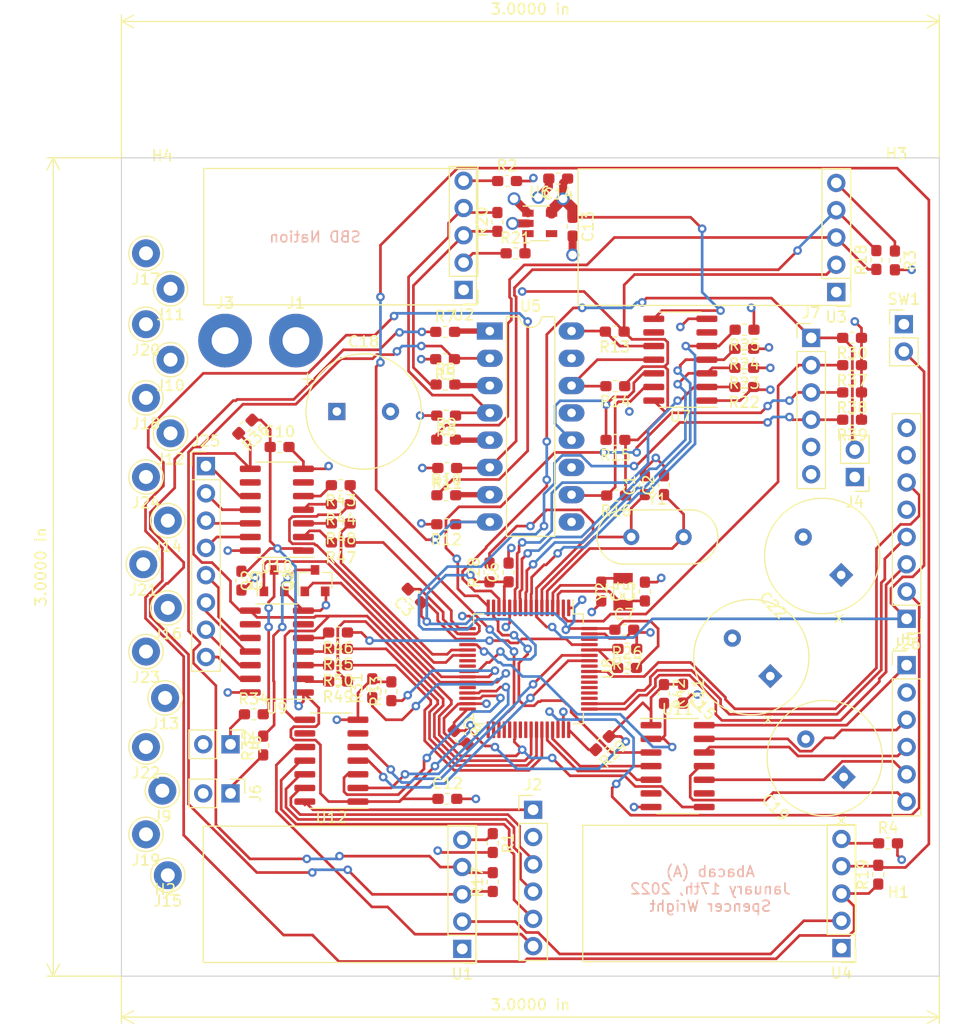
<source format=kicad_pcb>
(kicad_pcb (version 20171130) (host pcbnew "(5.1.6-0-10_14)")
  (layers (0 F.Cu signal) (1 PWR.Cu power hide) (2 GND.Cu power hide) (31 B.Cu signal) (34 B.Paste user) (35 F.Paste user) (36 B.SilkS user) (37 F.SilkS user) (38 B.Mask user) (39 F.Mask user) (44 Edge.Cuts user))
  (net 0 "")
  (net 1 GND)
  (net 2 /Sheet6227BA78/XTAL1_HI)
  (net 3 /Sheet6227BA78/XTAL2_HI)
  (net 4 +1V8)
  (net 5 /Sheet6227BA78/XTAL1)
  (net 6 /Sheet6227BA78/XTAL2)
  (net 7 +5V)
  (net 8 /Sheet6227BA78/I2C_UART_VREF)
  (net 9 /Sheet6227BA78/I2C2_SCL_SHIFTED)
  (net 10 /Sheet6227BA78/I2C2_SDA_SHIFTED)
  (net 11 /Sheet6227BA78/USART1_TX_SHIFTED)
  (net 12 /Sheet6227BA78/USART1_RX_SHIFTED)
  (net 13 /Sheet6227BA78/WKUP1)
  (net 14 /Sheet6227BA78/SPI_VREF)
  (net 15 /Sheet6227BA78/SPI1_CSN_SHIFTED)
  (net 16 /Sheet6227BA78/SPI1_SCK_SHIFTED)
  (net 17 /Sheet6227BA78/SPI1_MISO_SHIFTED)
  (net 18 /Sheet6227BA78/SPI1_MOSI_SHIFTED)
  (net 19 "Net-(J6-Pad1)")
  (net 20 /Sheet6227BA78/WKUP5)
  (net 21 /Sheet6227BA78/WKUP4)
  (net 22 /Sheet6227BA78/WKUP2)
  (net 23 "Net-(J8-Pad1)")
  (net 24 /Sheet6227BA78/LED_STRIP_OUT_1_SHIFTED)
  (net 25 /Sheet6227BA78/LED_STRIP_OUT_2_SHIFTED)
  (net 26 /Sheet6227BA78/LED_STRIP_OUT_3_SHIFTED)
  (net 27 /Sheet6227BA78/LED_STRIP_OUT_4_SHIFTED)
  (net 28 /Sheet6227BA78/LED_STRIP_OUT_5_SHIFTED)
  (net 29 /Sheet6227BA78/LED_STRIP_OUT_6_SHIFTED)
  (net 30 /Sheet6227BA78/LED_STRIP_OUT_7_SHIFTED)
  (net 31 /Sheet6227BA78/LED_STRIP_OUT_8_SHIFTED)
  (net 32 "Net-(Q1-Pad3)")
  (net 33 /Sheet6227BA78/LED_GREEN)
  (net 34 /Sheet6227BA78/LED_RED)
  (net 35 "Net-(Q2-Pad3)")
  (net 36 "Net-(R1-Pad1)")
  (net 37 "Net-(R2-Pad1)")
  (net 38 "Net-(R3-Pad1)")
  (net 39 "Net-(R4-Pad1)")
  (net 40 /OUT_1_N)
  (net 41 /OUT_2_N)
  (net 42 /OUT_1_P)
  (net 43 "Net-(R7-Pad2)")
  (net 44 "Net-(R8-Pad2)")
  (net 45 /OUT_2_P)
  (net 46 /OUT_3_P)
  (net 47 "Net-(R9-Pad2)")
  (net 48 "Net-(R10-Pad2)")
  (net 49 /OUT_4_P)
  (net 50 /OUT_3_N)
  (net 51 /OUT_4_N)
  (net 52 /INT_0)
  (net 53 /INT_1)
  (net 54 /INT_2)
  (net 55 /INT_3)
  (net 56 "Net-(R21-Pad2)")
  (net 57 "Net-(R26-Pad1)")
  (net 58 /Sheet6227BA78/NRST)
  (net 59 "Net-(R29-Pad2)")
  (net 60 /Sheet6227BA78/LVL_SHIFTER_EN)
  (net 61 /Sheet6227BA78/SPI1_CSN)
  (net 62 "Net-(U6-Pad4)")
  (net 63 "Net-(U7-Pad9)")
  (net 64 "Net-(U7-Pad6)")
  (net 65 /Sheet6227BA78/SPI1_SCK)
  (net 66 /Sheet6227BA78/LED_STRIP_OUT_1)
  (net 67 /Sheet6227BA78/LED_STRIP_OUT_2)
  (net 68 /Sheet6227BA78/LED_STRIP_OUT_3)
  (net 69 "Net-(U8-Pad23)")
  (net 70 "Net-(U8-Pad24)")
  (net 71 "Net-(U8-Pad28)")
  (net 72 /Sheet6227BA78/I2C2_SCL)
  (net 73 /Sheet6227BA78/I2C2_SDA)
  (net 74 "Net-(U8-Pad33)")
  (net 75 "Net-(U8-Pad34)")
  (net 76 /Sheet6227BA78/LED_STRIP_OUT_4)
  (net 77 "Net-(U8-Pad36)")
  (net 78 "Net-(U8-Pad39)")
  (net 79 "Net-(U8-Pad40)")
  (net 80 /Sheet6227BA78/LED_STRIP_OUT_5)
  (net 81 /Sheet6227BA78/LED_STRIP_OUT_6)
  (net 82 /Sheet6227BA78/LED_STRIP_OUT_7)
  (net 83 /Sheet6227BA78/SPI1_MISO)
  (net 84 /Sheet6227BA78/SPI1_MOSI)
  (net 85 /Sheet6227BA78/SWDIO)
  (net 86 /Sheet6227BA78/SWCLK)
  (net 87 /Sheet6227BA78/TDI)
  (net 88 "Net-(U8-Pad51)")
  (net 89 "Net-(U8-Pad52)")
  (net 90 "Net-(U8-Pad53)")
  (net 91 "Net-(U8-Pad54)")
  (net 92 "Net-(U8-Pad55)")
  (net 93 /Sheet6227BA78/NJTRST)
  (net 94 "Net-(U8-Pad57)")
  (net 95 /Sheet6227BA78/USART1_TX)
  (net 96 /Sheet6227BA78/USART1_RX)
  (net 97 /Sheet6227BA78/LED_STRIP_OUT_8)
  (net 98 "Net-(U8-Pad62)")
  (net 99 "Net-(U9-Pad6)")
  (net 100 "Net-(U9-Pad9)")
  (net 101 "Net-(U10-Pad9)")
  (net 102 "Net-(U10-Pad6)")
  (net 103 "Net-(U11-Pad6)")
  (net 104 "Net-(U11-Pad9)")
  (net 105 "Net-(U12-Pad6)")
  (net 106 "Net-(U12-Pad9)")
  (net 107 "Net-(R43-Pad1)")
  (net 108 "Net-(R44-Pad1)")
  (net 109 "Net-(R45-Pad1)")
  (net 110 "Net-(R46-Pad1)")
  (net 111 "Net-(R47-Pad1)")
  (net 112 "Net-(R48-Pad1)")
  (net 113 "Net-(R49-Pad1)")
  (net 114 "Net-(R50-Pad1)")
  (net 115 "Net-(U8-Pad37)")
  (net 116 "Net-(J26-Pad5)")
  (net 117 INT_3_SHIFTED)
  (net 118 INT_2_SHIFTED)
  (net 119 INT_1_SHIFTED)
  (net 120 INT_0_SHIFTED)
  (module Connector_Pin:Pin_D1.3mm_L11.0mm (layer F.Cu) (at 135.89 119.888)
    (fp_text reference J9 (at 0 2.4) (layer F.SilkS))
    (fp_text value Conn_01x01_Male)
    (pad 1 thru_hole circle (at 0 0) (size 2.6 2.6) (drill 1.3) (layers *.Cu *.Mask) (net 7 +5V))
  )
  (module Capacitor_SMD:C_0603_1608Metric_Pad1.05x0.95mm_HandSolder (layer F.Cu) (at 180.848 91.44 90)
    (fp_text reference C1 (at 0 -1.43 90) (layer F.SilkS))
    (fp_text value CP1_Small)
    (pad 2 smd roundrect (at 0.875 0 90) (size 1.05 0.95) (layers F.Cu F.Paste F.Mask) (net 1 GND))
    (pad 1 smd roundrect (at -0.875 0 90) (size 1.05 0.95) (layers F.Cu F.Paste F.Mask) (net 2 /Sheet6227BA78/XTAL1_HI))
  )
  (module Capacitor_SMD:C_0603_1608Metric_Pad1.05x0.95mm_HandSolder (layer F.Cu) (at 182.626 91.44 90)
    (fp_text reference C2 (at 0 -1.43 90) (layer F.SilkS))
    (fp_text value CP1_Small)
    (pad 2 smd roundrect (at 0.875 0 90) (size 1.05 0.95) (layers F.Cu F.Paste F.Mask) (net 1 GND))
    (pad 1 smd roundrect (at -0.875 0 90) (size 1.05 0.95) (layers F.Cu F.Paste F.Mask) (net 3 /Sheet6227BA78/XTAL2_HI))
  )
  (module Capacitor_SMD:C_0603_1608Metric_Pad1.05x0.95mm_HandSolder (layer F.Cu) (at 159.401282 101.743282 135)
    (fp_text reference C3 (at 0 -1.43 135) (layer F.SilkS))
    (fp_text value 1u)
    (pad 1 smd roundrect (at -0.875 0 135) (size 1.05 0.95) (layers F.Cu F.Paste F.Mask) (net 4 +1V8))
    (pad 2 smd roundrect (at 0.875 0 135) (size 1.05 0.95) (layers F.Cu F.Paste F.Mask) (net 1 GND))
  )
  (module Capacitor_SMD:C_0603_1608Metric_Pad1.05x0.95mm_HandSolder (layer F.Cu) (at 176.784 101.346 270)
    (fp_text reference C4 (at 0 -1.43 90) (layer F.SilkS))
    (fp_text value CP1_Small)
    (pad 1 smd roundrect (at -0.875 0 270) (size 1.05 0.95) (layers F.Cu F.Paste F.Mask) (net 5 /Sheet6227BA78/XTAL1))
    (pad 2 smd roundrect (at 0.875 0 270) (size 1.05 0.95) (layers F.Cu F.Paste F.Mask) (net 1 GND))
  )
  (module Capacitor_SMD:C_0603_1608Metric_Pad1.05x0.95mm_HandSolder (layer F.Cu) (at 180.848 101.346 90)
    (fp_text reference C5 (at 0 -1.43 90) (layer F.SilkS))
    (fp_text value CP1_Small)
    (pad 2 smd roundrect (at 0.875 0 90) (size 1.05 0.95) (layers F.Cu F.Paste F.Mask) (net 1 GND))
    (pad 1 smd roundrect (at -0.875 0 90) (size 1.05 0.95) (layers F.Cu F.Paste F.Mask) (net 6 /Sheet6227BA78/XTAL2))
  )
  (module Capacitor_SMD:C_0603_1608Metric_Pad1.05x0.95mm_HandSolder (layer F.Cu) (at 168.148 99.568 90)
    (fp_text reference C6 (at 0 -1.43 90) (layer F.SilkS))
    (fp_text value 0.1u)
    (pad 2 smd roundrect (at 0.875 0 90) (size 1.05 0.95) (layers F.Cu F.Paste F.Mask) (net 1 GND))
    (pad 1 smd roundrect (at -0.875 0 90) (size 1.05 0.95) (layers F.Cu F.Paste F.Mask) (net 4 +1V8))
  )
  (module Capacitor_SMD:C_0603_1608Metric_Pad1.05x0.95mm_HandSolder (layer F.Cu) (at 178.928999 104.902)
    (fp_text reference C7 (at 0 -1.43) (layer F.SilkS))
    (fp_text value 0.01u)
    (pad 1 smd roundrect (at -0.875 0) (size 1.05 0.95) (layers F.Cu F.Paste F.Mask) (net 4 +1V8))
    (pad 2 smd roundrect (at 0.875 0) (size 1.05 0.95) (layers F.Cu F.Paste F.Mask) (net 1 GND))
  )
  (module Capacitor_SMD:C_0603_1608Metric_Pad1.05x0.95mm_HandSolder (layer F.Cu) (at 163.686718 114.918718 315)
    (fp_text reference C8 (at 0 -1.43 135) (layer F.SilkS))
    (fp_text value 10u)
    (pad 2 smd roundrect (at 0.875 0 315) (size 1.05 0.95) (layers F.Cu F.Paste F.Mask) (net 1 GND))
    (pad 1 smd roundrect (at -0.875 0 315) (size 1.05 0.95) (layers F.Cu F.Paste F.Mask) (net 4 +1V8))
  )
  (module Capacitor_SMD:C_0603_1608Metric_Pad1.05x0.95mm_HandSolder (layer F.Cu) (at 143.256 100.33 270)
    (fp_text reference C9 (at 0 -1.43 90) (layer F.SilkS))
    (fp_text value 1u)
    (pad 2 smd roundrect (at 0.875 0 270) (size 1.05 0.95) (layers F.Cu F.Paste F.Mask) (net 1 GND))
    (pad 1 smd roundrect (at -0.875 0 270) (size 1.05 0.95) (layers F.Cu F.Paste F.Mask) (net 4 +1V8))
  )
  (module Capacitor_SMD:C_0603_1608Metric_Pad1.05x0.95mm_HandSolder (layer F.Cu) (at 146.812 87.884)
    (fp_text reference C10 (at 0 -1.43) (layer F.SilkS))
    (fp_text value 1u)
    (pad 1 smd roundrect (at -0.875 0) (size 1.05 0.95) (layers F.Cu F.Paste F.Mask) (net 4 +1V8))
    (pad 2 smd roundrect (at 0.875 0) (size 1.05 0.95) (layers F.Cu F.Paste F.Mask) (net 1 GND))
  )
  (module Capacitor_SMD:C_0603_1608Metric_Pad1.05x0.95mm_HandSolder (layer F.Cu) (at 184.404 110.857 270)
    (fp_text reference C11 (at 0 -1.43 90) (layer F.SilkS))
    (fp_text value 1u)
    (pad 1 smd roundrect (at -0.875 0 270) (size 1.05 0.95) (layers F.Cu F.Paste F.Mask) (net 4 +1V8))
    (pad 2 smd roundrect (at 0.875 0 270) (size 1.05 0.95) (layers F.Cu F.Paste F.Mask) (net 1 GND))
  )
  (module Capacitor_SMD:C_0603_1608Metric_Pad1.05x0.95mm_HandSolder (layer F.Cu) (at 162.447 120.65)
    (fp_text reference C12 (at 0 -1.43) (layer F.SilkS))
    (fp_text value 1u)
    (pad 1 smd roundrect (at -0.875 0) (size 1.05 0.95) (layers F.Cu F.Paste F.Mask) (net 4 +1V8))
    (pad 2 smd roundrect (at 0.875 0) (size 1.05 0.95) (layers F.Cu F.Paste F.Mask) (net 1 GND))
  )
  (module Capacitor_SMD:C_0603_1608Metric_Pad1.05x0.95mm_HandSolder (layer F.Cu) (at 174.117 67.3722 270)
    (fp_text reference C13 (at 0 -1.43 90) (layer F.SilkS))
    (fp_text value 1u)
    (pad 1 smd roundrect (at -0.875 0 270) (size 1.05 0.95) (layers F.Cu F.Paste F.Mask) (net 4 +1V8))
    (pad 2 smd roundrect (at 0.875 0 270) (size 1.05 0.95) (layers F.Cu F.Paste F.Mask) (net 1 GND))
  )
  (module Capacitor_SMD:C_0603_1608Metric_Pad1.05x0.95mm_HandSolder (layer F.Cu) (at 172.7708 62.8904 180)
    (fp_text reference C14 (at 0 -1.43) (layer F.SilkS))
    (fp_text value 10u)
    (pad 2 smd roundrect (at 0.875 0 180) (size 1.05 0.95) (layers F.Cu F.Paste F.Mask) (net 1 GND))
    (pad 1 smd roundrect (at -0.875 0 180) (size 1.05 0.95) (layers F.Cu F.Paste F.Mask) (net 4 +1V8))
  )
  (module MountingHole:MountingHole_3mm (layer F.Cu) (at 204.47 133.35)
    (fp_text reference H1 (at 0 -4) (layer F.SilkS))
    (fp_text value MountingHole)
    (pad 1 np_thru_hole circle (at 0 0) (size 3 3) (drill 3) (layers *.Cu *.Mask))
  )
  (module MountingHole:MountingHole_3mm (layer F.Cu) (at 136.144 133.096)
    (fp_text reference H2 (at 0 -4) (layer F.SilkS))
    (fp_text value MountingHole)
    (pad 1 np_thru_hole circle (at 0 0) (size 3 3) (drill 3) (layers *.Cu *.Mask))
  )
  (module MountingHole:MountingHole_3mm (layer F.Cu) (at 204.2922 64.5668)
    (fp_text reference H3 (at 0 -4) (layer F.SilkS))
    (fp_text value MountingHole)
    (pad 1 np_thru_hole circle (at 0 0) (size 3 3) (drill 3) (layers *.Cu *.Mask))
  )
  (module MountingHole:MountingHole_3mm (layer F.Cu) (at 135.89 64.77)
    (fp_text reference H4 (at 0 -4) (layer F.SilkS))
    (fp_text value MountingHole)
    (pad 1 np_thru_hole circle (at 0 0) (size 3 3) (drill 3) (layers *.Cu *.Mask))
  )
  (module Connector_PinHeader_2.54mm:PinHeader_1x06_P2.54mm_Vertical (layer F.Cu) (at 170.434 121.666)
    (fp_text reference J2 (at 0 -2.33) (layer F.SilkS))
    (fp_text value Conn_01x06_Male)
    (pad 1 thru_hole rect (at 0 0) (size 1.7 1.7) (drill 1) (layers *.Cu *.Mask) (net 8 /Sheet6227BA78/I2C_UART_VREF))
    (pad 2 thru_hole oval (at 0 2.54) (size 1.7 1.7) (drill 1) (layers *.Cu *.Mask) (net 1 GND))
    (pad 3 thru_hole oval (at 0 5.08) (size 1.7 1.7) (drill 1) (layers *.Cu *.Mask) (net 9 /Sheet6227BA78/I2C2_SCL_SHIFTED))
    (pad 4 thru_hole oval (at 0 7.62) (size 1.7 1.7) (drill 1) (layers *.Cu *.Mask) (net 10 /Sheet6227BA78/I2C2_SDA_SHIFTED))
    (pad 5 thru_hole oval (at 0 10.16) (size 1.7 1.7) (drill 1) (layers *.Cu *.Mask) (net 11 /Sheet6227BA78/USART1_TX_SHIFTED))
    (pad 6 thru_hole oval (at 0 12.7) (size 1.7 1.7) (drill 1) (layers *.Cu *.Mask) (net 12 /Sheet6227BA78/USART1_RX_SHIFTED))
  )
  (module Connector_PinHeader_2.54mm:PinHeader_1x02_P2.54mm_Vertical (layer F.Cu) (at 200.406 90.678 180)
    (fp_text reference J4 (at 0 -2.33) (layer F.SilkS))
    (fp_text value Conn_01x02_Male)
    (pad 1 thru_hole rect (at 0 0 180) (size 1.7 1.7) (drill 1) (layers *.Cu *.Mask) (net 1 GND))
    (pad 2 thru_hole oval (at 0 2.54 180) (size 1.7 1.7) (drill 1) (layers *.Cu *.Mask) (net 13 /Sheet6227BA78/WKUP1))
  )
  (module Connector_PinHeader_2.54mm:PinHeader_1x06_P2.54mm_Vertical (layer F.Cu) (at 205.232 108.204)
    (fp_text reference J5 (at 0 -2.33) (layer F.SilkS))
    (fp_text value Conn_01x06_Male)
    (pad 1 thru_hole rect (at 0 0) (size 1.7 1.7) (drill 1) (layers *.Cu *.Mask) (net 14 /Sheet6227BA78/SPI_VREF))
    (pad 2 thru_hole oval (at 0 2.54) (size 1.7 1.7) (drill 1) (layers *.Cu *.Mask) (net 1 GND))
    (pad 3 thru_hole oval (at 0 5.08) (size 1.7 1.7) (drill 1) (layers *.Cu *.Mask) (net 15 /Sheet6227BA78/SPI1_CSN_SHIFTED))
    (pad 4 thru_hole oval (at 0 7.62) (size 1.7 1.7) (drill 1) (layers *.Cu *.Mask) (net 16 /Sheet6227BA78/SPI1_SCK_SHIFTED))
    (pad 5 thru_hole oval (at 0 10.16) (size 1.7 1.7) (drill 1) (layers *.Cu *.Mask) (net 17 /Sheet6227BA78/SPI1_MISO_SHIFTED))
    (pad 6 thru_hole oval (at 0 12.7) (size 1.7 1.7) (drill 1) (layers *.Cu *.Mask) (net 18 /Sheet6227BA78/SPI1_MOSI_SHIFTED))
  )
  (module Connector_PinHeader_2.54mm:PinHeader_1x02_P2.54mm_Vertical (layer F.Cu) (at 142.24 120.142 270)
    (fp_text reference J6 (at 0 -2.33 90) (layer F.SilkS))
    (fp_text value Conn_01x02_Male)
    (pad 2 thru_hole oval (at 0 2.54 270) (size 1.7 1.7) (drill 1) (layers *.Cu *.Mask) (net 7 +5V))
    (pad 1 thru_hole rect (at 0 0 270) (size 1.7 1.7) (drill 1) (layers *.Cu *.Mask) (net 19 "Net-(J6-Pad1)"))
  )
  (module Connector_PinHeader_2.54mm:PinHeader_1x06_P2.54mm_Vertical (layer F.Cu) (at 196.342 77.724)
    (fp_text reference J7 (at 0 -2.33) (layer F.SilkS))
    (fp_text value Conn_01x06_Male)
    (pad 6 thru_hole oval (at 0 12.7) (size 1.7 1.7) (drill 1) (layers *.Cu *.Mask) (net 1 GND))
    (pad 5 thru_hole oval (at 0 10.16) (size 1.7 1.7) (drill 1) (layers *.Cu *.Mask) (net 4 +1V8))
    (pad 4 thru_hole oval (at 0 7.62) (size 1.7 1.7) (drill 1) (layers *.Cu *.Mask) (net 20 /Sheet6227BA78/WKUP5))
    (pad 3 thru_hole oval (at 0 5.08) (size 1.7 1.7) (drill 1) (layers *.Cu *.Mask) (net 21 /Sheet6227BA78/WKUP4))
    (pad 2 thru_hole oval (at 0 2.54) (size 1.7 1.7) (drill 1) (layers *.Cu *.Mask) (net 22 /Sheet6227BA78/WKUP2))
    (pad 1 thru_hole rect (at 0 0) (size 1.7 1.7) (drill 1) (layers *.Cu *.Mask) (net 13 /Sheet6227BA78/WKUP1))
  )
  (module Connector_PinHeader_2.54mm:PinHeader_1x02_P2.54mm_Vertical (layer F.Cu) (at 142.24 115.57 270)
    (fp_text reference J8 (at 0 -2.33 90) (layer F.SilkS))
    (fp_text value Conn_01x02_Male)
    (pad 2 thru_hole oval (at 0 2.54 270) (size 1.7 1.7) (drill 1) (layers *.Cu *.Mask) (net 7 +5V))
    (pad 1 thru_hole rect (at 0 0 270) (size 1.7 1.7) (drill 1) (layers *.Cu *.Mask) (net 23 "Net-(J8-Pad1)"))
  )
  (module Connector_PinHeader_2.54mm:PinHeader_1x08_P2.54mm_Vertical (layer F.Cu) (at 139.954 89.662)
    (fp_text reference J25 (at 0 -2.33) (layer F.SilkS))
    (fp_text value Conn_01x08_Male)
    (pad 1 thru_hole rect (at 0 0) (size 1.7 1.7) (drill 1) (layers *.Cu *.Mask) (net 27 /Sheet6227BA78/LED_STRIP_OUT_4_SHIFTED))
    (pad 2 thru_hole oval (at 0 2.54) (size 1.7 1.7) (drill 1) (layers *.Cu *.Mask) (net 26 /Sheet6227BA78/LED_STRIP_OUT_3_SHIFTED))
    (pad 3 thru_hole oval (at 0 5.08) (size 1.7 1.7) (drill 1) (layers *.Cu *.Mask) (net 25 /Sheet6227BA78/LED_STRIP_OUT_2_SHIFTED))
    (pad 4 thru_hole oval (at 0 7.62) (size 1.7 1.7) (drill 1) (layers *.Cu *.Mask) (net 24 /Sheet6227BA78/LED_STRIP_OUT_1_SHIFTED))
    (pad 5 thru_hole oval (at 0 10.16) (size 1.7 1.7) (drill 1) (layers *.Cu *.Mask) (net 31 /Sheet6227BA78/LED_STRIP_OUT_8_SHIFTED))
    (pad 6 thru_hole oval (at 0 12.7) (size 1.7 1.7) (drill 1) (layers *.Cu *.Mask) (net 30 /Sheet6227BA78/LED_STRIP_OUT_7_SHIFTED))
    (pad 7 thru_hole oval (at 0 15.24) (size 1.7 1.7) (drill 1) (layers *.Cu *.Mask) (net 29 /Sheet6227BA78/LED_STRIP_OUT_6_SHIFTED))
    (pad 8 thru_hole oval (at 0 17.78) (size 1.7 1.7) (drill 1) (layers *.Cu *.Mask) (net 28 /Sheet6227BA78/LED_STRIP_OUT_5_SHIFTED))
  )
  (module Package_TO_SOT_SMD:SOT-23 (layer F.Cu) (at 150.114 100.33 90)
    (fp_text reference Q1 (at 0 -2.5 90) (layer F.SilkS))
    (fp_text value BSS138)
    (pad 3 smd rect (at 1 0 90) (size 0.9 0.8) (layers F.Cu F.Paste F.Mask) (net 32 "Net-(Q1-Pad3)"))
    (pad 2 smd rect (at -1 0.95 90) (size 0.9 0.8) (layers F.Cu F.Paste F.Mask) (net 1 GND))
    (pad 1 smd rect (at -1 -0.95 90) (size 0.9 0.8) (layers F.Cu F.Paste F.Mask) (net 33 /Sheet6227BA78/LED_GREEN))
  )
  (module Package_TO_SOT_SMD:SOT-23 (layer F.Cu) (at 146.304 100.33 90)
    (fp_text reference Q2 (at 0 -2.5 90) (layer F.SilkS))
    (fp_text value BSS138)
    (pad 1 smd rect (at -1 -0.95 90) (size 0.9 0.8) (layers F.Cu F.Paste F.Mask) (net 34 /Sheet6227BA78/LED_RED))
    (pad 2 smd rect (at -1 0.95 90) (size 0.9 0.8) (layers F.Cu F.Paste F.Mask) (net 1 GND))
    (pad 3 smd rect (at 1 0 90) (size 0.9 0.8) (layers F.Cu F.Paste F.Mask) (net 35 "Net-(Q2-Pad3)"))
  )
  (module Resistor_SMD:R_0603_1608Metric_Pad1.05x0.95mm_HandSolder (layer F.Cu) (at 166.6748 124.7648 270)
    (fp_text reference R1 (at 0 -1.43 90) (layer F.SilkS))
    (fp_text value DNI)
    (pad 1 smd roundrect (at -0.875 0 270) (size 1.05 0.95) (layers F.Cu F.Paste F.Mask) (net 36 "Net-(R1-Pad1)"))
    (pad 2 smd roundrect (at 0.875 0 270) (size 1.05 0.95) (layers F.Cu F.Paste F.Mask) (net 1 GND))
  )
  (module Resistor_SMD:R_0603_1608Metric_Pad1.05x0.95mm_HandSolder (layer F.Cu) (at 168.007 63.119)
    (fp_text reference R2 (at 0 -1.43) (layer F.SilkS))
    (fp_text value DNI)
    (pad 1 smd roundrect (at -0.875 0) (size 1.05 0.95) (layers F.Cu F.Paste F.Mask) (net 37 "Net-(R2-Pad1)"))
    (pad 2 smd roundrect (at 0.875 0) (size 1.05 0.95) (layers F.Cu F.Paste F.Mask) (net 1 GND))
  )
  (module Resistor_SMD:R_0603_1608Metric_Pad1.05x0.95mm_HandSolder (layer F.Cu) (at 204.1398 70.5104 270)
    (fp_text reference R3 (at 0 -1.43 90) (layer F.SilkS))
    (fp_text value DNI)
    (pad 1 smd roundrect (at -0.875 0 270) (size 1.05 0.95) (layers F.Cu F.Paste F.Mask) (net 38 "Net-(R3-Pad1)"))
    (pad 2 smd roundrect (at 0.875 0 270) (size 1.05 0.95) (layers F.Cu F.Paste F.Mask) (net 1 GND))
  )
  (module Resistor_SMD:R_0603_1608Metric_Pad1.05x0.95mm_HandSolder (layer F.Cu) (at 203.5048 124.7902)
    (fp_text reference R4 (at 0 -1.43) (layer F.SilkS))
    (fp_text value DNI)
    (pad 1 smd roundrect (at -0.875 0) (size 1.05 0.95) (layers F.Cu F.Paste F.Mask) (net 39 "Net-(R4-Pad1)"))
    (pad 2 smd roundrect (at 0.875 0) (size 1.05 0.95) (layers F.Cu F.Paste F.Mask) (net 1 GND))
  )
  (module Resistor_SMD:R_0603_1608Metric_Pad1.05x0.95mm_HandSolder (layer F.Cu) (at 162.2298 79.7052 180)
    (fp_text reference R5 (at 0 -1.43) (layer F.SilkS))
    (fp_text value DNI)
    (pad 1 smd roundrect (at -0.875 0 180) (size 1.05 0.95) (layers F.Cu F.Paste F.Mask) (net 40 /OUT_1_N))
    (pad 2 smd roundrect (at 0.875 0 180) (size 1.05 0.95) (layers F.Cu F.Paste F.Mask) (net 1 GND))
  )
  (module Resistor_SMD:R_0603_1608Metric_Pad1.05x0.95mm_HandSolder (layer F.Cu) (at 162.3314 84.963 180)
    (fp_text reference R6 (at 0 -1.43) (layer F.SilkS))
    (fp_text value DNI)
    (pad 2 smd roundrect (at 0.875 0 180) (size 1.05 0.95) (layers F.Cu F.Paste F.Mask) (net 1 GND))
    (pad 1 smd roundrect (at -0.875 0 180) (size 1.05 0.95) (layers F.Cu F.Paste F.Mask) (net 41 /OUT_2_N))
  )
  (module Resistor_SMD:R_0603_1608Metric_Pad1.05x0.95mm_HandSolder (layer F.Cu) (at 162.2438 77.1652)
    (fp_text reference R7 (at 0 -1.43) (layer F.SilkS))
    (fp_text value 1k)
    (pad 1 smd roundrect (at -0.875 0) (size 1.05 0.95) (layers F.Cu F.Paste F.Mask) (net 42 /OUT_1_P))
    (pad 2 smd roundrect (at 0.875 0) (size 1.05 0.95) (layers F.Cu F.Paste F.Mask) (net 43 "Net-(R7-Pad2)"))
  )
  (module Resistor_SMD:R_0603_1608Metric_Pad1.05x0.95mm_HandSolder (layer F.Cu) (at 162.2692 82.0674)
    (fp_text reference R8 (at 0 -1.43) (layer F.SilkS))
    (fp_text value 1k)
    (pad 2 smd roundrect (at 0.875 0) (size 1.05 0.95) (layers F.Cu F.Paste F.Mask) (net 44 "Net-(R8-Pad2)"))
    (pad 1 smd roundrect (at -0.875 0) (size 1.05 0.95) (layers F.Cu F.Paste F.Mask) (net 45 /OUT_2_P))
  )
  (module Resistor_SMD:R_0603_1608Metric_Pad1.05x0.95mm_HandSolder (layer F.Cu) (at 162.3314 87.1982)
    (fp_text reference R9 (at 0 -1.43) (layer F.SilkS))
    (fp_text value 1k)
    (pad 1 smd roundrect (at -0.875 0) (size 1.05 0.95) (layers F.Cu F.Paste F.Mask) (net 46 /OUT_3_P))
    (pad 2 smd roundrect (at 0.875 0) (size 1.05 0.95) (layers F.Cu F.Paste F.Mask) (net 47 "Net-(R9-Pad2)"))
  )
  (module Resistor_SMD:R_0603_1608Metric_Pad1.05x0.95mm_HandSolder (layer F.Cu) (at 162.3454 92.3798)
    (fp_text reference R10 (at 0 -1.43) (layer F.SilkS))
    (fp_text value 1k)
    (pad 2 smd roundrect (at 0.875 0) (size 1.05 0.95) (layers F.Cu F.Paste F.Mask) (net 48 "Net-(R10-Pad2)"))
    (pad 1 smd roundrect (at -0.875 0) (size 1.05 0.95) (layers F.Cu F.Paste F.Mask) (net 49 /OUT_4_P))
  )
  (module Resistor_SMD:R_0603_1608Metric_Pad1.05x0.95mm_HandSolder (layer F.Cu) (at 162.433 89.8398 180)
    (fp_text reference R11 (at 0 -1.43) (layer F.SilkS))
    (fp_text value DNI)
    (pad 1 smd roundrect (at -0.875 0 180) (size 1.05 0.95) (layers F.Cu F.Paste F.Mask) (net 50 /OUT_3_N))
    (pad 2 smd roundrect (at 0.875 0 180) (size 1.05 0.95) (layers F.Cu F.Paste F.Mask) (net 1 GND))
  )
  (module Resistor_SMD:R_0603_1608Metric_Pad1.05x0.95mm_HandSolder (layer F.Cu) (at 162.34 95.08 180)
    (fp_text reference R12 (at 0 -1.43) (layer F.SilkS))
    (fp_text value DNI)
    (pad 2 smd roundrect (at 0.875 0 180) (size 1.05 0.95) (layers F.Cu F.Paste F.Mask) (net 1 GND))
    (pad 1 smd roundrect (at -0.875 0 180) (size 1.05 0.95) (layers F.Cu F.Paste F.Mask) (net 51 /OUT_4_N))
  )
  (module Resistor_SMD:R_0603_1608Metric_Pad1.05x0.95mm_HandSolder (layer F.Cu) (at 178.04 77.1398 180)
    (fp_text reference R13 (at 0 -1.43) (layer F.SilkS))
    (fp_text value 10k)
    (pad 1 smd roundrect (at -0.875 0 180) (size 1.05 0.95) (layers F.Cu F.Paste F.Mask) (net 7 +5V))
    (pad 2 smd roundrect (at 0.875 0 180) (size 1.05 0.95) (layers F.Cu F.Paste F.Mask) (net 52 /INT_0))
  )
  (module Resistor_SMD:R_0603_1608Metric_Pad1.05x0.95mm_HandSolder (layer F.Cu) (at 178.0908 82.2198 180)
    (fp_text reference R14 (at 0 -1.43) (layer F.SilkS))
    (fp_text value 10k)
    (pad 2 smd roundrect (at 0.875 0 180) (size 1.05 0.95) (layers F.Cu F.Paste F.Mask) (net 53 /INT_1))
    (pad 1 smd roundrect (at -0.875 0 180) (size 1.05 0.95) (layers F.Cu F.Paste F.Mask) (net 7 +5V))
  )
  (module Resistor_SMD:R_0603_1608Metric_Pad1.05x0.95mm_HandSolder (layer F.Cu) (at 178.1048 87.2236 180)
    (fp_text reference R15 (at 0 -1.43) (layer F.SilkS))
    (fp_text value 10k)
    (pad 1 smd roundrect (at -0.875 0 180) (size 1.05 0.95) (layers F.Cu F.Paste F.Mask) (net 7 +5V))
    (pad 2 smd roundrect (at 0.875 0 180) (size 1.05 0.95) (layers F.Cu F.Paste F.Mask) (net 54 /INT_2))
  )
  (module Resistor_SMD:R_0603_1608Metric_Pad1.05x0.95mm_HandSolder (layer F.Cu) (at 178.167 92.4052 180)
    (fp_text reference R16 (at 0 -1.43) (layer F.SilkS))
    (fp_text value 10k)
    (pad 2 smd roundrect (at 0.875 0 180) (size 1.05 0.95) (layers F.Cu F.Paste F.Mask) (net 55 /INT_3))
    (pad 1 smd roundrect (at -0.875 0 180) (size 1.05 0.95) (layers F.Cu F.Paste F.Mask) (net 7 +5V))
  )
  (module Resistor_SMD:R_0603_1608Metric_Pad1.05x0.95mm_HandSolder (layer F.Cu) (at 166.6748 128.397 90)
    (fp_text reference R17 (at 0 -1.43 90) (layer F.SilkS))
    (fp_text value 10k)
    (pad 1 smd roundrect (at -0.875 0 90) (size 1.05 0.95) (layers F.Cu F.Paste F.Mask) (net 42 /OUT_1_P))
    (pad 2 smd roundrect (at 0.875 0 90) (size 1.05 0.95) (layers F.Cu F.Paste F.Mask) (net 40 /OUT_1_N))
  )
  (module Resistor_SMD:R_0603_1608Metric_Pad1.05x0.95mm_HandSolder (layer F.Cu) (at 202.4126 70.471 90)
    (fp_text reference R18 (at 0 -1.43 90) (layer F.SilkS))
    (fp_text value DNI)
    (pad 2 smd roundrect (at 0.875 0 90) (size 1.05 0.95) (layers F.Cu F.Paste F.Mask) (net 50 /OUT_3_N))
    (pad 1 smd roundrect (at -0.875 0 90) (size 1.05 0.95) (layers F.Cu F.Paste F.Mask) (net 46 /OUT_3_P))
  )
  (module Resistor_SMD:R_0603_1608Metric_Pad1.05x0.95mm_HandSolder (layer F.Cu) (at 202.5904 127.7112 90)
    (fp_text reference R19 (at 0 -1.43 90) (layer F.SilkS))
    (fp_text value 10k)
    (pad 1 smd roundrect (at -0.875 0 90) (size 1.05 0.95) (layers F.Cu F.Paste F.Mask) (net 49 /OUT_4_P))
    (pad 2 smd roundrect (at 0.875 0 90) (size 1.05 0.95) (layers F.Cu F.Paste F.Mask) (net 51 /OUT_4_N))
  )
  (module Resistor_SMD:R_0603_1608Metric_Pad1.05x0.95mm_HandSolder (layer F.Cu) (at 167.1066 66.929 90)
    (fp_text reference R20 (at 0 -1.43 90) (layer F.SilkS))
    (fp_text value 10k)
    (pad 2 smd roundrect (at 0.875 0 90) (size 1.05 0.95) (layers F.Cu F.Paste F.Mask) (net 41 /OUT_2_N))
    (pad 1 smd roundrect (at -0.875 0 90) (size 1.05 0.95) (layers F.Cu F.Paste F.Mask) (net 45 /OUT_2_P))
  )
  (module Resistor_SMD:R_0603_1608Metric_Pad1.05x0.95mm_HandSolder (layer F.Cu) (at 168.797 69.85)
    (fp_text reference R21 (at 0 -1.43) (layer F.SilkS))
    (fp_text value 10k)
    (pad 2 smd roundrect (at 0.875 0) (size 1.05 0.95) (layers F.Cu F.Paste F.Mask) (net 56 "Net-(R21-Pad2)"))
    (pad 1 smd roundrect (at -0.875 0) (size 1.05 0.95) (layers F.Cu F.Paste F.Mask) (net 7 +5V))
  )
  (module Resistor_SMD:R_0603_1608Metric_Pad1.05x0.95mm_HandSolder (layer F.Cu) (at 190.105 82.296 180)
    (fp_text reference R22 (at 0 -1.43) (layer F.SilkS))
    (fp_text value DNI)
    (pad 2 smd roundrect (at 0.875 0 180) (size 1.05 0.95) (layers F.Cu F.Paste F.Mask) (net 117 INT_3_SHIFTED))
    (pad 1 smd roundrect (at -0.875 0 180) (size 1.05 0.95) (layers F.Cu F.Paste F.Mask) (net 4 +1V8))
  )
  (module Resistor_SMD:R_0603_1608Metric_Pad1.05x0.95mm_HandSolder (layer F.Cu) (at 190.105 80.518 180)
    (fp_text reference R23 (at 0 -1.43) (layer F.SilkS))
    (fp_text value DNI)
    (pad 1 smd roundrect (at -0.875 0 180) (size 1.05 0.95) (layers F.Cu F.Paste F.Mask) (net 4 +1V8))
    (pad 2 smd roundrect (at 0.875 0 180) (size 1.05 0.95) (layers F.Cu F.Paste F.Mask) (net 118 INT_2_SHIFTED))
  )
  (module Resistor_SMD:R_0603_1608Metric_Pad1.05x0.95mm_HandSolder (layer F.Cu) (at 190.105 78.74 180)
    (fp_text reference R24 (at 0 -1.43) (layer F.SilkS))
    (fp_text value DNI)
    (pad 2 smd roundrect (at 0.875 0 180) (size 1.05 0.95) (layers F.Cu F.Paste F.Mask) (net 119 INT_1_SHIFTED))
    (pad 1 smd roundrect (at -0.875 0 180) (size 1.05 0.95) (layers F.Cu F.Paste F.Mask) (net 4 +1V8))
  )
  (module Resistor_SMD:R_0603_1608Metric_Pad1.05x0.95mm_HandSolder (layer F.Cu) (at 190.133 76.962 180)
    (fp_text reference R25 (at 0 -1.43) (layer F.SilkS))
    (fp_text value DNI)
    (pad 1 smd roundrect (at -0.875 0 180) (size 1.05 0.95) (layers F.Cu F.Paste F.Mask) (net 4 +1V8))
    (pad 2 smd roundrect (at 0.875 0 180) (size 1.05 0.95) (layers F.Cu F.Paste F.Mask) (net 120 INT_0_SHIFTED))
  )
  (module Resistor_SMD:R_0603_1608Metric_Pad1.05x0.95mm_HandSolder (layer F.Cu) (at 179.183 108.458)
    (fp_text reference R26 (at 0 -1.43) (layer F.SilkS))
    (fp_text value DNI)
    (pad 2 smd roundrect (at 0.875 0) (size 1.05 0.95) (layers F.Cu F.Paste F.Mask) (net 4 +1V8))
    (pad 1 smd roundrect (at -0.875 0) (size 1.05 0.95) (layers F.Cu F.Paste F.Mask) (net 57 "Net-(R26-Pad1)"))
  )
  (module Resistor_SMD:R_0603_1608Metric_Pad1.05x0.95mm_HandSolder (layer F.Cu) (at 179.211 106.68 180)
    (fp_text reference R27 (at 0 -1.43) (layer F.SilkS))
    (fp_text value 10k)
    (pad 1 smd roundrect (at -0.875 0 180) (size 1.05 0.95) (layers F.Cu F.Paste F.Mask) (net 1 GND))
    (pad 2 smd roundrect (at 0.875 0 180) (size 1.05 0.95) (layers F.Cu F.Paste F.Mask) (net 57 "Net-(R26-Pad1)"))
  )
  (module Resistor_SMD:R_0603_1608Metric_Pad1.05x0.95mm_HandSolder (layer F.Cu) (at 166.37 99.568 90)
    (fp_text reference R28 (at 0 -1.43 90) (layer F.SilkS))
    (fp_text value 100k)
    (pad 1 smd roundrect (at -0.875 0 90) (size 1.05 0.95) (layers F.Cu F.Paste F.Mask) (net 4 +1V8))
    (pad 2 smd roundrect (at 0.875 0 90) (size 1.05 0.95) (layers F.Cu F.Paste F.Mask) (net 58 /Sheet6227BA78/NRST))
  )
  (module Resistor_SMD:R_0603_1608Metric_Pad1.05x0.95mm_HandSolder (layer F.Cu) (at 176.894718 115.459282 225)
    (fp_text reference R29 (at 0 -1.43 45) (layer F.SilkS))
    (fp_text value 0)
    (pad 2 smd roundrect (at 0.875 0 225) (size 1.05 0.95) (layers F.Cu F.Paste F.Mask) (net 59 "Net-(R29-Pad2)"))
    (pad 1 smd roundrect (at -0.875 0 225) (size 1.05 0.95) (layers F.Cu F.Paste F.Mask) (net 4 +1V8))
  )
  (module Resistor_SMD:R_0603_1608Metric_Pad1.05x0.95mm_HandSolder (layer F.Cu) (at 200.152 77.724 180)
    (fp_text reference R30 (at 0 -1.43) (layer F.SilkS))
    (fp_text value 1k)
    (pad 2 smd roundrect (at 0.875 0 180) (size 1.05 0.95) (layers F.Cu F.Paste F.Mask) (net 13 /Sheet6227BA78/WKUP1))
    (pad 1 smd roundrect (at -0.875 0 180) (size 1.05 0.95) (layers F.Cu F.Paste F.Mask) (net 4 +1V8))
  )
  (module Resistor_SMD:R_0603_1608Metric_Pad1.05x0.95mm_HandSolder (layer F.Cu) (at 155.448 110.349 90)
    (fp_text reference R31 (at 0 -1.43 90) (layer F.SilkS))
    (fp_text value 100k)
    (pad 2 smd roundrect (at 0.875 0 90) (size 1.05 0.95) (layers F.Cu F.Paste F.Mask) (net 1 GND))
    (pad 1 smd roundrect (at -0.875 0 90) (size 1.05 0.95) (layers F.Cu F.Paste F.Mask) (net 33 /Sheet6227BA78/LED_GREEN))
  )
  (module Resistor_SMD:R_0603_1608Metric_Pad1.05x0.95mm_HandSolder (layer F.Cu) (at 145.288 115.683 90)
    (fp_text reference R32 (at 0 -1.43 90) (layer F.SilkS))
    (fp_text value 1k)
    (pad 1 smd roundrect (at -0.875 0 90) (size 1.05 0.95) (layers F.Cu F.Paste F.Mask) (net 19 "Net-(J6-Pad1)"))
    (pad 2 smd roundrect (at 0.875 0 90) (size 1.05 0.95) (layers F.Cu F.Paste F.Mask) (net 32 "Net-(Q1-Pad3)"))
  )
  (module Resistor_SMD:R_0603_1608Metric_Pad1.05x0.95mm_HandSolder (layer F.Cu) (at 157.226 110.631 90)
    (fp_text reference R33 (at 0 -1.43 90) (layer F.SilkS))
    (fp_text value 100k)
    (pad 1 smd roundrect (at -0.875 0 90) (size 1.05 0.95) (layers F.Cu F.Paste F.Mask) (net 34 /Sheet6227BA78/LED_RED))
    (pad 2 smd roundrect (at 0.875 0 90) (size 1.05 0.95) (layers F.Cu F.Paste F.Mask) (net 1 GND))
  )
  (module Resistor_SMD:R_0603_1608Metric_Pad1.05x0.95mm_HandSolder (layer F.Cu) (at 144.413 112.776)
    (fp_text reference R34 (at 0 -1.43) (layer F.SilkS))
    (fp_text value 1k)
    (pad 1 smd roundrect (at -0.875 0) (size 1.05 0.95) (layers F.Cu F.Paste F.Mask) (net 23 "Net-(J8-Pad1)"))
    (pad 2 smd roundrect (at 0.875 0) (size 1.05 0.95) (layers F.Cu F.Paste F.Mask) (net 35 "Net-(Q2-Pad3)"))
  )
  (module Resistor_SMD:R_0603_1608Metric_Pad1.05x0.95mm_HandSolder (layer F.Cu) (at 143.620718 85.995282 225)
    (fp_text reference R36 (at 0 -1.43 45) (layer F.SilkS))
    (fp_text value 100k)
    (pad 1 smd roundrect (at -0.875 0 225) (size 1.05 0.95) (layers F.Cu F.Paste F.Mask) (net 4 +1V8))
    (pad 2 smd roundrect (at 0.875 0 225) (size 1.05 0.95) (layers F.Cu F.Paste F.Mask) (net 60 /Sheet6227BA78/LVL_SHIFTER_EN))
  )
  (module Resistor_SMD:R_0603_1608Metric_Pad1.05x0.95mm_HandSolder (layer F.Cu) (at 200.152 80.264 180)
    (fp_text reference R37 (at 0 -1.43) (layer F.SilkS))
    (fp_text value 10k)
    (pad 2 smd roundrect (at 0.875 0 180) (size 1.05 0.95) (layers F.Cu F.Paste F.Mask) (net 22 /Sheet6227BA78/WKUP2))
    (pad 1 smd roundrect (at -0.875 0 180) (size 1.05 0.95) (layers F.Cu F.Paste F.Mask) (net 4 +1V8))
  )
  (module Resistor_SMD:R_0603_1608Metric_Pad1.05x0.95mm_HandSolder (layer F.Cu) (at 200.152 82.804 180)
    (fp_text reference R38 (at 0 -1.43) (layer F.SilkS))
    (fp_text value 10k)
    (pad 2 smd roundrect (at 0.875 0 180) (size 1.05 0.95) (layers F.Cu F.Paste F.Mask) (net 21 /Sheet6227BA78/WKUP4))
    (pad 1 smd roundrect (at -0.875 0 180) (size 1.05 0.95) (layers F.Cu F.Paste F.Mask) (net 4 +1V8))
  )
  (module Resistor_SMD:R_0603_1608Metric_Pad1.05x0.95mm_HandSolder (layer F.Cu) (at 200.152 85.344 180)
    (fp_text reference R39 (at 0 -1.43) (layer F.SilkS))
    (fp_text value 10k)
    (pad 2 smd roundrect (at 0.875 0 180) (size 1.05 0.95) (layers F.Cu F.Paste F.Mask) (net 20 /Sheet6227BA78/WKUP5))
    (pad 1 smd roundrect (at -0.875 0 180) (size 1.05 0.95) (layers F.Cu F.Paste F.Mask) (net 4 +1V8))
  )
  (module Resistor_SMD:R_0603_1608Metric_Pad1.05x0.95mm_HandSolder (layer F.Cu) (at 182.626 110.885 270)
    (fp_text reference R42 (at 0 -1.43 90) (layer F.SilkS))
    (fp_text value 100k)
    (pad 1 smd roundrect (at -0.875 0 270) (size 1.05 0.95) (layers F.Cu F.Paste F.Mask) (net 4 +1V8))
    (pad 2 smd roundrect (at 0.875 0 270) (size 1.05 0.95) (layers F.Cu F.Paste F.Mask) (net 61 /Sheet6227BA78/SPI1_CSN))
  )
  (module Connector_PinHeader_2.54mm:PinHeader_1x02_P2.54mm_Vertical (layer F.Cu) (at 204.978 76.454)
    (fp_text reference SW1 (at 0 -2.33) (layer F.SilkS))
    (fp_text value SW_Push)
    (pad 1 thru_hole rect (at 0 0) (size 1.7 1.7) (drill 1) (layers *.Cu *.Mask) (net 1 GND))
    (pad 2 thru_hole oval (at 0 2.54) (size 1.7 1.7) (drill 1) (layers *.Cu *.Mask) (net 58 /Sheet6227BA78/NRST))
  )
  (module Connector_PinHeader_2.54mm:PinHeader_1x05_P2.54mm_Vertical (layer F.Cu) (at 163.83 134.62 180)
    (fp_text reference U1 (at 0 -2.33) (layer F.SilkS))
    (fp_text value receiver_433MHz)
    (pad 1 thru_hole rect (at 0 0 180) (size 1.7 1.7) (drill 1) (layers *.Cu *.Mask) (net 1 GND))
    (pad 2 thru_hole oval (at 0 2.54 180) (size 1.7 1.7) (drill 1) (layers *.Cu *.Mask) (net 7 +5V))
    (pad 3 thru_hole oval (at 0 5.08 180) (size 1.7 1.7) (drill 1) (layers *.Cu *.Mask) (net 42 /OUT_1_P))
    (pad 4 thru_hole oval (at 0 7.62 180) (size 1.7 1.7) (drill 1) (layers *.Cu *.Mask) (net 40 /OUT_1_N))
    (pad 5 thru_hole oval (at 0 10.16 180) (size 1.7 1.7) (drill 1) (layers *.Cu *.Mask) (net 36 "Net-(R1-Pad1)"))
  )
  (module Connector_PinHeader_2.54mm:PinHeader_1x05_P2.54mm_Vertical (layer F.Cu) (at 163.957 73.2536 180)
    (fp_text reference U2 (at 0 -2.33) (layer F.SilkS))
    (fp_text value receiver_433MHz)
    (pad 5 thru_hole oval (at 0 10.16 180) (size 1.7 1.7) (drill 1) (layers *.Cu *.Mask) (net 37 "Net-(R2-Pad1)"))
    (pad 4 thru_hole oval (at 0 7.62 180) (size 1.7 1.7) (drill 1) (layers *.Cu *.Mask) (net 41 /OUT_2_N))
    (pad 3 thru_hole oval (at 0 5.08 180) (size 1.7 1.7) (drill 1) (layers *.Cu *.Mask) (net 45 /OUT_2_P))
    (pad 2 thru_hole oval (at 0 2.54 180) (size 1.7 1.7) (drill 1) (layers *.Cu *.Mask) (net 7 +5V))
    (pad 1 thru_hole rect (at 0 0 180) (size 1.7 1.7) (drill 1) (layers *.Cu *.Mask) (net 1 GND))
  )
  (module Connector_PinHeader_2.54mm:PinHeader_1x05_P2.54mm_Vertical (layer F.Cu) (at 198.6788 73.4568 180)
    (fp_text reference U3 (at 0 -2.33) (layer F.SilkS))
    (fp_text value receiver_433MHz)
    (pad 1 thru_hole rect (at 0 0 180) (size 1.7 1.7) (drill 1) (layers *.Cu *.Mask) (net 1 GND))
    (pad 2 thru_hole oval (at 0 2.54 180) (size 1.7 1.7) (drill 1) (layers *.Cu *.Mask) (net 7 +5V))
    (pad 3 thru_hole oval (at 0 5.08 180) (size 1.7 1.7) (drill 1) (layers *.Cu *.Mask) (net 46 /OUT_3_P))
    (pad 4 thru_hole oval (at 0 7.62 180) (size 1.7 1.7) (drill 1) (layers *.Cu *.Mask) (net 50 /OUT_3_N))
    (pad 5 thru_hole oval (at 0 10.16 180) (size 1.7 1.7) (drill 1) (layers *.Cu *.Mask) (net 38 "Net-(R3-Pad1)"))
  )
  (module Connector_PinHeader_2.54mm:PinHeader_1x05_P2.54mm_Vertical (layer F.Cu) (at 199.1614 134.5438 180)
    (fp_text reference U4 (at 0 -2.33) (layer F.SilkS))
    (fp_text value receiver_433MHz)
    (pad 5 thru_hole oval (at 0 10.16 180) (size 1.7 1.7) (drill 1) (layers *.Cu *.Mask) (net 39 "Net-(R4-Pad1)"))
    (pad 4 thru_hole oval (at 0 7.62 180) (size 1.7 1.7) (drill 1) (layers *.Cu *.Mask) (net 51 /OUT_4_N))
    (pad 3 thru_hole oval (at 0 5.08 180) (size 1.7 1.7) (drill 1) (layers *.Cu *.Mask) (net 49 /OUT_4_P))
    (pad 2 thru_hole oval (at 0 2.54 180) (size 1.7 1.7) (drill 1) (layers *.Cu *.Mask) (net 7 +5V))
    (pad 1 thru_hole rect (at 0 0 180) (size 1.7 1.7) (drill 1) (layers *.Cu *.Mask) (net 1 GND))
  )
  (module Package_DIP:DIP-16_W7.62mm_LongPads (layer F.Cu) (at 166.3954 77.089)
    (fp_text reference U5 (at 3.81 -2.33) (layer F.SilkS))
    (fp_text value PS2501-4)
    (pad 1 thru_hole rect (at 0 0) (size 2.4 1.6) (drill 0.8) (layers *.Cu *.Mask) (net 43 "Net-(R7-Pad2)"))
    (pad 9 thru_hole oval (at 7.62 17.78) (size 2.4 1.6) (drill 0.8) (layers *.Cu *.Mask) (net 1 GND))
    (pad 2 thru_hole oval (at 0 2.54) (size 2.4 1.6) (drill 0.8) (layers *.Cu *.Mask) (net 40 /OUT_1_N))
    (pad 10 thru_hole oval (at 7.62 15.24) (size 2.4 1.6) (drill 0.8) (layers *.Cu *.Mask) (net 55 /INT_3))
    (pad 3 thru_hole oval (at 0 5.08) (size 2.4 1.6) (drill 0.8) (layers *.Cu *.Mask) (net 44 "Net-(R8-Pad2)"))
    (pad 11 thru_hole oval (at 7.62 12.7) (size 2.4 1.6) (drill 0.8) (layers *.Cu *.Mask) (net 1 GND))
    (pad 4 thru_hole oval (at 0 7.62) (size 2.4 1.6) (drill 0.8) (layers *.Cu *.Mask) (net 41 /OUT_2_N))
    (pad 12 thru_hole oval (at 7.62 10.16) (size 2.4 1.6) (drill 0.8) (layers *.Cu *.Mask) (net 54 /INT_2))
    (pad 5 thru_hole oval (at 0 10.16) (size 2.4 1.6) (drill 0.8) (layers *.Cu *.Mask) (net 47 "Net-(R9-Pad2)"))
    (pad 13 thru_hole oval (at 7.62 7.62) (size 2.4 1.6) (drill 0.8) (layers *.Cu *.Mask) (net 1 GND))
    (pad 6 thru_hole oval (at 0 12.7) (size 2.4 1.6) (drill 0.8) (layers *.Cu *.Mask) (net 50 /OUT_3_N))
    (pad 14 thru_hole oval (at 7.62 5.08) (size 2.4 1.6) (drill 0.8) (layers *.Cu *.Mask) (net 53 /INT_1))
    (pad 7 thru_hole oval (at 0 15.24) (size 2.4 1.6) (drill 0.8) (layers *.Cu *.Mask) (net 48 "Net-(R10-Pad2)"))
    (pad 15 thru_hole oval (at 7.62 2.54) (size 2.4 1.6) (drill 0.8) (layers *.Cu *.Mask) (net 1 GND))
    (pad 8 thru_hole oval (at 0 17.78) (size 2.4 1.6) (drill 0.8) (layers *.Cu *.Mask) (net 51 /OUT_4_N))
    (pad 16 thru_hole oval (at 7.62 0) (size 2.4 1.6) (drill 0.8) (layers *.Cu *.Mask) (net 52 /INT_0))
  )
  (module Package_TO_SOT_SMD:SOT-23-5 (layer F.Cu) (at 171.0514 67.0662)
    (fp_text reference U6 (at 0 -2.9) (layer F.SilkS))
    (fp_text value LD39015M18R)
    (pad 1 smd rect (at -1.1 -0.95) (size 1.06 0.65) (layers F.Cu F.Paste F.Mask) (net 7 +5V))
    (pad 2 smd rect (at -1.1 0) (size 1.06 0.65) (layers F.Cu F.Paste F.Mask) (net 1 GND))
    (pad 3 smd rect (at -1.1 0.95) (size 1.06 0.65) (layers F.Cu F.Paste F.Mask) (net 56 "Net-(R21-Pad2)"))
    (pad 4 smd rect (at 1.1 0.95) (size 1.06 0.65) (layers F.Cu F.Paste F.Mask) (net 62 "Net-(U6-Pad4)"))
    (pad 5 smd rect (at 1.1 -0.95) (size 1.06 0.65) (layers F.Cu F.Paste F.Mask) (net 4 +1V8))
  )
  (module Package_SO:SOIC-14_3.9x8.7mm_P1.27mm (layer F.Cu) (at 184.15 79.756 180)
    (fp_text reference U7 (at 0 -5.28) (layer F.SilkS))
    (fp_text value TXB0104D)
    (pad 14 smd roundrect (at 2.475 -3.81 180) (size 1.95 0.6) (layers F.Cu F.Paste F.Mask) (net 7 +5V))
    (pad 13 smd roundrect (at 2.475 -2.54 180) (size 1.95 0.6) (layers F.Cu F.Paste F.Mask) (net 55 /INT_3))
    (pad 12 smd roundrect (at 2.475 -1.27 180) (size 1.95 0.6) (layers F.Cu F.Paste F.Mask) (net 54 /INT_2))
    (pad 11 smd roundrect (at 2.475 0 180) (size 1.95 0.6) (layers F.Cu F.Paste F.Mask) (net 53 /INT_1))
    (pad 10 smd roundrect (at 2.475 1.27 180) (size 1.95 0.6) (layers F.Cu F.Paste F.Mask) (net 52 /INT_0))
    (pad 9 smd roundrect (at 2.475 2.54 180) (size 1.95 0.6) (layers F.Cu F.Paste F.Mask) (net 63 "Net-(U7-Pad9)"))
    (pad 8 smd roundrect (at 2.475 3.81 180) (size 1.95 0.6) (layers F.Cu F.Paste F.Mask) (net 4 +1V8))
    (pad 7 smd roundrect (at -2.475 3.81 180) (size 1.95 0.6) (layers F.Cu F.Paste F.Mask) (net 1 GND))
    (pad 6 smd roundrect (at -2.475 2.54 180) (size 1.95 0.6) (layers F.Cu F.Paste F.Mask) (net 64 "Net-(U7-Pad6)"))
    (pad 5 smd roundrect (at -2.475 1.27 180) (size 1.95 0.6) (layers F.Cu F.Paste F.Mask) (net 120 INT_0_SHIFTED))
    (pad 4 smd roundrect (at -2.475 0 180) (size 1.95 0.6) (layers F.Cu F.Paste F.Mask) (net 119 INT_1_SHIFTED))
    (pad 3 smd roundrect (at -2.475 -1.27 180) (size 1.95 0.6) (layers F.Cu F.Paste F.Mask) (net 118 INT_2_SHIFTED))
    (pad 2 smd roundrect (at -2.475 -2.54 180) (size 1.95 0.6) (layers F.Cu F.Paste F.Mask) (net 117 INT_3_SHIFTED))
    (pad 1 smd roundrect (at -2.475 -3.81 180) (size 1.95 0.6) (layers F.Cu F.Paste F.Mask) (net 4 +1V8))
  )
  (module Package_QFP:LQFP-64_10x10mm_P0.5mm (layer F.Cu) (at 170 108.54 270)
    (fp_text reference U8 (at 0 -7.4 90) (layer F.SilkS))
    (fp_text value STM32L431RCTx)
    (pad 1 smd roundrect (at -5.675 -3.75 270) (size 1.55 0.3) (layers F.Cu F.Paste F.Mask) (net 4 +1V8))
    (pad 2 smd roundrect (at -5.675 -3.25 270) (size 1.55 0.3) (layers F.Cu F.Paste F.Mask) (net 22 /Sheet6227BA78/WKUP2))
    (pad 3 smd roundrect (at -5.675 -2.75 270) (size 1.55 0.3) (layers F.Cu F.Paste F.Mask) (net 6 /Sheet6227BA78/XTAL2))
    (pad 4 smd roundrect (at -5.675 -2.25 270) (size 1.55 0.3) (layers F.Cu F.Paste F.Mask) (net 5 /Sheet6227BA78/XTAL1))
    (pad 5 smd roundrect (at -5.675 -1.75 270) (size 1.55 0.3) (layers F.Cu F.Paste F.Mask) (net 3 /Sheet6227BA78/XTAL2_HI))
    (pad 6 smd roundrect (at -5.675 -1.25 270) (size 1.55 0.3) (layers F.Cu F.Paste F.Mask) (net 2 /Sheet6227BA78/XTAL1_HI))
    (pad 7 smd roundrect (at -5.675 -0.75 270) (size 1.55 0.3) (layers F.Cu F.Paste F.Mask) (net 58 /Sheet6227BA78/NRST))
    (pad 8 smd roundrect (at -5.675 -0.25 270) (size 1.55 0.3) (layers F.Cu F.Paste F.Mask) (net 120 INT_0_SHIFTED))
    (pad 9 smd roundrect (at -5.675 0.25 270) (size 1.55 0.3) (layers F.Cu F.Paste F.Mask) (net 119 INT_1_SHIFTED))
    (pad 10 smd roundrect (at -5.675 0.75 270) (size 1.55 0.3) (layers F.Cu F.Paste F.Mask) (net 118 INT_2_SHIFTED))
    (pad 11 smd roundrect (at -5.675 1.25 270) (size 1.55 0.3) (layers F.Cu F.Paste F.Mask) (net 117 INT_3_SHIFTED))
    (pad 12 smd roundrect (at -5.675 1.75 270) (size 1.55 0.3) (layers F.Cu F.Paste F.Mask) (net 1 GND))
    (pad 13 smd roundrect (at -5.675 2.25 270) (size 1.55 0.3) (layers F.Cu F.Paste F.Mask) (net 4 +1V8))
    (pad 14 smd roundrect (at -5.675 2.75 270) (size 1.55 0.3) (layers F.Cu F.Paste F.Mask) (net 13 /Sheet6227BA78/WKUP1))
    (pad 15 smd roundrect (at -5.675 3.25 270) (size 1.55 0.3) (layers F.Cu F.Paste F.Mask) (net 65 /Sheet6227BA78/SPI1_SCK))
    (pad 16 smd roundrect (at -5.675 3.75 270) (size 1.55 0.3) (layers F.Cu F.Paste F.Mask) (net 21 /Sheet6227BA78/WKUP4))
    (pad 17 smd roundrect (at -3.75 5.675 270) (size 0.3 1.55) (layers F.Cu F.Paste F.Mask) (net 111 "Net-(R47-Pad1)"))
    (pad 18 smd roundrect (at -3.25 5.675 270) (size 0.3 1.55) (layers F.Cu F.Paste F.Mask) (net 1 GND))
    (pad 19 smd roundrect (at -2.75 5.675 270) (size 0.3 1.55) (layers F.Cu F.Paste F.Mask) (net 4 +1V8))
    (pad 20 smd roundrect (at -2.25 5.675 270) (size 0.3 1.55) (layers F.Cu F.Paste F.Mask) (net 61 /Sheet6227BA78/SPI1_CSN))
    (pad 21 smd roundrect (at -1.75 5.675 270) (size 0.3 1.55) (layers F.Cu F.Paste F.Mask) (net 112 "Net-(R48-Pad1)"))
    (pad 22 smd roundrect (at -1.25 5.675 270) (size 0.3 1.55) (layers F.Cu F.Paste F.Mask) (net 108 "Net-(R44-Pad1)"))
    (pad 23 smd roundrect (at -0.75 5.675 270) (size 0.3 1.55) (layers F.Cu F.Paste F.Mask) (net 69 "Net-(U8-Pad23)"))
    (pad 24 smd roundrect (at -0.25 5.675 270) (size 0.3 1.55) (layers F.Cu F.Paste F.Mask) (net 70 "Net-(U8-Pad24)"))
    (pad 25 smd roundrect (at 0.25 5.675 270) (size 0.3 1.55) (layers F.Cu F.Paste F.Mask) (net 20 /Sheet6227BA78/WKUP5))
    (pad 26 smd roundrect (at 0.75 5.675 270) (size 0.3 1.55) (layers F.Cu F.Paste F.Mask) (net 34 /Sheet6227BA78/LED_RED))
    (pad 27 smd roundrect (at 1.25 5.675 270) (size 0.3 1.55) (layers F.Cu F.Paste F.Mask) (net 33 /Sheet6227BA78/LED_GREEN))
    (pad 28 smd roundrect (at 1.75 5.675 270) (size 0.3 1.55) (layers F.Cu F.Paste F.Mask) (net 71 "Net-(U8-Pad28)"))
    (pad 29 smd roundrect (at 2.25 5.675 270) (size 0.3 1.55) (layers F.Cu F.Paste F.Mask) (net 72 /Sheet6227BA78/I2C2_SCL))
    (pad 30 smd roundrect (at 2.75 5.675 270) (size 0.3 1.55) (layers F.Cu F.Paste F.Mask) (net 73 /Sheet6227BA78/I2C2_SDA))
    (pad 31 smd roundrect (at 3.25 5.675 270) (size 0.3 1.55) (layers F.Cu F.Paste F.Mask) (net 1 GND))
    (pad 32 smd roundrect (at 3.75 5.675 270) (size 0.3 1.55) (layers F.Cu F.Paste F.Mask) (net 4 +1V8))
    (pad 33 smd roundrect (at 5.675 3.75 270) (size 1.55 0.3) (layers F.Cu F.Paste F.Mask) (net 74 "Net-(U8-Pad33)"))
    (pad 34 smd roundrect (at 5.675 3.25 270) (size 1.55 0.3) (layers F.Cu F.Paste F.Mask) (net 75 "Net-(U8-Pad34)"))
    (pad 35 smd roundrect (at 5.675 2.75 270) (size 1.55 0.3) (layers F.Cu F.Paste F.Mask) (net 107 "Net-(R43-Pad1)"))
    (pad 36 smd roundrect (at 5.675 2.25 270) (size 1.55 0.3) (layers F.Cu F.Paste F.Mask) (net 77 "Net-(U8-Pad36)"))
    (pad 37 smd roundrect (at 5.675 1.75 270) (size 1.55 0.3) (layers F.Cu F.Paste F.Mask) (net 115 "Net-(U8-Pad37)"))
    (pad 38 smd roundrect (at 5.675 1.25 270) (size 1.55 0.3) (layers F.Cu F.Paste F.Mask) (net 60 /Sheet6227BA78/LVL_SHIFTER_EN))
    (pad 39 smd roundrect (at 5.675 0.75 270) (size 1.55 0.3) (layers F.Cu F.Paste F.Mask) (net 78 "Net-(U8-Pad39)"))
    (pad 40 smd roundrect (at 5.675 0.25 270) (size 1.55 0.3) (layers F.Cu F.Paste F.Mask) (net 79 "Net-(U8-Pad40)"))
    (pad 41 smd roundrect (at 5.675 -0.25 270) (size 1.55 0.3) (layers F.Cu F.Paste F.Mask) (net 113 "Net-(R49-Pad1)"))
    (pad 42 smd roundrect (at 5.675 -0.75 270) (size 1.55 0.3) (layers F.Cu F.Paste F.Mask) (net 109 "Net-(R45-Pad1)"))
    (pad 43 smd roundrect (at 5.675 -1.25 270) (size 1.55 0.3) (layers F.Cu F.Paste F.Mask) (net 114 "Net-(R50-Pad1)"))
    (pad 44 smd roundrect (at 5.675 -1.75 270) (size 1.55 0.3) (layers F.Cu F.Paste F.Mask) (net 83 /Sheet6227BA78/SPI1_MISO))
    (pad 45 smd roundrect (at 5.675 -2.25 270) (size 1.55 0.3) (layers F.Cu F.Paste F.Mask) (net 84 /Sheet6227BA78/SPI1_MOSI))
    (pad 46 smd roundrect (at 5.675 -2.75 270) (size 1.55 0.3) (layers F.Cu F.Paste F.Mask) (net 85 /Sheet6227BA78/SWDIO))
    (pad 47 smd roundrect (at 5.675 -3.25 270) (size 1.55 0.3) (layers F.Cu F.Paste F.Mask) (net 1 GND))
    (pad 48 smd roundrect (at 5.675 -3.75 270) (size 1.55 0.3) (layers F.Cu F.Paste F.Mask) (net 59 "Net-(R29-Pad2)"))
    (pad 49 smd roundrect (at 3.75 -5.675 270) (size 0.3 1.55) (layers F.Cu F.Paste F.Mask) (net 86 /Sheet6227BA78/SWCLK))
    (pad 50 smd roundrect (at 3.25 -5.675 270) (size 0.3 1.55) (layers F.Cu F.Paste F.Mask) (net 87 /Sheet6227BA78/TDI))
    (pad 51 smd roundrect (at 2.75 -5.675 270) (size 0.3 1.55) (layers F.Cu F.Paste F.Mask) (net 88 "Net-(U8-Pad51)"))
    (pad 52 smd roundrect (at 2.25 -5.675 270) (size 0.3 1.55) (layers F.Cu F.Paste F.Mask) (net 89 "Net-(U8-Pad52)"))
    (pad 53 smd roundrect (at 1.75 -5.675 270) (size 0.3 1.55) (layers F.Cu F.Paste F.Mask) (net 90 "Net-(U8-Pad53)"))
    (pad 54 smd roundrect (at 1.25 -5.675 270) (size 0.3 1.55) (layers F.Cu F.Paste F.Mask) (net 91 "Net-(U8-Pad54)"))
    (pad 55 smd roundrect (at 0.75 -5.675 270) (size 0.3 1.55) (layers F.Cu F.Paste F.Mask) (net 92 "Net-(U8-Pad55)"))
    (pad 56 smd roundrect (at 0.25 -5.675 270) (size 0.3 1.55) (layers F.Cu F.Paste F.Mask) (net 93 /Sheet6227BA78/NJTRST))
    (pad 57 smd roundrect (at -0.25 -5.675 270) (size 0.3 1.55) (layers F.Cu F.Paste F.Mask) (net 94 "Net-(U8-Pad57)"))
    (pad 58 smd roundrect (at -0.75 -5.675 270) (size 0.3 1.55) (layers F.Cu F.Paste F.Mask) (net 95 /Sheet6227BA78/USART1_TX))
    (pad 59 smd roundrect (at -1.25 -5.675 270) (size 0.3 1.55) (layers F.Cu F.Paste F.Mask) (net 96 /Sheet6227BA78/USART1_RX))
    (pad 60 smd roundrect (at -1.75 -5.675 270) (size 0.3 1.55) (layers F.Cu F.Paste F.Mask) (net 57 "Net-(R26-Pad1)"))
    (pad 61 smd roundrect (at -2.25 -5.675 270) (size 0.3 1.55) (layers F.Cu F.Paste F.Mask) (net 110 "Net-(R46-Pad1)"))
    (pad 62 smd roundrect (at -2.75 -5.675 270) (size 0.3 1.55) (layers F.Cu F.Paste F.Mask) (net 98 "Net-(U8-Pad62)"))
    (pad 63 smd roundrect (at -3.25 -5.675 270) (size 0.3 1.55) (layers F.Cu F.Paste F.Mask) (net 1 GND))
    (pad 64 smd roundrect (at -3.75 -5.675 270) (size 0.3 1.55) (layers F.Cu F.Paste F.Mask) (net 4 +1V8))
  )
  (module Package_SO:SOIC-14_3.9x8.7mm_P1.27mm (layer F.Cu) (at 146.558 106.934 180)
    (fp_text reference U9 (at 0 -5.28) (layer F.SilkS))
    (fp_text value TXB0104D)
    (pad 1 smd roundrect (at -2.475 -3.81 180) (size 1.95 0.6) (layers F.Cu F.Paste F.Mask) (net 4 +1V8))
    (pad 2 smd roundrect (at -2.475 -2.54 180) (size 1.95 0.6) (layers F.Cu F.Paste F.Mask) (net 80 /Sheet6227BA78/LED_STRIP_OUT_5))
    (pad 3 smd roundrect (at -2.475 -1.27 180) (size 1.95 0.6) (layers F.Cu F.Paste F.Mask) (net 81 /Sheet6227BA78/LED_STRIP_OUT_6))
    (pad 4 smd roundrect (at -2.475 0 180) (size 1.95 0.6) (layers F.Cu F.Paste F.Mask) (net 82 /Sheet6227BA78/LED_STRIP_OUT_7))
    (pad 5 smd roundrect (at -2.475 1.27 180) (size 1.95 0.6) (layers F.Cu F.Paste F.Mask) (net 97 /Sheet6227BA78/LED_STRIP_OUT_8))
    (pad 6 smd roundrect (at -2.475 2.54 180) (size 1.95 0.6) (layers F.Cu F.Paste F.Mask) (net 99 "Net-(U9-Pad6)"))
    (pad 7 smd roundrect (at -2.475 3.81 180) (size 1.95 0.6) (layers F.Cu F.Paste F.Mask) (net 1 GND))
    (pad 8 smd roundrect (at 2.475 3.81 180) (size 1.95 0.6) (layers F.Cu F.Paste F.Mask) (net 60 /Sheet6227BA78/LVL_SHIFTER_EN))
    (pad 9 smd roundrect (at 2.475 2.54 180) (size 1.95 0.6) (layers F.Cu F.Paste F.Mask) (net 100 "Net-(U9-Pad9)"))
    (pad 10 smd roundrect (at 2.475 1.27 180) (size 1.95 0.6) (layers F.Cu F.Paste F.Mask) (net 31 /Sheet6227BA78/LED_STRIP_OUT_8_SHIFTED))
    (pad 11 smd roundrect (at 2.475 0 180) (size 1.95 0.6) (layers F.Cu F.Paste F.Mask) (net 30 /Sheet6227BA78/LED_STRIP_OUT_7_SHIFTED))
    (pad 12 smd roundrect (at 2.475 -1.27 180) (size 1.95 0.6) (layers F.Cu F.Paste F.Mask) (net 29 /Sheet6227BA78/LED_STRIP_OUT_6_SHIFTED))
    (pad 13 smd roundrect (at 2.475 -2.54 180) (size 1.95 0.6) (layers F.Cu F.Paste F.Mask) (net 28 /Sheet6227BA78/LED_STRIP_OUT_5_SHIFTED))
    (pad 14 smd roundrect (at 2.475 -3.81 180) (size 1.95 0.6) (layers F.Cu F.Paste F.Mask) (net 7 +5V))
  )
  (module Package_SO:SOIC-14_3.9x8.7mm_P1.27mm (layer F.Cu) (at 146.558 93.726 180)
    (fp_text reference U10 (at 0 -5.28) (layer F.SilkS))
    (fp_text value TXB0104D)
    (pad 14 smd roundrect (at 2.475 -3.81 180) (size 1.95 0.6) (layers F.Cu F.Paste F.Mask) (net 7 +5V))
    (pad 13 smd roundrect (at 2.475 -2.54 180) (size 1.95 0.6) (layers F.Cu F.Paste F.Mask) (net 24 /Sheet6227BA78/LED_STRIP_OUT_1_SHIFTED))
    (pad 12 smd roundrect (at 2.475 -1.27 180) (size 1.95 0.6) (layers F.Cu F.Paste F.Mask) (net 25 /Sheet6227BA78/LED_STRIP_OUT_2_SHIFTED))
    (pad 11 smd roundrect (at 2.475 0 180) (size 1.95 0.6) (layers F.Cu F.Paste F.Mask) (net 26 /Sheet6227BA78/LED_STRIP_OUT_3_SHIFTED))
    (pad 10 smd roundrect (at 2.475 1.27 180) (size 1.95 0.6) (layers F.Cu F.Paste F.Mask) (net 27 /Sheet6227BA78/LED_STRIP_OUT_4_SHIFTED))
    (pad 9 smd roundrect (at 2.475 2.54 180) (size 1.95 0.6) (layers F.Cu F.Paste F.Mask) (net 101 "Net-(U10-Pad9)"))
    (pad 8 smd roundrect (at 2.475 3.81 180) (size 1.95 0.6) (layers F.Cu F.Paste F.Mask) (net 60 /Sheet6227BA78/LVL_SHIFTER_EN))
    (pad 7 smd roundrect (at -2.475 3.81 180) (size 1.95 0.6) (layers F.Cu F.Paste F.Mask) (net 1 GND))
    (pad 6 smd roundrect (at -2.475 2.54 180) (size 1.95 0.6) (layers F.Cu F.Paste F.Mask) (net 102 "Net-(U10-Pad6)"))
    (pad 5 smd roundrect (at -2.475 1.27 180) (size 1.95 0.6) (layers F.Cu F.Paste F.Mask) (net 76 /Sheet6227BA78/LED_STRIP_OUT_4))
    (pad 4 smd roundrect (at -2.475 0 180) (size 1.95 0.6) (layers F.Cu F.Paste F.Mask) (net 68 /Sheet6227BA78/LED_STRIP_OUT_3))
    (pad 3 smd roundrect (at -2.475 -1.27 180) (size 1.95 0.6) (layers F.Cu F.Paste F.Mask) (net 67 /Sheet6227BA78/LED_STRIP_OUT_2))
    (pad 2 smd roundrect (at -2.475 -2.54 180) (size 1.95 0.6) (layers F.Cu F.Paste F.Mask) (net 66 /Sheet6227BA78/LED_STRIP_OUT_1))
    (pad 1 smd roundrect (at -2.475 -3.81 180) (size 1.95 0.6) (layers F.Cu F.Paste F.Mask) (net 4 +1V8))
  )
  (module Package_SO:SOIC-14_3.9x8.7mm_P1.27mm (layer F.Cu) (at 183.896 117.602)
    (fp_text reference U11 (at 0 -5.28) (layer F.SilkS))
    (fp_text value TXB0104D)
    (pad 1 smd roundrect (at -2.475 -3.81) (size 1.95 0.6) (layers F.Cu F.Paste F.Mask) (net 4 +1V8))
    (pad 2 smd roundrect (at -2.475 -2.54) (size 1.95 0.6) (layers F.Cu F.Paste F.Mask) (net 61 /Sheet6227BA78/SPI1_CSN))
    (pad 3 smd roundrect (at -2.475 -1.27) (size 1.95 0.6) (layers F.Cu F.Paste F.Mask) (net 65 /Sheet6227BA78/SPI1_SCK))
    (pad 4 smd roundrect (at -2.475 0) (size 1.95 0.6) (layers F.Cu F.Paste F.Mask) (net 84 /Sheet6227BA78/SPI1_MOSI))
    (pad 5 smd roundrect (at -2.475 1.27) (size 1.95 0.6) (layers F.Cu F.Paste F.Mask) (net 83 /Sheet6227BA78/SPI1_MISO))
    (pad 6 smd roundrect (at -2.475 2.54) (size 1.95 0.6) (layers F.Cu F.Paste F.Mask) (net 103 "Net-(U11-Pad6)"))
    (pad 7 smd roundrect (at -2.475 3.81) (size 1.95 0.6) (layers F.Cu F.Paste F.Mask) (net 1 GND))
    (pad 8 smd roundrect (at 2.475 3.81) (size 1.95 0.6) (layers F.Cu F.Paste F.Mask) (net 60 /Sheet6227BA78/LVL_SHIFTER_EN))
    (pad 9 smd roundrect (at 2.475 2.54) (size 1.95 0.6) (layers F.Cu F.Paste F.Mask) (net 104 "Net-(U11-Pad9)"))
    (pad 10 smd roundrect (at 2.475 1.27) (size 1.95 0.6) (layers F.Cu F.Paste F.Mask) (net 17 /Sheet6227BA78/SPI1_MISO_SHIFTED))
    (pad 11 smd roundrect (at 2.475 0) (size 1.95 0.6) (layers F.Cu F.Paste F.Mask) (net 18 /Sheet6227BA78/SPI1_MOSI_SHIFTED))
    (pad 12 smd roundrect (at 2.475 -1.27) (size 1.95 0.6) (layers F.Cu F.Paste F.Mask) (net 16 /Sheet6227BA78/SPI1_SCK_SHIFTED))
    (pad 13 smd roundrect (at 2.475 -2.54) (size 1.95 0.6) (layers F.Cu F.Paste F.Mask) (net 15 /Sheet6227BA78/SPI1_CSN_SHIFTED))
    (pad 14 smd roundrect (at 2.475 -3.81) (size 1.95 0.6) (layers F.Cu F.Paste F.Mask) (net 14 /Sheet6227BA78/SPI_VREF))
  )
  (module Package_SO:SOIC-14_3.9x8.7mm_P1.27mm (layer F.Cu) (at 151.638 117.094 180)
    (fp_text reference U12 (at 0 -5.28) (layer F.SilkS))
    (fp_text value TXB0104D)
    (pad 1 smd roundrect (at -2.475 -3.81 180) (size 1.95 0.6) (layers F.Cu F.Paste F.Mask) (net 4 +1V8))
    (pad 2 smd roundrect (at -2.475 -2.54 180) (size 1.95 0.6) (layers F.Cu F.Paste F.Mask) (net 72 /Sheet6227BA78/I2C2_SCL))
    (pad 3 smd roundrect (at -2.475 -1.27 180) (size 1.95 0.6) (layers F.Cu F.Paste F.Mask) (net 73 /Sheet6227BA78/I2C2_SDA))
    (pad 4 smd roundrect (at -2.475 0 180) (size 1.95 0.6) (layers F.Cu F.Paste F.Mask) (net 95 /Sheet6227BA78/USART1_TX))
    (pad 5 smd roundrect (at -2.475 1.27 180) (size 1.95 0.6) (layers F.Cu F.Paste F.Mask) (net 96 /Sheet6227BA78/USART1_RX))
    (pad 6 smd roundrect (at -2.475 2.54 180) (size 1.95 0.6) (layers F.Cu F.Paste F.Mask) (net 105 "Net-(U12-Pad6)"))
    (pad 7 smd roundrect (at -2.475 3.81 180) (size 1.95 0.6) (layers F.Cu F.Paste F.Mask) (net 1 GND))
    (pad 8 smd roundrect (at 2.475 3.81 180) (size 1.95 0.6) (layers F.Cu F.Paste F.Mask) (net 60 /Sheet6227BA78/LVL_SHIFTER_EN))
    (pad 9 smd roundrect (at 2.475 2.54 180) (size 1.95 0.6) (layers F.Cu F.Paste F.Mask) (net 106 "Net-(U12-Pad9)"))
    (pad 10 smd roundrect (at 2.475 1.27 180) (size 1.95 0.6) (layers F.Cu F.Paste F.Mask) (net 12 /Sheet6227BA78/USART1_RX_SHIFTED))
    (pad 11 smd roundrect (at 2.475 0 180) (size 1.95 0.6) (layers F.Cu F.Paste F.Mask) (net 11 /Sheet6227BA78/USART1_TX_SHIFTED))
    (pad 12 smd roundrect (at 2.475 -1.27 180) (size 1.95 0.6) (layers F.Cu F.Paste F.Mask) (net 10 /Sheet6227BA78/I2C2_SDA_SHIFTED))
    (pad 13 smd roundrect (at 2.475 -2.54 180) (size 1.95 0.6) (layers F.Cu F.Paste F.Mask) (net 9 /Sheet6227BA78/I2C2_SCL_SHIFTED))
    (pad 14 smd roundrect (at 2.475 -3.81 180) (size 1.95 0.6) (layers F.Cu F.Paste F.Mask) (net 8 /Sheet6227BA78/I2C_UART_VREF))
  )
  (module Crystal:Crystal_HC49-U_Vertical (layer F.Cu) (at 179.578 96.266)
    (fp_text reference Y1 (at 2.44 -3.525) (layer F.SilkS))
    (fp_text value Crystal)
    (pad 1 thru_hole circle (at 0 0) (size 1.5 1.5) (drill 0.8) (layers *.Cu *.Mask) (net 2 /Sheet6227BA78/XTAL1_HI))
    (pad 2 thru_hole circle (at 4.88 0) (size 1.5 1.5) (drill 0.8) (layers *.Cu *.Mask) (net 3 /Sheet6227BA78/XTAL2_HI))
  )
  (module Crystal:Crystal_SMD_3215-2Pin_3.2x1.5mm (layer F.Cu) (at 178.816 101.366 90)
    (fp_text reference Y2 (at 0 -2 90) (layer F.SilkS))
    (fp_text value Crystal)
    (pad 1 smd rect (at 1.25 0 90) (size 1 1.8) (layers F.Cu F.Paste F.Mask) (net 5 /Sheet6227BA78/XTAL1))
    (pad 2 smd rect (at -1.25 0 90) (size 1 1.8) (layers F.Cu F.Paste F.Mask) (net 6 /Sheet6227BA78/XTAL2))
  )
  (module Resistor_SMD:R_0603_1608Metric_Pad1.05x0.95mm_HandSolder (layer F.Cu) (at 152.513 91.44 180)
    (fp_text reference R43 (at 0 -1.43) (layer F.SilkS))
    (fp_text value 1k)
    (pad 1 smd roundrect (at -0.875 0 180) (size 1.05 0.95) (layers F.Cu F.Paste F.Mask) (net 107 "Net-(R43-Pad1)"))
    (pad 2 smd roundrect (at 0.875 0 180) (size 1.05 0.95) (layers F.Cu F.Paste F.Mask) (net 76 /Sheet6227BA78/LED_STRIP_OUT_4))
  )
  (module Resistor_SMD:R_0603_1608Metric_Pad1.05x0.95mm_HandSolder (layer F.Cu) (at 152.513 93.218 180)
    (fp_text reference R44 (at 0 -1.43) (layer F.SilkS))
    (fp_text value 1k)
    (pad 1 smd roundrect (at -0.875 0 180) (size 1.05 0.95) (layers F.Cu F.Paste F.Mask) (net 108 "Net-(R44-Pad1)"))
    (pad 2 smd roundrect (at 0.875 0 180) (size 1.05 0.95) (layers F.Cu F.Paste F.Mask) (net 68 /Sheet6227BA78/LED_STRIP_OUT_3))
  )
  (module Resistor_SMD:R_0603_1608Metric_Pad1.05x0.95mm_HandSolder (layer F.Cu) (at 152.259 106.68 180)
    (fp_text reference R45 (at 0 -1.43) (layer F.SilkS))
    (fp_text value 1k)
    (pad 1 smd roundrect (at -0.875 0 180) (size 1.05 0.95) (layers F.Cu F.Paste F.Mask) (net 109 "Net-(R45-Pad1)"))
    (pad 2 smd roundrect (at 0.875 0 180) (size 1.05 0.95) (layers F.Cu F.Paste F.Mask) (net 82 /Sheet6227BA78/LED_STRIP_OUT_7))
  )
  (module Resistor_SMD:R_0603_1608Metric_Pad1.05x0.95mm_HandSolder (layer F.Cu) (at 152.259 105.156 180)
    (fp_text reference R46 (at 0 -1.43) (layer F.SilkS))
    (fp_text value 1k)
    (pad 2 smd roundrect (at 0.875 0 180) (size 1.05 0.95) (layers F.Cu F.Paste F.Mask) (net 97 /Sheet6227BA78/LED_STRIP_OUT_8))
    (pad 1 smd roundrect (at -0.875 0 180) (size 1.05 0.95) (layers F.Cu F.Paste F.Mask) (net 110 "Net-(R46-Pad1)"))
  )
  (module Resistor_SMD:R_0603_1608Metric_Pad1.05x0.95mm_HandSolder (layer F.Cu) (at 152.513 96.774 180)
    (fp_text reference R47 (at 0 -1.43) (layer F.SilkS))
    (fp_text value 1k)
    (pad 1 smd roundrect (at -0.875 0 180) (size 1.05 0.95) (layers F.Cu F.Paste F.Mask) (net 111 "Net-(R47-Pad1)"))
    (pad 2 smd roundrect (at 0.875 0 180) (size 1.05 0.95) (layers F.Cu F.Paste F.Mask) (net 66 /Sheet6227BA78/LED_STRIP_OUT_1))
  )
  (module Resistor_SMD:R_0603_1608Metric_Pad1.05x0.95mm_HandSolder (layer F.Cu) (at 152.513 94.996 180)
    (fp_text reference R48 (at 0 -1.43) (layer F.SilkS))
    (fp_text value 1k)
    (pad 2 smd roundrect (at 0.875 0 180) (size 1.05 0.95) (layers F.Cu F.Paste F.Mask) (net 67 /Sheet6227BA78/LED_STRIP_OUT_2))
    (pad 1 smd roundrect (at -0.875 0 180) (size 1.05 0.95) (layers F.Cu F.Paste F.Mask) (net 112 "Net-(R48-Pad1)"))
  )
  (module Resistor_SMD:R_0603_1608Metric_Pad1.05x0.95mm_HandSolder (layer F.Cu) (at 152.259 109.728 180)
    (fp_text reference R49 (at 0 -1.43) (layer F.SilkS))
    (fp_text value 1k)
    (pad 2 smd roundrect (at 0.875 0 180) (size 1.05 0.95) (layers F.Cu F.Paste F.Mask) (net 80 /Sheet6227BA78/LED_STRIP_OUT_5))
    (pad 1 smd roundrect (at -0.875 0 180) (size 1.05 0.95) (layers F.Cu F.Paste F.Mask) (net 113 "Net-(R49-Pad1)"))
  )
  (module Resistor_SMD:R_0603_1608Metric_Pad1.05x0.95mm_HandSolder (layer F.Cu) (at 152.259 108.204 180)
    (fp_text reference R50 (at 0 -1.43) (layer F.SilkS))
    (fp_text value 1k)
    (pad 2 smd roundrect (at 0.875 0 180) (size 1.05 0.95) (layers F.Cu F.Paste F.Mask) (net 81 /Sheet6227BA78/LED_STRIP_OUT_6))
    (pad 1 smd roundrect (at -0.875 0 180) (size 1.05 0.95) (layers F.Cu F.Paste F.Mask) (net 114 "Net-(R50-Pad1)"))
  )
  (module Connector_PinHeader_2.54mm:PinHeader_1x08_P2.54mm_Vertical (layer F.Cu) (at 205.232 103.886 180)
    (fp_text reference J26 (at 0 -2.33) (layer F.SilkS))
    (fp_text value Conn_01x08_Male)
    (pad 1 thru_hole rect (at 0 0 180) (size 1.7 1.7) (drill 1) (layers *.Cu *.Mask) (net 58 /Sheet6227BA78/NRST))
    (pad 2 thru_hole oval (at 0 2.54 180) (size 1.7 1.7) (drill 1) (layers *.Cu *.Mask) (net 85 /Sheet6227BA78/SWDIO))
    (pad 3 thru_hole oval (at 0 5.08 180) (size 1.7 1.7) (drill 1) (layers *.Cu *.Mask) (net 86 /Sheet6227BA78/SWCLK))
    (pad 4 thru_hole oval (at 0 7.62 180) (size 1.7 1.7) (drill 1) (layers *.Cu *.Mask) (net 87 /Sheet6227BA78/TDI))
    (pad 5 thru_hole oval (at 0 10.16 180) (size 1.7 1.7) (drill 1) (layers *.Cu *.Mask) (net 116 "Net-(J26-Pad5)"))
    (pad 6 thru_hole oval (at 0 12.7 180) (size 1.7 1.7) (drill 1) (layers *.Cu *.Mask) (net 93 /Sheet6227BA78/NJTRST))
    (pad 7 thru_hole oval (at 0 15.24 180) (size 1.7 1.7) (drill 1) (layers *.Cu *.Mask) (net 4 +1V8))
    (pad 8 thru_hole oval (at 0 17.78 180) (size 1.7 1.7) (drill 1) (layers *.Cu *.Mask) (net 1 GND))
  )
  (module Capacitor_THT:CP_Radial_Tantal_D10.5mm_P5.00mm (layer F.Cu) (at 192.532 109.22 135)
    (fp_text reference C15 (at 2.5 -6.5 135) (layer F.SilkS))
    (fp_text value DNI)
    (pad 2 thru_hole circle (at 5 0 135) (size 1.6 1.6) (drill 0.8) (layers *.Cu *.Mask) (net 1 GND))
    (pad 1 thru_hole rect (at 0 0 135) (size 1.6 1.6) (drill 0.8) (layers *.Cu *.Mask) (net 7 +5V))
  )
  (module Capacitor_THT:CP_Radial_Tantal_D10.5mm_P5.00mm (layer F.Cu) (at 152.146 84.582)
    (fp_text reference C18 (at 2.5 -6.5) (layer F.SilkS))
    (fp_text value DNI)
    (pad 2 thru_hole circle (at 5 0) (size 1.6 1.6) (drill 0.8) (layers *.Cu *.Mask) (net 1 GND))
    (pad 1 thru_hole rect (at 0 0) (size 1.6 1.6) (drill 0.8) (layers *.Cu *.Mask) (net 7 +5V))
  )
  (module Capacitor_THT:CP_Radial_Tantal_D10.5mm_P5.00mm (layer F.Cu) (at 199.369534 118.618 135)
    (fp_text reference C19 (at 2.5 -6.5 135) (layer F.SilkS))
    (fp_text value DNI)
    (pad 1 thru_hole rect (at 0 0 135) (size 1.6 1.6) (drill 0.8) (layers *.Cu *.Mask) (net 7 +5V))
    (pad 2 thru_hole circle (at 5 0 135) (size 1.6 1.6) (drill 0.8) (layers *.Cu *.Mask) (net 1 GND))
  )
  (module Capacitor_THT:CP_Radial_Tantal_D10.5mm_P5.00mm (layer F.Cu) (at 199.136 99.801534 135)
    (fp_text reference C22 (at 2.5 -6.5 135) (layer F.SilkS))
    (fp_text value DNI)
    (pad 1 thru_hole rect (at 0 0 135) (size 1.6 1.6) (drill 0.8) (layers *.Cu *.Mask) (net 7 +5V))
    (pad 2 thru_hole circle (at 5 0 135) (size 1.6 1.6) (drill 0.8) (layers *.Cu *.Mask) (net 1 GND))
  )
  (module Connector_Pin:Pin_D1.3mm_L11.0mm (layer F.Cu) (at 136.652 79.756)
    (fp_text reference J10 (at 0 2.4) (layer F.SilkS))
    (fp_text value Conn_01x01_Male)
    (pad 1 thru_hole circle (at 0 0) (size 2.6 2.6) (drill 1.3) (layers *.Cu *.Mask) (net 7 +5V))
  )
  (module Connector_Pin:Pin_D1.3mm_L11.0mm (layer F.Cu) (at 136.652 73.152)
    (fp_text reference J11 (at 0 2.4) (layer F.SilkS))
    (fp_text value Conn_01x01_Male)
    (pad 1 thru_hole circle (at 0 0) (size 2.6 2.6) (drill 1.3) (layers *.Cu *.Mask) (net 7 +5V))
  )
  (module Connector_Pin:Pin_D1.3mm_L11.0mm (layer F.Cu) (at 136.652 86.614)
    (fp_text reference J12 (at 0 2.4) (layer F.SilkS))
    (fp_text value Conn_01x01_Male)
    (pad 1 thru_hole circle (at 0 0) (size 2.6 2.6) (drill 1.3) (layers *.Cu *.Mask) (net 7 +5V))
  )
  (module Connector_Pin:Pin_D1.3mm_L11.0mm (layer F.Cu) (at 136.144 111.252)
    (fp_text reference J13 (at 0 2.4) (layer F.SilkS))
    (fp_text value Conn_01x01_Male)
    (pad 1 thru_hole circle (at 0 0) (size 2.6 2.6) (drill 1.3) (layers *.Cu *.Mask) (net 7 +5V))
  )
  (module Connector_Pin:Pin_D1.3mm_L11.0mm (layer F.Cu) (at 136.398 94.742)
    (fp_text reference J14 (at 0 2.4) (layer F.SilkS))
    (fp_text value Conn_01x01_Male)
    (pad 1 thru_hole circle (at 0 0) (size 2.6 2.6) (drill 1.3) (layers *.Cu *.Mask) (net 7 +5V))
  )
  (module Connector_Pin:Pin_D1.3mm_L11.0mm (layer F.Cu) (at 136.398 127.762)
    (fp_text reference J15 (at 0 2.4) (layer F.SilkS))
    (fp_text value Conn_01x01_Male)
    (pad 1 thru_hole circle (at 0 0) (size 2.6 2.6) (drill 1.3) (layers *.Cu *.Mask) (net 7 +5V))
  )
  (module Connector_Pin:Pin_D1.3mm_L11.0mm (layer F.Cu) (at 136.398 102.87)
    (fp_text reference J16 (at 0 2.4) (layer F.SilkS))
    (fp_text value Conn_01x01_Male)
    (pad 1 thru_hole circle (at 0 0) (size 2.6 2.6) (drill 1.3) (layers *.Cu *.Mask) (net 7 +5V))
  )
  (module Connector_Pin:Pin_D1.3mm_L11.0mm (layer F.Cu) (at 134.366 69.85)
    (fp_text reference J17 (at 0 2.4) (layer F.SilkS))
    (fp_text value Conn_01x01_Male)
    (pad 1 thru_hole circle (at 0 0) (size 2.6 2.6) (drill 1.3) (layers *.Cu *.Mask) (net 1 GND))
  )
  (module Connector_Pin:Pin_D1.3mm_L11.0mm (layer F.Cu) (at 134.366 83.312)
    (fp_text reference J18 (at 0 2.4) (layer F.SilkS))
    (fp_text value Conn_01x01_Male)
    (pad 1 thru_hole circle (at 0 0) (size 2.6 2.6) (drill 1.3) (layers *.Cu *.Mask) (net 1 GND))
  )
  (module Connector_Pin:Pin_D1.3mm_L11.0mm (layer F.Cu) (at 134.366 123.952)
    (fp_text reference J19 (at 0 2.4) (layer F.SilkS))
    (fp_text value Conn_01x01_Male)
    (pad 1 thru_hole circle (at 0 0) (size 2.6 2.6) (drill 1.3) (layers *.Cu *.Mask) (net 1 GND))
  )
  (module Connector_Pin:Pin_D1.3mm_L11.0mm (layer F.Cu) (at 134.366 76.454)
    (fp_text reference J20 (at 0 2.4) (layer F.SilkS))
    (fp_text value Conn_01x01_Male)
    (pad 1 thru_hole circle (at 0 0) (size 2.6 2.6) (drill 1.3) (layers *.Cu *.Mask) (net 1 GND))
  )
  (module Connector_Pin:Pin_D1.3mm_L11.0mm (layer F.Cu) (at 134.112 98.806)
    (fp_text reference J21 (at 0 2.4) (layer F.SilkS))
    (fp_text value Conn_01x01_Male)
    (pad 1 thru_hole circle (at 0 0) (size 2.6 2.6) (drill 1.3) (layers *.Cu *.Mask) (net 1 GND))
  )
  (module Connector_Pin:Pin_D1.3mm_L11.0mm (layer F.Cu) (at 134.366 115.824)
    (fp_text reference J22 (at 0 2.4) (layer F.SilkS))
    (fp_text value Conn_01x01_Male)
    (pad 1 thru_hole circle (at 0 0) (size 2.6 2.6) (drill 1.3) (layers *.Cu *.Mask) (net 1 GND))
  )
  (module Connector_Pin:Pin_D1.3mm_L11.0mm (layer F.Cu) (at 134.366 106.934)
    (fp_text reference J23 (at 0 2.4) (layer F.SilkS))
    (fp_text value Conn_01x01_Male)
    (pad 1 thru_hole circle (at 0 0) (size 2.6 2.6) (drill 1.3) (layers *.Cu *.Mask) (net 1 GND))
  )
  (module Connector_Pin:Pin_D1.3mm_L11.0mm (layer F.Cu) (at 134.366 90.678)
    (fp_text reference J24 (at 0 2.4) (layer F.SilkS))
    (fp_text value Conn_01x01_Male)
    (pad 1 thru_hole circle (at 0 0) (size 2.6 2.6) (drill 1.3) (layers *.Cu *.Mask) (net 1 GND))
  )
  (module MountingHole:MountingHole_2.5mm_Pad (layer F.Cu) (at 141.732 77.978)
    (fp_text reference J3 (at 0 -3.5) (layer F.SilkS))
    (fp_text value Conn_01x01_Male)
    (pad 1 thru_hole circle (at 0 0) (size 5 5) (drill 2.5) (layers *.Cu *.Mask) (net 1 GND))
  )
  (module MountingHole:MountingHole_2.5mm_Pad (layer F.Cu) (at 148.336 77.978)
    (fp_text reference J1 (at 0 -3.5) (layer F.SilkS))
    (fp_text value Conn_01x01_Male)
    (pad 1 thru_hole circle (at 0 0) (size 5 5) (drill 2.5) (layers *.Cu *.Mask) (net 7 +5V))
  )
  (gr_text "SBD Nation" (at 150.114 68.326) (layer B.SilkS) (effects (font (size 1 1)) (justify mirror)))
  (gr_text "Abacab (A)\nJanuary 17th, 2022\nSpencer Wright" (at 186.944 129.032) (layer B.SilkS) (effects (font (size 1 1)) (justify mirror)))
  (gr_line (start 165.1 123.19) (end 139.7 123.19) (layer F.SilkS) (width 0.12))
  (gr_line (start 139.7 135.89) (end 165.1 135.89) (layer F.SilkS) (width 0.12))
  (gr_line (start 139.7 123.19) (end 139.7 135.89) (layer F.SilkS) (width 0.12))
  (gr_line (start 165.1 135.89) (end 165.1 123.19) (layer F.SilkS) (width 0.12))
  (gr_line (start 208.28 60.96) (end 208.28 137.16) (layer Edge.Cuts) (width 0.1))
  (gr_line (start 132.08 60.96) (end 208.28 60.96) (layer Edge.Cuts) (width 0.1))
  (gr_line (start 132.08 137.16) (end 132.08 60.96) (layer Edge.Cuts) (width 0.1))
  (gr_line (start 208.28 137.16) (end 132.08 137.16) (layer Edge.Cuts) (width 0.1))
  (dimension 76.2 (width 0.12) (layer F.SilkS) (gr_text "3.0000 in" (at 124.46 99.06 270) (layer F.SilkS) (effects (font (size 1 1) (thickness 0.15)))) (feature1 (pts (xy 132.08 137.16) (xy 125.143579 137.16))) (feature2 (pts (xy 132.08 60.96) (xy 125.143579 60.96))) (crossbar (pts (xy 125.73 60.96) (xy 125.73 137.16))) (arrow1a (pts (xy 125.73 137.16) (xy 125.143579 136.033496))) (arrow1b (pts (xy 125.73 137.16) (xy 126.316421 136.033496))) (arrow2a (pts (xy 125.73 60.96) (xy 125.143579 62.086504))) (arrow2b (pts (xy 125.73 60.96) (xy 126.316421 62.086504))))
  (dimension 76.2 (width 0.12) (layer F.SilkS) (gr_text "3.0000 in" (at 170.18 46.99) (layer F.SilkS) (effects (font (size 1 1) (thickness 0.15)))) (feature1 (pts (xy 208.28 60.96) (xy 208.28 47.673579))) (feature2 (pts (xy 132.08 60.96) (xy 132.08 47.673579))) (crossbar (pts (xy 132.08 48.26) (xy 208.28 48.26))) (arrow1a (pts (xy 208.28 48.26) (xy 207.153496 48.846421))) (arrow1b (pts (xy 208.28 48.26) (xy 207.153496 47.673579))) (arrow2a (pts (xy 132.08 48.26) (xy 133.206504 48.846421))) (arrow2b (pts (xy 132.08 48.26) (xy 133.206504 47.673579))))
  (dimension 76.2 (width 0.12) (layer F.SilkS) (gr_text "3.0000 in" (at 170.18 142.24) (layer F.SilkS) (effects (font (size 1 1) (thickness 0.15)))) (feature1 (pts (xy 208.28 137.16) (xy 208.28 141.556421))) (feature2 (pts (xy 132.08 137.16) (xy 132.08 141.556421))) (crossbar (pts (xy 132.08 140.97) (xy 208.28 140.97))) (arrow1a (pts (xy 208.28 140.97) (xy 207.153496 141.556421))) (arrow1b (pts (xy 208.28 140.97) (xy 207.153496 140.383579))) (arrow2a (pts (xy 132.08 140.97) (xy 133.206504 141.556421))) (arrow2b (pts (xy 132.08 140.97) (xy 133.206504 140.383579))))
  (gr_line (start 165.1508 61.9506) (end 139.7508 61.9506) (layer F.SilkS) (width 0.12))
  (gr_line (start 139.7508 74.6506) (end 165.1508 74.6506) (layer F.SilkS) (width 0.12))
  (gr_line (start 139.7508 61.9506) (end 139.7508 74.6506) (layer F.SilkS) (width 0.12))
  (gr_line (start 165.1508 74.6506) (end 165.1508 61.9506) (layer F.SilkS) (width 0.12))
  (gr_line (start 200.025 62.0014) (end 174.625 62.0014) (layer F.SilkS) (width 0.12))
  (gr_line (start 174.625 74.7014) (end 200.025 74.7014) (layer F.SilkS) (width 0.12))
  (gr_line (start 174.625 62.0014) (end 174.625 74.7014) (layer F.SilkS) (width 0.12))
  (gr_line (start 200.025 74.7014) (end 200.025 62.0014) (layer F.SilkS) (width 0.12))
  (gr_line (start 200.4568 123.1138) (end 175.0568 123.1138) (layer F.SilkS) (width 0.12))
  (gr_line (start 200.4568 135.8138) (end 200.4568 123.1138) (layer F.SilkS) (width 0.12))
  (gr_line (start 175.0568 135.8138) (end 200.4568 135.8138) (layer F.SilkS) (width 0.12))
  (gr_line (start 175.0568 123.1138) (end 175.0568 135.8138) (layer F.SilkS) (width 0.12))
  (segment (start 204.1398 71.3854) (end 205.7006 71.3854) (width 0.25) (layer F.Cu) (net 1))
  (segment (start 205.7006 71.3854) (end 205.7006 71.3854) (width 0.25) (layer F.Cu) (net 1))
  (via (at 205.7006 71.3854) (size 0.8) (drill 0.4) (layers F.Cu B.Cu) (net 1))
  (segment (start 168.882 63.119) (end 170.18 63.119) (width 0.25) (layer F.Cu) (net 1))
  (segment (start 170.18 63.119) (end 170.4594 62.8396) (width 0.25) (layer F.Cu) (net 1))
  (segment (start 170.4594 62.8396) (end 170.4594 62.8396) (width 0.25) (layer F.Cu) (net 1))
  (via (at 170.4594 62.8396) (size 0.8) (drill 0.4) (layers F.Cu B.Cu) (net 1))
  (segment (start 204.3798 124.7902) (end 204.3798 125.9192) (width 0.25) (layer F.Cu) (net 1))
  (segment (start 204.3798 125.9192) (end 204.7748 126.3142) (width 0.25) (layer F.Cu) (net 1))
  (segment (start 204.7748 126.3142) (end 204.7748 126.3142) (width 0.25) (layer F.Cu) (net 1))
  (via (at 204.7748 126.3142) (size 0.8) (drill 0.4) (layers F.Cu B.Cu) (net 1))
  (via (at 161.544 125.476) (size 0.8) (drill 0.4) (layers F.Cu B.Cu) (net 1))
  (segment (start 169.9514 67.0662) (end 168.5138 67.0662) (width 0.75) (layer F.Cu) (net 1))
  (segment (start 168.5138 67.0662) (end 168.5138 67.0662) (width 0.75) (layer F.Cu) (net 1))
  (via (at 168.5138 67.0662) (size 1.2) (drill 0.8) (layers F.Cu B.Cu) (net 1))
  (segment (start 171.8958 62.8904) (end 171.8958 63.486) (width 0.75) (layer F.Cu) (net 1))
  (segment (start 171.8958 63.486) (end 171.8958 63.6638) (width 0.75) (layer F.Cu) (net 1))
  (segment (start 171.8958 63.6638) (end 170.9166 64.643) (width 0.75) (layer F.Cu) (net 1))
  (segment (start 170.9166 64.643) (end 170.9166 64.643) (width 0.75) (layer F.Cu) (net 1))
  (via (at 170.9166 64.643) (size 1.2) (drill 0.8) (layers F.Cu B.Cu) (net 1))
  (segment (start 174.117 68.2472) (end 174.117 70.0024) (width 0.75) (layer F.Cu) (net 1))
  (segment (start 174.117 70.0024) (end 174.117 70.0532) (width 0.75) (layer F.Cu) (net 1))
  (via (at 174.117 70.0024) (size 1.2) (drill 0.8) (layers F.Cu B.Cu) (net 1))
  (segment (start 179.4 84.58) (end 179.38 84.6) (width 0.25) (layer F.Cu) (net 1))
  (via (at 179.4 84.58) (size 0.8) (drill 0.4) (layers F.Cu B.Cu) (net 1))
  (segment (start 161.3548 79.7052) (end 160.0048 79.7052) (width 0.25) (layer F.Cu) (net 1))
  (via (at 160.0048 79.7052) (size 0.8) (drill 0.4) (layers F.Cu B.Cu) (net 1))
  (segment (start 161.4564 84.963) (end 159.907 84.963) (width 0.25) (layer F.Cu) (net 1))
  (segment (start 159.907 84.963) (end 159.907 84.963) (width 0.25) (layer F.Cu) (net 1))
  (via (at 159.907 84.963) (size 0.8) (drill 0.4) (layers F.Cu B.Cu) (net 1))
  (segment (start 161.558 89.8398) (end 160.1102 89.8398) (width 0.25) (layer F.Cu) (net 1))
  (segment (start 160.1102 89.8398) (end 159.8202 89.8398) (width 0.25) (layer F.Cu) (net 1))
  (via (at 160.1102 89.8398) (size 0.8) (drill 0.4) (layers F.Cu B.Cu) (net 1))
  (segment (start 149.033 103.124) (end 150.622 103.124) (width 0.25) (layer F.Cu) (net 1))
  (segment (start 150.622 103.124) (end 151.13 102.616) (width 0.25) (layer F.Cu) (net 1))
  (segment (start 151.13 102.616) (end 151.13 102.616) (width 0.25) (layer F.Cu) (net 1))
  (via (at 151.13 102.616) (size 0.8) (drill 0.4) (layers F.Cu B.Cu) (net 1))
  (segment (start 149.033 89.916) (end 151.13 89.916) (width 0.25) (layer F.Cu) (net 1))
  (segment (start 151.13 89.916) (end 151.384 89.662) (width 0.25) (layer F.Cu) (net 1))
  (segment (start 151.384 89.662) (end 151.384 89.662) (width 0.25) (layer F.Cu) (net 1))
  (via (at 151.384 89.662) (size 0.8) (drill 0.4) (layers F.Cu B.Cu) (net 1))
  (segment (start 164.325 111.79) (end 166.086 111.79) (width 0.25) (layer F.Cu) (net 1))
  (segment (start 166.086 111.79) (end 166.086 111.79) (width 0.25) (layer F.Cu) (net 1))
  (via (at 166.086 111.79) (size 0.8) (drill 0.4) (layers F.Cu B.Cu) (net 1))
  (segment (start 173.25 114.215) (end 173.25 112.544) (width 0.25) (layer F.Cu) (net 1))
  (segment (start 173.25 112.544) (end 173.25 112.544) (width 0.25) (layer F.Cu) (net 1))
  (via (at 173.25 112.544) (size 0.8) (drill 0.4) (layers F.Cu B.Cu) (net 1))
  (segment (start 175.648 105.29) (end 175.62301 105.26501) (width 0.25) (layer F.Cu) (net 1))
  (segment (start 175.675 105.29) (end 175.648 105.29) (width 0.25) (layer F.Cu) (net 1))
  (via (at 181.356 105.156) (size 0.8) (drill 0.4) (layers F.Cu B.Cu) (net 1))
  (via (at 163.83 103.632) (size 0.8) (drill 0.4) (layers F.Cu B.Cu) (net 1))
  (segment (start 168.25 102.865) (end 168.25 104.292) (width 0.25) (layer F.Cu) (net 1))
  (segment (start 168.25 104.292) (end 167.894 104.648) (width 0.25) (layer F.Cu) (net 1))
  (segment (start 167.894 104.648) (end 167.894 104.648) (width 0.25) (layer F.Cu) (net 1))
  (via (at 167.894 104.648) (size 0.8) (drill 0.4) (layers F.Cu B.Cu) (net 1))
  (segment (start 165.42501 104.549308) (end 164.507702 103.632) (width 0.25) (layer F.Cu) (net 1))
  (segment (start 165.42501 105.030692) (end 165.42501 104.549308) (width 0.25) (layer F.Cu) (net 1))
  (segment (start 165.165702 105.29) (end 165.42501 105.030692) (width 0.25) (layer F.Cu) (net 1))
  (segment (start 164.325 105.29) (end 165.165702 105.29) (width 0.25) (layer F.Cu) (net 1))
  (segment (start 164.507702 103.632) (end 163.83 103.632) (width 0.25) (layer F.Cu) (net 1))
  (segment (start 151.13 101.396) (end 151.064 101.33) (width 0.25) (layer F.Cu) (net 1))
  (segment (start 151.13 102.616) (end 151.13 101.396) (width 0.25) (layer F.Cu) (net 1))
  (segment (start 147.254 101.345) (end 147.254 101.33) (width 0.25) (layer F.Cu) (net 1))
  (segment (start 149.033 103.124) (end 147.254 101.345) (width 0.25) (layer F.Cu) (net 1))
  (segment (start 177.533499 105.70201) (end 179.003989 105.70201) (width 0.25) (layer F.Cu) (net 1))
  (segment (start 179.003989 105.70201) (end 179.803999 104.902) (width 0.25) (layer F.Cu) (net 1))
  (segment (start 177.121489 105.29) (end 177.533499 105.70201) (width 0.25) (layer F.Cu) (net 1))
  (segment (start 175.675 105.29) (end 177.121489 105.29) (width 0.25) (layer F.Cu) (net 1))
  (segment (start 162.134259 113.140039) (end 163.459308 111.81499) (width 0.25) (layer F.Cu) (net 1))
  (segment (start 162.134259 114.497647) (end 162.134259 113.140039) (width 0.25) (layer F.Cu) (net 1))
  (segment (start 164.30001 111.81499) (end 164.325 111.79) (width 0.25) (layer F.Cu) (net 1))
  (segment (start 163.174048 115.537436) (end 162.134259 114.497647) (width 0.25) (layer F.Cu) (net 1))
  (segment (start 163.459308 111.81499) (end 164.30001 111.81499) (width 0.25) (layer F.Cu) (net 1))
  (segment (start 164.305436 115.537436) (end 163.174048 115.537436) (width 0.25) (layer F.Cu) (net 1))
  (segment (start 161.7078 125.6398) (end 161.544 125.476) (width 0.25) (layer F.Cu) (net 1))
  (segment (start 166.6748 125.6398) (end 161.7078 125.6398) (width 0.25) (layer F.Cu) (net 1))
  (via (at 152.146 113.284) (size 0.8) (drill 0.4) (layers F.Cu B.Cu) (net 1))
  (segment (start 181.421 121.412) (end 179.832 121.412) (width 0.25) (layer F.Cu) (net 1))
  (via (at 179.832 121.412) (size 0.8) (drill 0.4) (layers F.Cu B.Cu) (net 1))
  (segment (start 161.465 95.08) (end 160.104 95.08) (width 0.25) (layer F.Cu) (net 1))
  (segment (start 160.104 95.08) (end 160.02 94.996) (width 0.25) (layer F.Cu) (net 1))
  (segment (start 160.02 94.996) (end 160.02 94.996) (width 0.25) (layer F.Cu) (net 1))
  (via (at 160.02 94.996) (size 0.8) (drill 0.4) (layers F.Cu B.Cu) (net 1))
  (segment (start 154.113 113.284) (end 152.146 113.284) (width 0.25) (layer F.Cu) (net 1))
  (segment (start 155.73 109.756) (end 155.448 109.474) (width 0.25) (layer F.Cu) (net 1))
  (segment (start 157.226 109.756) (end 155.73 109.756) (width 0.25) (layer F.Cu) (net 1))
  (segment (start 154.113 110.809) (end 155.448 109.474) (width 0.25) (layer F.Cu) (net 1))
  (segment (start 154.113 113.284) (end 154.113 110.809) (width 0.25) (layer F.Cu) (net 1))
  (segment (start 149.033 89.23) (end 147.687 87.884) (width 0.25) (layer F.Cu) (net 1))
  (segment (start 149.033 89.916) (end 149.033 89.23) (width 0.25) (layer F.Cu) (net 1))
  (segment (start 179.578 105.127999) (end 179.803999 104.902) (width 0.25) (layer F.Cu) (net 1))
  (segment (start 182.626 90.565) (end 182.626 89.662) (width 0.25) (layer F.Cu) (net 1))
  (segment (start 182.626 89.662) (end 181.864 88.9) (width 0.25) (layer F.Cu) (net 1))
  (segment (start 181.864 88.9) (end 181.864 88.9) (width 0.25) (layer F.Cu) (net 1))
  (via (at 181.864 88.9) (size 0.8) (drill 0.4) (layers F.Cu B.Cu) (net 1))
  (segment (start 180.848 89.916) (end 181.864 88.9) (width 0.25) (layer F.Cu) (net 1))
  (segment (start 180.848 90.565) (end 180.848 89.916) (width 0.25) (layer F.Cu) (net 1))
  (segment (start 176.784 102.221) (end 176.784 102.362) (width 0.25) (layer F.Cu) (net 1))
  (segment (start 176.784 102.362) (end 175.895 103.251) (width 0.25) (layer F.Cu) (net 1))
  (segment (start 175.895 103.251) (end 175.768 103.378) (width 0.25) (layer F.Cu) (net 1))
  (via (at 175.895 103.251) (size 0.8) (drill 0.4) (layers F.Cu B.Cu) (net 1))
  (segment (start 163.322 120.65) (end 165.1 120.65) (width 0.25) (layer F.Cu) (net 1))
  (segment (start 165.1 120.65) (end 165.1 120.65) (width 0.25) (layer F.Cu) (net 1))
  (via (at 165.1 120.65) (size 0.8) (drill 0.4) (layers F.Cu B.Cu) (net 1))
  (segment (start 143.256 101.205) (end 143.397 101.205) (width 0.25) (layer F.Cu) (net 1))
  (segment (start 143.397 101.205) (end 144.526 100.076) (width 0.25) (layer F.Cu) (net 1))
  (segment (start 144.526 100.076) (end 144.526 100.076) (width 0.25) (layer F.Cu) (net 1))
  (via (at 144.526 100.076) (size 0.8) (drill 0.4) (layers F.Cu B.Cu) (net 1))
  (segment (start 185.20401 110.93199) (end 185.74001 110.93199) (width 0.25) (layer F.Cu) (net 1))
  (segment (start 184.404 111.732) (end 185.20401 110.93199) (width 0.25) (layer F.Cu) (net 1))
  (segment (start 185.74001 110.93199) (end 185.74001 110.93199) (width 0.25) (layer F.Cu) (net 1))
  (via (at 185.74001 110.93199) (size 0.8) (drill 0.4) (layers F.Cu B.Cu) (net 1))
  (segment (start 180.057999 105.156) (end 179.803999 104.902) (width 0.25) (layer F.Cu) (net 1))
  (segment (start 181.356 105.156) (end 180.057999 105.156) (width 0.25) (layer F.Cu) (net 1))
  (segment (start 180.086 105.184001) (end 179.803999 104.902) (width 0.25) (layer F.Cu) (net 1))
  (segment (start 180.086 106.68) (end 180.086 105.184001) (width 0.25) (layer F.Cu) (net 1))
  (segment (start 159.913952 101.124564) (end 158.782564 101.124564) (width 0.25) (layer F.Cu) (net 1))
  (segment (start 162.052 103.262612) (end 159.913952 101.124564) (width 0.25) (layer F.Cu) (net 1))
  (segment (start 163.41359 105.29) (end 162.052 103.92841) (width 0.25) (layer F.Cu) (net 1))
  (segment (start 162.052 103.92841) (end 162.052 103.262612) (width 0.25) (layer F.Cu) (net 1))
  (segment (start 164.325 105.29) (end 163.41359 105.29) (width 0.25) (layer F.Cu) (net 1))
  (segment (start 180.848 100.471) (end 181.977 100.471) (width 0.25) (layer F.Cu) (net 1))
  (segment (start 181.977 100.471) (end 182.372 100.076) (width 0.25) (layer F.Cu) (net 1))
  (via (at 182.372 100.076) (size 0.8) (drill 0.4) (layers F.Cu B.Cu) (net 1))
  (segment (start 186.625 75.946) (end 184.912 75.946) (width 0.25) (layer F.Cu) (net 1))
  (segment (start 184.912 75.946) (end 184.15 76.708) (width 0.25) (layer F.Cu) (net 1))
  (segment (start 184.15 76.708) (end 184.15 76.708) (width 0.25) (layer F.Cu) (net 1))
  (via (at 184.15 76.708) (size 0.8) (drill 0.4) (layers F.Cu B.Cu) (net 1))
  (segment (start 168.148 98.693) (end 168.148 97.536) (width 0.25) (layer F.Cu) (net 1))
  (segment (start 168.148 97.536) (end 168.402 97.282) (width 0.25) (layer F.Cu) (net 1))
  (segment (start 168.402 97.282) (end 168.402 97.282) (width 0.25) (layer F.Cu) (net 1))
  (via (at 168.402 97.282) (size 0.8) (drill 0.4) (layers F.Cu B.Cu) (net 1))
  (segment (start 179.578 93.585) (end 180.848 92.315) (width 0.25) (layer F.Cu) (net 2))
  (segment (start 179.578 96.266) (end 179.578 93.585) (width 0.25) (layer F.Cu) (net 2))
  (segment (start 176.14759 96.266) (end 179.578 96.266) (width 0.25) (layer F.Cu) (net 2))
  (segment (start 171.25 102.865) (end 171.25 101.16359) (width 0.25) (layer F.Cu) (net 2))
  (segment (start 171.25 101.16359) (end 176.14759 96.266) (width 0.25) (layer F.Cu) (net 2))
  (segment (start 184.458 94.147) (end 182.626 92.315) (width 0.25) (layer F.Cu) (net 3))
  (segment (start 184.458 96.266) (end 184.458 94.147) (width 0.25) (layer F.Cu) (net 3))
  (segment (start 183.382999 97.341001) (end 184.458 96.266) (width 0.25) (layer F.Cu) (net 3))
  (segment (start 175.708999 97.341001) (end 183.382999 97.341001) (width 0.25) (layer F.Cu) (net 3))
  (segment (start 171.75 102.865) (end 171.75 101.3) (width 0.25) (layer F.Cu) (net 3))
  (segment (start 171.75 101.3) (end 175.708999 97.341001) (width 0.25) (layer F.Cu) (net 3))
  (segment (start 172.1514 66.1162) (end 172.1514 65.8466) (width 1) (layer F.Cu) (net 4))
  (segment (start 172.1514 65.8466) (end 173.228 64.77) (width 1) (layer F.Cu) (net 4))
  (segment (start 173.228 64.77) (end 173.228 64.77) (width 1) (layer F.Cu) (net 4))
  (via (at 173.228 64.77) (size 1.2) (drill 0.8) (layers F.Cu B.Cu) (net 4))
  (segment (start 173.228 63.3082) (end 173.6458 62.8904) (width 0.75) (layer F.Cu) (net 4))
  (segment (start 173.228 64.77) (end 173.228 63.3082) (width 0.75) (layer F.Cu) (net 4))
  (segment (start 187.895 75.184) (end 187.895 75.184) (width 0.25) (layer F.Cu) (net 4))
  (via (at 187.895 75.184) (size 0.8) (drill 0.4) (layers F.Cu B.Cu) (net 4))
  (segment (start 190.754 74.93) (end 190.754 74.93) (width 0.25) (layer F.Cu) (net 4))
  (via (at 190.754 74.93) (size 0.8) (drill 0.4) (layers F.Cu B.Cu) (net 4))
  (segment (start 192.405 78.613) (end 192.532 78.486) (width 0.25) (layer F.Cu) (net 4))
  (via (at 192.405 78.613) (size 0.8) (drill 0.4) (layers F.Cu B.Cu) (net 4))
  (segment (start 192.532 80.518) (end 192.532 80.518) (width 0.25) (layer F.Cu) (net 4))
  (via (at 192.532 80.518) (size 0.8) (drill 0.4) (layers F.Cu B.Cu) (net 4))
  (segment (start 192.532 82.55) (end 192.532 82.55) (width 0.25) (layer F.Cu) (net 4))
  (via (at 192.532 82.55) (size 0.8) (drill 0.4) (layers F.Cu B.Cu) (net 4))
  (segment (start 167.75 100.841) (end 168.148 100.443) (width 0.25) (layer F.Cu) (net 4))
  (segment (start 167.75 102.865) (end 167.75 100.841) (width 0.25) (layer F.Cu) (net 4))
  (segment (start 177.941999 104.79) (end 175.675 104.79) (width 0.25) (layer F.Cu) (net 4))
  (segment (start 178.053999 104.902) (end 177.941999 104.79) (width 0.25) (layer F.Cu) (net 4))
  (segment (start 163.068 113.547) (end 164.325 112.29) (width 0.25) (layer F.Cu) (net 4))
  (segment (start 163.068 114.3) (end 163.068 113.547) (width 0.25) (layer F.Cu) (net 4))
  (segment (start 180.654009 111.699991) (end 177.513436 114.840564) (width 0.25) (layer F.Cu) (net 4))
  (segment (start 150.164778 115.17901) (end 148.141242 115.17901) (width 0.25) (layer F.Cu) (net 4))
  (segment (start 148.141242 115.17901) (end 147.86299 114.900758) (width 0.25) (layer F.Cu) (net 4))
  (segment (start 150.622 120.142) (end 150.622 115.636232) (width 0.25) (layer F.Cu) (net 4))
  (segment (start 150.622 115.636232) (end 150.164778 115.17901) (width 0.25) (layer F.Cu) (net 4))
  (segment (start 151.384 120.904) (end 150.622 120.142) (width 0.25) (layer F.Cu) (net 4))
  (segment (start 154.113 120.904) (end 151.384 120.904) (width 0.25) (layer F.Cu) (net 4))
  (segment (start 147.86299 114.207242) (end 147.86299 114.900758) (width 0.25) (layer F.Cu) (net 4))
  (segment (start 148.141242 113.92899) (end 147.86299 114.207242) (width 0.25) (layer F.Cu) (net 4))
  (segment (start 150.184758 113.92899) (end 148.141242 113.92899) (width 0.25) (layer F.Cu) (net 4))
  (segment (start 150.46301 113.650738) (end 150.184758 113.92899) (width 0.25) (layer F.Cu) (net 4))
  (segment (start 150.46301 112.17401) (end 150.46301 113.650738) (width 0.25) (layer F.Cu) (net 4))
  (segment (start 149.033 110.744) (end 150.46301 112.17401) (width 0.25) (layer F.Cu) (net 4))
  (segment (start 154.113 120.904) (end 157.988 120.904) (width 0.25) (layer F.Cu) (net 4))
  (segment (start 157.988 120.904) (end 161.29 117.602) (width 0.25) (layer F.Cu) (net 4))
  (via (at 161.29 117.602) (size 0.8) (drill 0.4) (layers F.Cu B.Cu) (net 4))
  (segment (start 161.29 117.602) (end 164.592 114.3) (width 0.25) (layer B.Cu) (net 4))
  (segment (start 164.592 114.3) (end 164.592 113.792) (width 0.25) (layer B.Cu) (net 4))
  (segment (start 164.592 113.792) (end 164.592 113.792) (width 0.25) (layer B.Cu) (net 4))
  (via (at 164.592 113.792) (size 0.8) (drill 0.4) (layers F.Cu B.Cu) (net 4))
  (segment (start 164.084 114.3) (end 164.592 113.792) (width 0.25) (layer F.Cu) (net 4))
  (segment (start 163.068 114.3) (end 164.084 114.3) (width 0.25) (layer F.Cu) (net 4))
  (segment (start 181.421 112.466982) (end 180.654009 111.699991) (width 0.25) (layer F.Cu) (net 4))
  (segment (start 181.421 113.792) (end 181.421 112.466982) (width 0.25) (layer F.Cu) (net 4))
  (segment (start 148.90302 97.34102) (end 146.61702 97.34102) (width 0.25) (layer F.Cu) (net 4))
  (segment (start 149.033 97.471) (end 148.90302 97.34102) (width 0.25) (layer F.Cu) (net 4))
  (segment (start 149.033 97.536) (end 149.033 97.471) (width 0.25) (layer F.Cu) (net 4))
  (segment (start 146.61702 97.34102) (end 146.558 97.282) (width 0.25) (layer F.Cu) (net 4))
  (segment (start 146.61702 97.34102) (end 146.61702 97.34102) (width 0.25) (layer F.Cu) (net 4))
  (via (at 146.61702 97.34102) (size 0.8) (drill 0.4) (layers F.Cu B.Cu) (net 4))
  (segment (start 148.299001 99.023001) (end 148.299001 111.723001) (width 0.25) (layer B.Cu) (net 4))
  (segment (start 146.61702 97.34102) (end 148.299001 99.023001) (width 0.25) (layer B.Cu) (net 4))
  (segment (start 148.299001 111.723001) (end 148.59 112.014) (width 0.25) (layer B.Cu) (net 4))
  (via (at 148.59 112.014) (size 0.8) (drill 0.4) (layers F.Cu B.Cu) (net 4))
  (segment (start 149.033 111.571) (end 148.59 112.014) (width 0.25) (layer F.Cu) (net 4))
  (segment (start 149.033 110.744) (end 149.033 111.571) (width 0.25) (layer F.Cu) (net 4))
  (segment (start 181.421 111.215) (end 181.421 113.792) (width 0.25) (layer F.Cu) (net 4))
  (segment (start 182.626 110.01) (end 181.421 111.215) (width 0.25) (layer F.Cu) (net 4))
  (segment (start 177.513436 114.840564) (end 178.594564 114.840564) (width 0.25) (layer F.Cu) (net 4))
  (segment (start 178.594564 114.840564) (end 179.07 115.316) (width 0.25) (layer F.Cu) (net 4))
  (segment (start 179.07 115.316) (end 179.07 115.316) (width 0.25) (layer F.Cu) (net 4))
  (via (at 179.07 115.316) (size 0.8) (drill 0.4) (layers F.Cu B.Cu) (net 4))
  (segment (start 145.937 96.661) (end 146.61702 97.34102) (width 0.25) (layer F.Cu) (net 4))
  (segment (start 145.937 87.884) (end 145.937 96.661) (width 0.25) (layer F.Cu) (net 4))
  (via (at 175.006 102.108) (size 0.8) (drill 0.4) (layers F.Cu B.Cu) (net 4))
  (segment (start 173.482 104.638) (end 173.482 104.902) (width 0.25) (layer B.Cu) (net 4))
  (segment (start 173.482 104.902) (end 173.482 104.902) (width 0.25) (layer B.Cu) (net 4))
  (via (at 173.482 104.902) (size 0.8) (drill 0.4) (layers F.Cu B.Cu) (net 4))
  (segment (start 173.594 104.79) (end 173.482 104.902) (width 0.25) (layer F.Cu) (net 4))
  (segment (start 175.675 104.79) (end 173.594 104.79) (width 0.25) (layer F.Cu) (net 4))
  (segment (start 174.249 102.865) (end 175.006 102.108) (width 0.25) (layer F.Cu) (net 4))
  (segment (start 173.75 102.865) (end 174.249 102.865) (width 0.25) (layer F.Cu) (net 4))
  (segment (start 175.006 102.108) (end 174.244 102.87) (width 0.25) (layer B.Cu) (net 4))
  (segment (start 174.244 104.14) (end 173.482 104.902) (width 0.25) (layer B.Cu) (net 4))
  (segment (start 174.244 102.87) (end 174.244 104.14) (width 0.25) (layer B.Cu) (net 4))
  (segment (start 158.242 120.65) (end 157.988 120.904) (width 0.25) (layer F.Cu) (net 4))
  (segment (start 161.572 120.65) (end 158.242 120.65) (width 0.25) (layer F.Cu) (net 4))
  (segment (start 144.239436 85.376564) (end 145.066564 85.376564) (width 0.25) (layer F.Cu) (net 4))
  (segment (start 145.937 86.247) (end 145.937 87.884) (width 0.25) (layer F.Cu) (net 4))
  (segment (start 145.066564 85.376564) (end 145.937 86.247) (width 0.25) (layer F.Cu) (net 4))
  (segment (start 145.924748 97.34102) (end 146.61702 97.34102) (width 0.25) (layer F.Cu) (net 4))
  (segment (start 143.810768 99.455) (end 145.924748 97.34102) (width 0.25) (layer F.Cu) (net 4))
  (segment (start 143.256 99.455) (end 143.810768 99.455) (width 0.25) (layer F.Cu) (net 4))
  (segment (start 182.654 109.982) (end 182.626 110.01) (width 0.25) (layer F.Cu) (net 4))
  (segment (start 184.404 109.982) (end 182.654 109.982) (width 0.25) (layer F.Cu) (net 4))
  (segment (start 178.854009 104.10199) (end 178.053999 104.902) (width 0.25) (layer F.Cu) (net 4))
  (segment (start 182.081001 104.807999) (end 181.374992 104.10199) (width 0.25) (layer F.Cu) (net 4))
  (segment (start 182.081001 106.434999) (end 182.081001 104.807999) (width 0.25) (layer F.Cu) (net 4))
  (segment (start 181.374992 104.10199) (end 178.854009 104.10199) (width 0.25) (layer F.Cu) (net 4))
  (segment (start 180.058 108.458) (end 182.081001 106.434999) (width 0.25) (layer F.Cu) (net 4))
  (segment (start 201.027 85.344) (end 201.027 82.804) (width 0.25) (layer F.Cu) (net 4))
  (segment (start 201.027 80.264) (end 201.027 82.804) (width 0.25) (layer F.Cu) (net 4))
  (segment (start 201.027 77.724) (end 201.027 80.264) (width 0.25) (layer F.Cu) (net 4))
  (segment (start 201.027 77.724) (end 201.027 76.821) (width 0.25) (layer F.Cu) (net 4))
  (segment (start 201.027 76.821) (end 200.406 76.2) (width 0.25) (layer F.Cu) (net 4))
  (segment (start 200.406 76.2) (end 200.406 76.2) (width 0.25) (layer F.Cu) (net 4))
  (via (at 200.406 76.2) (size 0.8) (drill 0.4) (layers F.Cu B.Cu) (net 4))
  (segment (start 163.27718 105.79) (end 161.544 104.05682) (width 0.25) (layer F.Cu) (net 4))
  (segment (start 161.544 104.05682) (end 161.544 103.391022) (width 0.25) (layer F.Cu) (net 4))
  (segment (start 164.325 105.79) (end 163.27718 105.79) (width 0.25) (layer F.Cu) (net 4))
  (segment (start 160.514978 102.362) (end 160.02 102.362) (width 0.25) (layer F.Cu) (net 4))
  (segment (start 161.544 103.391022) (end 160.514978 102.362) (width 0.25) (layer F.Cu) (net 4))
  (segment (start 166.37 100.443) (end 168.148 100.443) (width 0.25) (layer F.Cu) (net 4))
  (segment (start 160.02 102.362) (end 160.02 103.632) (width 0.25) (layer F.Cu) (net 4))
  (segment (start 160.02 103.632) (end 160.528 104.14) (width 0.25) (layer F.Cu) (net 4))
  (segment (start 160.528 104.14) (end 160.528 104.14) (width 0.25) (layer F.Cu) (net 4))
  (via (at 160.528 104.14) (size 0.8) (drill 0.4) (layers F.Cu B.Cu) (net 4))
  (segment (start 160.528 104.14) (end 160.528 102.87) (width 0.25) (layer B.Cu) (net 4))
  (segment (start 160.528 102.87) (end 160.528 101.6) (width 0.25) (layer B.Cu) (net 4))
  (segment (start 160.528 101.6) (end 162.306 99.822) (width 0.25) (layer B.Cu) (net 4))
  (segment (start 162.306 99.822) (end 164.592 99.822) (width 0.25) (layer B.Cu) (net 4))
  (segment (start 164.592 99.822) (end 164.592 99.822) (width 0.25) (layer B.Cu) (net 4))
  (via (at 164.592 99.822) (size 0.8) (drill 0.4) (layers F.Cu B.Cu) (net 4))
  (segment (start 165.213 100.443) (end 164.592 99.822) (width 0.25) (layer F.Cu) (net 4))
  (segment (start 166.37 100.443) (end 165.213 100.443) (width 0.25) (layer F.Cu) (net 4))
  (segment (start 164.592 113.792) (end 164.592 114.357685) (width 0.25) (layer F.Cu) (net 4))
  (segment (start 165.960157 115.725843) (end 166.779843 115.725843) (width 0.25) (layer F.Cu) (net 4))
  (segment (start 164.592 114.357685) (end 165.960157 115.725843) (width 0.25) (layer F.Cu) (net 4))
  (segment (start 166.779843 115.725843) (end 166.878 115.824) (width 0.25) (layer F.Cu) (net 4))
  (via (at 166.878 115.824) (size 0.8) (drill 0.4) (layers F.Cu B.Cu) (net 4))
  (segment (start 166.878 115.824) (end 168.91 117.856) (width 0.25) (layer B.Cu) (net 4))
  (segment (start 176.53 117.856) (end 179.07 115.316) (width 0.25) (layer B.Cu) (net 4))
  (segment (start 168.91 117.856) (end 176.53 117.856) (width 0.25) (layer B.Cu) (net 4))
  (segment (start 174.117 65.659) (end 173.228 64.77) (width 1) (layer F.Cu) (net 4))
  (segment (start 174.117 66.4972) (end 174.117 65.659) (width 1) (layer F.Cu) (net 4))
  (segment (start 174.117 66.4972) (end 185.1152 66.4972) (width 0.25) (layer F.Cu) (net 4))
  (segment (start 185.1152 66.4972) (end 186.182 67.564) (width 0.25) (layer F.Cu) (net 4))
  (segment (start 186.182 67.564) (end 186.182 67.564) (width 0.25) (layer F.Cu) (net 4))
  (via (at 186.182 67.564) (size 0.8) (drill 0.4) (layers F.Cu B.Cu) (net 4))
  (segment (start 186.182 73.471) (end 187.895 75.184) (width 0.25) (layer B.Cu) (net 4))
  (segment (start 186.182 67.564) (end 186.182 73.471) (width 0.25) (layer B.Cu) (net 4))
  (segment (start 182.437 75.184) (end 187.895 75.184) (width 0.25) (layer F.Cu) (net 4))
  (segment (start 181.675 75.946) (end 182.437 75.184) (width 0.25) (layer F.Cu) (net 4))
  (segment (start 191.008 75.184) (end 190.754 74.93) (width 0.25) (layer F.Cu) (net 4))
  (segment (start 191.008 76.962) (end 191.008 75.184) (width 0.25) (layer F.Cu) (net 4))
  (segment (start 192.278 78.74) (end 192.405 78.613) (width 0.25) (layer F.Cu) (net 4))
  (segment (start 190.98 78.74) (end 192.278 78.74) (width 0.25) (layer F.Cu) (net 4))
  (segment (start 192.532 80.518) (end 190.98 80.518) (width 0.25) (layer F.Cu) (net 4))
  (segment (start 191.234 82.55) (end 190.98 82.296) (width 0.25) (layer F.Cu) (net 4))
  (segment (start 192.532 82.55) (end 191.234 82.55) (width 0.25) (layer F.Cu) (net 4))
  (segment (start 189.71 83.566) (end 190.98 82.296) (width 0.25) (layer F.Cu) (net 4))
  (segment (start 186.625 83.566) (end 189.71 83.566) (width 0.25) (layer F.Cu) (net 4))
  (segment (start 160.745001 104.357001) (end 160.528 104.14) (width 0.25) (layer B.Cu) (net 4))
  (segment (start 165.157002 103.378) (end 164.178001 104.357001) (width 0.25) (layer B.Cu) (net 4))
  (segment (start 164.178001 104.357001) (end 160.745001 104.357001) (width 0.25) (layer B.Cu) (net 4))
  (segment (start 173.010999 103.922999) (end 172.466 103.378) (width 0.25) (layer B.Cu) (net 4))
  (segment (start 173.482 104.902) (end 173.482 104.336315) (width 0.25) (layer B.Cu) (net 4))
  (segment (start 173.068684 103.922999) (end 173.010999 103.922999) (width 0.25) (layer B.Cu) (net 4))
  (segment (start 172.466 103.378) (end 165.157002 103.378) (width 0.25) (layer B.Cu) (net 4))
  (segment (start 173.482 104.336315) (end 173.068684 103.922999) (width 0.25) (layer B.Cu) (net 4))
  (segment (start 172.27499 102.62901) (end 172.27499 101.79101) (width 0.25) (layer F.Cu) (net 5))
  (segment (start 172.25 102.654) (end 172.27499 102.62901) (width 0.25) (layer F.Cu) (net 5))
  (segment (start 172.25 102.865) (end 172.25 102.654) (width 0.25) (layer F.Cu) (net 5))
  (segment (start 172.27499 101.46821) (end 172.974 100.7692) (width 0.25) (layer F.Cu) (net 5))
  (segment (start 172.27499 101.79101) (end 172.27499 101.46821) (width 0.25) (layer F.Cu) (net 5))
  (segment (start 177.139 100.116) (end 176.784 100.471) (width 0.25) (layer F.Cu) (net 5))
  (segment (start 178.816 100.116) (end 177.139 100.116) (width 0.25) (layer F.Cu) (net 5))
  (segment (start 176.4858 100.7692) (end 176.784 100.471) (width 0.25) (layer F.Cu) (net 5))
  (segment (start 172.974 100.7692) (end 176.4858 100.7692) (width 0.25) (layer F.Cu) (net 5))
  (segment (start 172.75 102.865) (end 172.75 101.62961) (width 0.25) (layer F.Cu) (net 6))
  (segment (start 179.211 102.221) (end 178.816 102.616) (width 0.25) (layer F.Cu) (net 6))
  (segment (start 180.848 102.221) (end 179.211 102.221) (width 0.25) (layer F.Cu) (net 6))
  (segment (start 177.52101 101.32101) (end 178.816 102.616) (width 0.25) (layer F.Cu) (net 6))
  (segment (start 173.0586 101.32101) (end 177.52101 101.32101) (width 0.25) (layer F.Cu) (net 6))
  (segment (start 172.75 101.62961) (end 173.0586 101.32101) (width 0.25) (layer F.Cu) (net 6))
  (segment (start 169.9514 66.1162) (end 169.9514 66.0654) (width 0.75) (layer F.Cu) (net 7))
  (segment (start 169.9514 66.0654) (end 168.656 64.77) (width 0.75) (layer F.Cu) (net 7))
  (segment (start 168.656 64.77) (end 168.656 64.77) (width 0.75) (layer F.Cu) (net 7))
  (via (at 168.656 64.77) (size 1.2) (drill 0.8) (layers F.Cu B.Cu) (net 7))
  (segment (start 164.8206 69.85) (end 163.957 70.7136) (width 0.25) (layer F.Cu) (net 7))
  (segment (start 167.922 69.85) (end 164.8206 69.85) (width 0.25) (layer F.Cu) (net 7))
  (segment (start 179.042 90.908) (end 179.042 90.908) (width 0.25) (layer F.Cu) (net 7))
  (segment (start 144.083 97.536) (end 141.986 97.536) (width 0.25) (layer F.Cu) (net 7))
  (segment (start 141.986 97.536) (end 141.986 97.536) (width 0.25) (layer F.Cu) (net 7))
  (via (at 141.986 97.536) (size 0.8) (drill 0.4) (layers F.Cu B.Cu) (net 7))
  (segment (start 144.083 110.744) (end 141.986 110.744) (width 0.25) (layer F.Cu) (net 7))
  (segment (start 141.986 110.744) (end 141.986 110.744) (width 0.25) (layer F.Cu) (net 7))
  (via (at 141.986 110.744) (size 0.8) (drill 0.4) (layers F.Cu B.Cu) (net 7))
  (segment (start 178.9798 87.2236) (end 180.172168 87.2236) (width 0.25) (layer F.Cu) (net 7))
  (segment (start 179.042 87.2858) (end 178.9798 87.2236) (width 0.25) (layer F.Cu) (net 7))
  (segment (start 179.042 92.4052) (end 179.042 87.2858) (width 0.25) (layer F.Cu) (net 7))
  (segment (start 178.915 77.1398) (end 178.915 75.283) (width 0.25) (layer F.Cu) (net 7))
  (segment (start 178.915 77.1398) (end 175.1812 73.406) (width 0.25) (layer F.Cu) (net 7))
  (segment (start 175.1812 73.406) (end 169.418 73.406) (width 0.25) (layer F.Cu) (net 7))
  (segment (start 169.418 73.406) (end 169.418 73.406) (width 0.25) (layer F.Cu) (net 7))
  (via (at 169.418 73.406) (size 0.8) (drill 0.4) (layers F.Cu B.Cu) (net 7))
  (segment (start 199.1614 132.0038) (end 195.6562 132.0038) (width 0.25) (layer F.Cu) (net 7))
  (segment (start 195.6562 132.0038) (end 192.569009 135.090991) (width 0.25) (layer F.Cu) (net 7))
  (segment (start 169.80041 133.096) (end 168.78441 132.08) (width 0.25) (layer F.Cu) (net 7))
  (segment (start 168.78441 132.08) (end 163.83 132.08) (width 0.25) (layer F.Cu) (net 7))
  (segment (start 170.903002 133.096) (end 169.80041 133.096) (width 0.25) (layer F.Cu) (net 7))
  (segment (start 172.897993 135.090991) (end 170.903002 133.096) (width 0.25) (layer F.Cu) (net 7))
  (segment (start 192.569009 135.090991) (end 172.897993 135.090991) (width 0.25) (layer F.Cu) (net 7))
  (segment (start 198.6788 70.9168) (end 197.768179 71.827421) (width 0.25) (layer F.Cu) (net 7))
  (segment (start 197.768179 71.827421) (end 179.886579 71.827421) (width 0.25) (layer F.Cu) (net 7))
  (segment (start 178.915 72.799) (end 178.915 75.283) (width 0.25) (layer F.Cu) (net 7))
  (segment (start 179.886579 71.827421) (end 178.915 72.799) (width 0.25) (layer F.Cu) (net 7))
  (segment (start 182.676778 80.40099) (end 180.653242 80.40099) (width 0.25) (layer F.Cu) (net 7))
  (segment (start 182.97501 78.139242) (end 182.97501 80.102758) (width 0.25) (layer F.Cu) (net 7))
  (segment (start 178.9658 82.088432) (end 178.9658 82.2198) (width 0.25) (layer F.Cu) (net 7))
  (segment (start 182.696758 77.86099) (end 182.97501 78.139242) (width 0.25) (layer F.Cu) (net 7))
  (segment (start 180.653242 80.40099) (end 178.9658 82.088432) (width 0.25) (layer F.Cu) (net 7))
  (segment (start 179.63619 77.86099) (end 182.696758 77.86099) (width 0.25) (layer F.Cu) (net 7))
  (segment (start 182.97501 80.102758) (end 182.676778 80.40099) (width 0.25) (layer F.Cu) (net 7))
  (segment (start 178.915 77.1398) (end 179.63619 77.86099) (width 0.25) (layer F.Cu) (net 7))
  (segment (start 182.696758 80.40099) (end 182.676778 80.40099) (width 0.25) (layer F.Cu) (net 7))
  (segment (start 182.97501 80.679242) (end 182.696758 80.40099) (width 0.25) (layer F.Cu) (net 7))
  (segment (start 182.97501 84.420758) (end 182.97501 80.679242) (width 0.25) (layer F.Cu) (net 7))
  (segment (start 182.719884 84.610884) (end 182.719884 84.675884) (width 0.25) (layer F.Cu) (net 7))
  (segment (start 181.675 83.566) (end 182.719884 84.610884) (width 0.25) (layer F.Cu) (net 7))
  (segment (start 182.719884 84.675884) (end 182.97501 84.420758) (width 0.25) (layer F.Cu) (net 7))
  (segment (start 180.172168 87.2236) (end 182.719884 84.675884) (width 0.25) (layer F.Cu) (net 7))
  (segment (start 149.163 120.904) (end 149.163 121.223) (width 0.25) (layer F.Cu) (net 8))
  (segment (start 149.925 121.666) (end 149.163 120.904) (width 0.25) (layer F.Cu) (net 8))
  (segment (start 170.434 121.666) (end 149.925 121.666) (width 0.25) (layer F.Cu) (net 8))
  (segment (start 170.434 126.32849) (end 169.164 125.05849) (width 0.25) (layer F.Cu) (net 9))
  (segment (start 170.434 126.746) (end 170.434 126.32849) (width 0.25) (layer F.Cu) (net 9))
  (segment (start 169.164 125.05849) (end 169.164 123.19) (width 0.25) (layer F.Cu) (net 9))
  (segment (start 148.786232 119.634) (end 149.163 119.634) (width 0.25) (layer F.Cu) (net 9))
  (segment (start 147.86299 121.250758) (end 147.86299 120.557242) (width 0.25) (layer F.Cu) (net 9))
  (segment (start 148.728241 122.116009) (end 147.86299 121.250758) (width 0.25) (layer F.Cu) (net 9))
  (segment (start 168.09001 122.11601) (end 148.728241 122.116009) (width 0.25) (layer F.Cu) (net 9))
  (segment (start 147.86299 120.557242) (end 148.786232 119.634) (width 0.25) (layer F.Cu) (net 9))
  (segment (start 169.164 123.19) (end 168.09001 122.11601) (width 0.25) (layer F.Cu) (net 9))
  (segment (start 169.258999 125.789899) (end 168.656 125.1869) (width 0.25) (layer F.Cu) (net 10))
  (segment (start 169.258999 128.110999) (end 169.258999 125.789899) (width 0.25) (layer F.Cu) (net 10))
  (segment (start 170.434 129.286) (end 169.258999 128.110999) (width 0.25) (layer F.Cu) (net 10))
  (segment (start 168.656 125.1869) (end 168.656 123.31841) (width 0.25) (layer F.Cu) (net 10))
  (segment (start 147.41298 119.737252) (end 148.786232 118.364) (width 0.25) (layer F.Cu) (net 10))
  (segment (start 148.786232 118.364) (end 149.163 118.364) (width 0.25) (layer F.Cu) (net 10))
  (segment (start 147.41298 121.437158) (end 147.41298 119.737252) (width 0.25) (layer F.Cu) (net 10))
  (segment (start 148.54184 122.566018) (end 147.41298 121.437158) (width 0.25) (layer F.Cu) (net 10))
  (segment (start 167.903609 122.566019) (end 148.54184 122.566018) (width 0.25) (layer F.Cu) (net 10))
  (segment (start 168.656 123.31841) (end 167.903609 122.566019) (width 0.25) (layer F.Cu) (net 10))
  (segment (start 170.434 131.826) (end 168.656 130.048) (width 0.25) (layer F.Cu) (net 11))
  (segment (start 168.656 125.82331) (end 168.20599 125.3733) (width 0.25) (layer F.Cu) (net 11))
  (segment (start 168.656 130.048) (end 168.656 125.82331) (width 0.25) (layer F.Cu) (net 11))
  (segment (start 168.20599 125.3733) (end 168.20599 123.50481) (width 0.25) (layer F.Cu) (net 11))
  (segment (start 148.786232 117.094) (end 149.163 117.094) (width 0.25) (layer F.Cu) (net 11))
  (segment (start 146.96297 121.623558) (end 146.96297 118.917262) (width 0.25) (layer F.Cu) (net 11))
  (segment (start 146.96297 118.917262) (end 148.786232 117.094) (width 0.25) (layer F.Cu) (net 11))
  (segment (start 148.355439 123.016027) (end 146.96297 121.623558) (width 0.25) (layer F.Cu) (net 11))
  (segment (start 167.717208 123.016028) (end 148.355439 123.016027) (width 0.25) (layer F.Cu) (net 11))
  (segment (start 168.20599 123.50481) (end 167.717208 123.016028) (width 0.25) (layer F.Cu) (net 11))
  (segment (start 148.188 115.824) (end 149.163 115.824) (width 0.25) (layer F.Cu) (net 12))
  (segment (start 146.51296 121.809958) (end 146.51296 117.49904) (width 0.25) (layer F.Cu) (net 12))
  (segment (start 155.418003 130.715001) (end 146.51296 121.809958) (width 0.25) (layer F.Cu) (net 12))
  (segment (start 146.51296 117.49904) (end 148.188 115.824) (width 0.25) (layer F.Cu) (net 12))
  (segment (start 169.323001 133.255001) (end 159.417001 133.255001) (width 0.25) (layer F.Cu) (net 12))
  (segment (start 170.434 134.366) (end 169.323001 133.255001) (width 0.25) (layer F.Cu) (net 12))
  (segment (start 159.417001 133.255001) (end 156.877001 130.715001) (width 0.25) (layer F.Cu) (net 12))
  (segment (start 156.877001 130.715001) (end 155.418003 130.715001) (width 0.25) (layer F.Cu) (net 12))
  (segment (start 199.277 77.724) (end 196.342 77.724) (width 0.25) (layer F.Cu) (net 13))
  (segment (start 200.17699 78.62399) (end 199.277 77.724) (width 0.25) (layer F.Cu) (net 13))
  (segment (start 200.17699 87.90899) (end 200.17699 78.62399) (width 0.25) (layer F.Cu) (net 13))
  (segment (start 200.406 88.138) (end 200.17699 87.90899) (width 0.25) (layer F.Cu) (net 13))
  (segment (start 163.866999 100.170001) (end 163.866999 99.473999) (width 0.25) (layer F.Cu) (net 13))
  (segment (start 164.990008 101.29301) (end 163.866999 100.170001) (width 0.25) (layer F.Cu) (net 13))
  (segment (start 166.518712 101.29301) (end 164.990008 101.29301) (width 0.25) (layer F.Cu) (net 13))
  (segment (start 163.866999 99.473999) (end 166.058998 97.282) (width 0.25) (layer F.Cu) (net 13))
  (segment (start 167.25 102.024298) (end 166.518712 101.29301) (width 0.25) (layer F.Cu) (net 13))
  (segment (start 167.25 102.865) (end 167.25 102.024298) (width 0.25) (layer F.Cu) (net 13))
  (segment (start 166.058998 97.196406) (end 171.704 91.551404) (width 0.25) (layer F.Cu) (net 13))
  (segment (start 166.058998 97.282) (end 166.058998 97.196406) (width 0.25) (layer F.Cu) (net 13))
  (segment (start 171.704 91.551404) (end 171.704 90.932) (width 0.25) (layer F.Cu) (net 13))
  (segment (start 171.704 90.932) (end 171.704 90.932) (width 0.25) (layer F.Cu) (net 13))
  (via (at 171.704 90.932) (size 0.8) (drill 0.4) (layers F.Cu B.Cu) (net 13))
  (segment (start 171.704 90.932) (end 171.704 87.376) (width 0.25) (layer B.Cu) (net 13))
  (segment (start 171.704 87.376) (end 171.704 87.376) (width 0.25) (layer B.Cu) (net 13))
  (via (at 171.704 87.376) (size 0.8) (drill 0.4) (layers F.Cu B.Cu) (net 13))
  (segment (start 171.704 77.409396) (end 174.183396 74.93) (width 0.25) (layer F.Cu) (net 13))
  (segment (start 171.704 87.376) (end 171.704 77.409396) (width 0.25) (layer F.Cu) (net 13))
  (segment (start 174.183396 74.93) (end 175.006 74.93) (width 0.25) (layer F.Cu) (net 13))
  (segment (start 175.006 74.93) (end 175.006 74.93) (width 0.25) (layer F.Cu) (net 13))
  (via (at 175.006 74.93) (size 0.8) (drill 0.4) (layers F.Cu B.Cu) (net 13))
  (segment (start 175.006 74.93) (end 179.578 74.93) (width 0.25) (layer B.Cu) (net 13))
  (segment (start 179.578 74.93) (end 180.086 74.422) (width 0.25) (layer B.Cu) (net 13))
  (segment (start 180.086 74.422) (end 180.594 74.422) (width 0.25) (layer B.Cu) (net 13))
  (segment (start 180.594 74.422) (end 180.594 74.422) (width 0.25) (layer B.Cu) (net 13))
  (via (at 180.594 74.422) (size 0.8) (drill 0.4) (layers F.Cu B.Cu) (net 13))
  (segment (start 192.640001 74.022001) (end 196.342 77.724) (width 0.25) (layer F.Cu) (net 13))
  (segment (start 180.993999 74.022001) (end 192.640001 74.022001) (width 0.25) (layer F.Cu) (net 13))
  (segment (start 180.594 74.422) (end 180.993999 74.022001) (width 0.25) (layer F.Cu) (net 13))
  (segment (start 199.644 113.792) (end 205.232 108.204) (width 0.25) (layer F.Cu) (net 14))
  (segment (start 199.644 113.792) (end 186.371 113.792) (width 0.25) (layer F.Cu) (net 14))
  (segment (start 196.374001 116.207467) (end 197.612 114.969468) (width 0.25) (layer F.Cu) (net 15))
  (segment (start 195.293999 116.207467) (end 196.374001 116.207467) (width 0.25) (layer F.Cu) (net 15))
  (segment (start 194.148532 115.062) (end 195.293999 116.207467) (width 0.25) (layer F.Cu) (net 15))
  (segment (start 186.371 115.062) (end 194.148532 115.062) (width 0.25) (layer F.Cu) (net 15))
  (segment (start 204.27399 114.24201) (end 205.232 113.284) (width 0.25) (layer F.Cu) (net 15))
  (segment (start 199.19399 114.24201) (end 204.27399 114.24201) (width 0.25) (layer F.Cu) (net 15))
  (segment (start 198.466532 114.969468) (end 199.19399 114.24201) (width 0.25) (layer F.Cu) (net 15))
  (segment (start 197.612 114.969468) (end 198.466532 114.969468) (width 0.25) (layer F.Cu) (net 15))
  (segment (start 186.879 115.824) (end 186.371 116.332) (width 0.25) (layer F.Cu) (net 16))
  (segment (start 204.848533 116.207467) (end 205.232 115.824) (width 0.25) (layer F.Cu) (net 16))
  (segment (start 204.398523 116.657477) (end 205.232 115.824) (width 0.25) (layer F.Cu) (net 16))
  (segment (start 195.107599 116.657477) (end 204.398523 116.657477) (width 0.25) (layer F.Cu) (net 16))
  (segment (start 194.274122 115.824) (end 195.107599 116.657477) (width 0.25) (layer F.Cu) (net 16))
  (segment (start 186.879 115.824) (end 194.274122 115.824) (width 0.25) (layer F.Cu) (net 16))
  (segment (start 204.724 118.872) (end 205.232 118.364) (width 0.25) (layer F.Cu) (net 17))
  (segment (start 197.524528 118.872) (end 186.371 118.872) (width 0.25) (layer F.Cu) (net 17))
  (segment (start 199.234909 117.161619) (end 197.524528 118.872) (width 0.25) (layer F.Cu) (net 17))
  (segment (start 204.029619 117.161619) (end 199.234909 117.161619) (width 0.25) (layer F.Cu) (net 17))
  (segment (start 205.232 118.364) (end 204.029619 117.161619) (width 0.25) (layer F.Cu) (net 17))
  (segment (start 185.07099 118.525242) (end 185.994232 117.602) (width 0.25) (layer F.Cu) (net 18))
  (segment (start 185.994232 117.602) (end 186.371 117.602) (width 0.25) (layer F.Cu) (net 18))
  (segment (start 185.07099 120.488758) (end 185.07099 118.525242) (width 0.25) (layer F.Cu) (net 18))
  (segment (start 185.349242 120.76701) (end 185.07099 120.488758) (width 0.25) (layer F.Cu) (net 18))
  (segment (start 192.816997 120.054001) (end 192.103988 120.76701) (width 0.25) (layer F.Cu) (net 18))
  (segment (start 205.232 120.904) (end 204.382001 120.054001) (width 0.25) (layer F.Cu) (net 18))
  (segment (start 192.103988 120.76701) (end 185.349242 120.76701) (width 0.25) (layer F.Cu) (net 18))
  (segment (start 204.361621 120.074381) (end 192.837377 120.074381) (width 0.25) (layer F.Cu) (net 18))
  (segment (start 192.837377 120.074381) (end 192.816997 120.054001) (width 0.25) (layer F.Cu) (net 18))
  (segment (start 204.382001 120.054001) (end 204.361621 120.074381) (width 0.25) (layer F.Cu) (net 18))
  (segment (start 142.24 119.606) (end 145.288 116.558) (width 0.25) (layer F.Cu) (net 19))
  (segment (start 142.24 120.142) (end 142.24 119.606) (width 0.25) (layer F.Cu) (net 19))
  (segment (start 164.325 108.79) (end 165.276 108.79) (width 0.25) (layer F.Cu) (net 20))
  (segment (start 165.276 108.79) (end 166.116 107.95) (width 0.25) (layer F.Cu) (net 20))
  (segment (start 166.116 107.95) (end 166.116 107.95) (width 0.25) (layer F.Cu) (net 20))
  (via (at 167.386 106.934) (size 0.8) (drill 0.4) (layers F.Cu B.Cu) (net 20))
  (segment (start 199.277 85.344) (end 196.342 85.344) (width 0.25) (layer F.Cu) (net 20))
  (segment (start 196.342 85.344) (end 194.564 85.344) (width 0.25) (layer F.Cu) (net 20))
  (segment (start 194.564 85.344) (end 194.31 85.09) (width 0.25) (layer F.Cu) (net 20))
  (segment (start 194.31 85.09) (end 194.31 85.09) (width 0.25) (layer F.Cu) (net 20))
  (via (at 194.31 85.09) (size 0.8) (drill 0.4) (layers F.Cu B.Cu) (net 20))
  (segment (start 194.31 85.09) (end 192.786 85.09) (width 0.25) (layer B.Cu) (net 20))
  (segment (start 192.786 85.09) (end 192.278 85.598) (width 0.25) (layer B.Cu) (net 20))
  (segment (start 192.278 85.598) (end 192.278 85.598) (width 0.25) (layer B.Cu) (net 20))
  (via (at 192.278 85.598) (size 0.8) (drill 0.4) (layers F.Cu B.Cu) (net 20))
  (via (at 179.832 89.662) (size 0.8) (drill 0.4) (layers F.Cu B.Cu) (net 20))
  (segment (start 166.37 107.95) (end 167.386 106.934) (width 0.25) (layer F.Cu) (net 20))
  (segment (start 166.116 107.95) (end 166.37 107.95) (width 0.25) (layer F.Cu) (net 20))
  (segment (start 171.45 95.25) (end 171.45 95.25) (width 0.25) (layer B.Cu) (net 20))
  (via (at 171.45 95.25) (size 0.8) (drill 0.4) (layers F.Cu B.Cu) (net 20))
  (segment (start 180.028998 89.662) (end 179.832 89.662) (width 0.25) (layer F.Cu) (net 20))
  (segment (start 184.092998 85.598) (end 180.028998 89.662) (width 0.25) (layer F.Cu) (net 20))
  (segment (start 192.278 85.598) (end 184.092998 85.598) (width 0.25) (layer F.Cu) (net 20))
  (segment (start 168.111001 107.659001) (end 170.216999 107.659001) (width 0.25) (layer B.Cu) (net 20))
  (segment (start 167.386 106.934) (end 168.111001 107.659001) (width 0.25) (layer B.Cu) (net 20))
  (segment (start 171.45 92.259002) (end 171.45 95.25) (width 0.25) (layer B.Cu) (net 20))
  (segment (start 172.429001 91.280001) (end 171.45 92.259002) (width 0.25) (layer B.Cu) (net 20))
  (segment (start 172.429001 89.384395) (end 172.429001 91.280001) (width 0.25) (layer B.Cu) (net 20))
  (segment (start 174.881394 88.66399) (end 173.149406 88.66399) (width 0.25) (layer B.Cu) (net 20))
  (segment (start 173.149406 88.66399) (end 172.429001 89.384395) (width 0.25) (layer B.Cu) (net 20))
  (segment (start 175.879404 89.662) (end 174.881394 88.66399) (width 0.25) (layer B.Cu) (net 20))
  (segment (start 179.832 89.662) (end 175.879404 89.662) (width 0.25) (layer B.Cu) (net 20))
  (segment (start 170.688 96.012) (end 171.45 95.25) (width 0.25) (layer B.Cu) (net 20))
  (segment (start 168.598998 96.012) (end 170.688 96.012) (width 0.25) (layer B.Cu) (net 20))
  (segment (start 162.468589 99.023001) (end 165.587997 99.023001) (width 0.25) (layer B.Cu) (net 20))
  (segment (start 165.587997 99.023001) (end 168.598998 96.012) (width 0.25) (layer B.Cu) (net 20))
  (segment (start 159.802999 101.688591) (end 162.468589 99.023001) (width 0.25) (layer B.Cu) (net 20))
  (segment (start 159.802999 104.488001) (end 159.802999 101.688591) (width 0.25) (layer B.Cu) (net 20))
  (segment (start 160.179999 104.865001) (end 159.802999 104.488001) (width 0.25) (layer B.Cu) (net 20))
  (segment (start 165.248413 103.922999) (end 164.306411 104.865001) (width 0.25) (layer B.Cu) (net 20))
  (segment (start 168.242001 103.922999) (end 165.248413 103.922999) (width 0.25) (layer B.Cu) (net 20))
  (segment (start 164.306411 104.865001) (end 160.179999 104.865001) (width 0.25) (layer B.Cu) (net 20))
  (segment (start 170.651001 106.331999) (end 168.242001 103.922999) (width 0.25) (layer B.Cu) (net 20))
  (segment (start 170.651001 107.224999) (end 170.651001 106.331999) (width 0.25) (layer B.Cu) (net 20))
  (segment (start 170.216999 107.659001) (end 170.651001 107.224999) (width 0.25) (layer B.Cu) (net 20))
  (segment (start 199.277 82.804) (end 196.342 82.804) (width 0.25) (layer F.Cu) (net 21))
  (segment (start 165.25702 101.74302) (end 164.07053 101.74302) (width 0.25) (layer F.Cu) (net 21))
  (segment (start 164.07053 101.74302) (end 163.416989 101.089479) (width 0.25) (layer F.Cu) (net 21))
  (segment (start 166.25 102.736) (end 165.25702 101.74302) (width 0.25) (layer F.Cu) (net 21))
  (segment (start 166.25 102.865) (end 166.25 102.736) (width 0.25) (layer F.Cu) (net 21))
  (segment (start 196.342 82.804) (end 195.072 82.804) (width 0.25) (layer F.Cu) (net 21))
  (segment (start 195.072 82.804) (end 194.31 83.566) (width 0.25) (layer F.Cu) (net 21))
  (segment (start 194.31 83.566) (end 194.31 83.566) (width 0.25) (layer F.Cu) (net 21))
  (via (at 194.31 83.566) (size 0.8) (drill 0.4) (layers F.Cu B.Cu) (net 21))
  (segment (start 194.31 83.566) (end 192.786 83.566) (width 0.25) (layer B.Cu) (net 21))
  (segment (start 192.786 83.566) (end 192.278 84.074) (width 0.25) (layer B.Cu) (net 21))
  (segment (start 192.278 84.074) (end 192.278 84.074) (width 0.25) (layer B.Cu) (net 21))
  (via (at 192.278 84.074) (size 0.8) (drill 0.4) (layers F.Cu B.Cu) (net 21))
  (segment (start 191.65299 84.69901) (end 183.333168 84.69901) (width 0.25) (layer F.Cu) (net 21))
  (segment (start 192.278 84.074) (end 191.65299 84.69901) (width 0.25) (layer F.Cu) (net 21))
  (segment (start 183.333168 84.69901) (end 180.086 87.946178) (width 0.25) (layer F.Cu) (net 21))
  (segment (start 180.086 87.946178) (end 180.086 88.392) (width 0.25) (layer F.Cu) (net 21))
  (segment (start 180.086 88.392) (end 180.086 88.392) (width 0.25) (layer F.Cu) (net 21))
  (via (at 180.086 88.392) (size 0.8) (drill 0.4) (layers F.Cu B.Cu) (net 21))
  (segment (start 180.086 88.392) (end 177.038 88.392) (width 0.25) (layer B.Cu) (net 21))
  (segment (start 163.322 98.298) (end 163.322 98.298) (width 0.25) (layer B.Cu) (net 21))
  (via (at 163.322 98.298) (size 0.8) (drill 0.4) (layers F.Cu B.Cu) (net 21))
  (segment (start 163.416989 98.392989) (end 163.322 98.298) (width 0.25) (layer F.Cu) (net 21))
  (segment (start 163.416989 101.089479) (end 163.416989 98.392989) (width 0.25) (layer F.Cu) (net 21))
  (via (at 177.038 88.392) (size 0.8) (drill 0.4) (layers F.Cu B.Cu) (net 21))
  (segment (start 162.31501 97.29101) (end 163.322 98.298) (width 0.25) (layer F.Cu) (net 21))
  (segment (start 162.31501 94.65948) (end 162.31501 97.29101) (width 0.25) (layer F.Cu) (net 21))
  (segment (start 163.52048 93.45401) (end 162.31501 94.65948) (width 0.25) (layer F.Cu) (net 21))
  (segment (start 167.40399 93.45401) (end 163.52048 93.45401) (width 0.25) (layer F.Cu) (net 21))
  (segment (start 177.038 88.392) (end 172.466 88.392) (width 0.25) (layer F.Cu) (net 21))
  (segment (start 172.466 88.392) (end 167.40399 93.45401) (width 0.25) (layer F.Cu) (net 21))
  (segment (start 193.257001 91.132509) (end 193.257001 82.201999) (width 0.25) (layer F.Cu) (net 22))
  (segment (start 176.99501 104.10199) (end 177.655999 103.441001) (width 0.25) (layer F.Cu) (net 22))
  (segment (start 177.655999 103.441001) (end 180.948509 103.441001) (width 0.25) (layer F.Cu) (net 22))
  (segment (start 173.25 103.705702) (end 173.646288 104.10199) (width 0.25) (layer F.Cu) (net 22))
  (segment (start 180.948509 103.441001) (end 193.257001 91.132509) (width 0.25) (layer F.Cu) (net 22))
  (segment (start 173.646288 104.10199) (end 176.99501 104.10199) (width 0.25) (layer F.Cu) (net 22))
  (segment (start 173.25 102.865) (end 173.25 103.705702) (width 0.25) (layer F.Cu) (net 22))
  (segment (start 195.195 80.264) (end 196.342 80.264) (width 0.25) (layer F.Cu) (net 22))
  (segment (start 193.257001 82.201999) (end 195.195 80.264) (width 0.25) (layer F.Cu) (net 22))
  (segment (start 199.277 80.264) (end 196.342 80.264) (width 0.25) (layer F.Cu) (net 22))
  (segment (start 142.24 114.074) (end 143.538 112.776) (width 0.25) (layer F.Cu) (net 23))
  (segment (start 142.24 115.57) (end 142.24 114.074) (width 0.25) (layer F.Cu) (net 23))
  (segment (start 140.97 96.266) (end 139.954 97.282) (width 0.25) (layer F.Cu) (net 24))
  (segment (start 144.083 96.266) (end 140.97 96.266) (width 0.25) (layer F.Cu) (net 24))
  (segment (start 140.208 94.996) (end 139.954 94.742) (width 0.25) (layer F.Cu) (net 25))
  (segment (start 144.083 94.996) (end 140.208 94.996) (width 0.25) (layer F.Cu) (net 25))
  (segment (start 141.478 93.726) (end 139.954 92.202) (width 0.25) (layer F.Cu) (net 26))
  (segment (start 144.083 93.726) (end 141.478 93.726) (width 0.25) (layer F.Cu) (net 26))
  (segment (start 140.314 89.662) (end 139.954 89.662) (width 0.25) (layer F.Cu) (net 27))
  (segment (start 143.108 92.456) (end 140.314 89.662) (width 0.25) (layer F.Cu) (net 27))
  (segment (start 144.083 92.456) (end 143.108 92.456) (width 0.25) (layer F.Cu) (net 27))
  (segment (start 141.076 107.442) (end 139.954 107.442) (width 0.25) (layer F.Cu) (net 28))
  (segment (start 143.108 109.474) (end 141.076 107.442) (width 0.25) (layer F.Cu) (net 28))
  (segment (start 144.083 109.474) (end 143.108 109.474) (width 0.25) (layer F.Cu) (net 28))
  (segment (start 139.954 105.05) (end 139.954 104.902) (width 0.25) (layer F.Cu) (net 29))
  (segment (start 143.108 108.204) (end 139.954 105.05) (width 0.25) (layer F.Cu) (net 29))
  (segment (start 144.083 108.204) (end 143.108 108.204) (width 0.25) (layer F.Cu) (net 29))
  (segment (start 139.954 103.181768) (end 139.954 102.362) (width 0.25) (layer F.Cu) (net 30))
  (segment (start 143.706232 106.934) (end 139.954 103.181768) (width 0.25) (layer F.Cu) (net 30))
  (segment (start 144.083 106.934) (end 143.706232 106.934) (width 0.25) (layer F.Cu) (net 30))
  (segment (start 141.129001 100.997001) (end 139.954 99.822) (width 0.25) (layer F.Cu) (net 31))
  (segment (start 143.108 105.664) (end 141.129001 103.685001) (width 0.25) (layer F.Cu) (net 31))
  (segment (start 141.129001 103.685001) (end 141.129001 100.997001) (width 0.25) (layer F.Cu) (net 31))
  (segment (start 144.083 105.664) (end 143.108 105.664) (width 0.25) (layer F.Cu) (net 31))
  (segment (start 150.114 99.33) (end 148.32 99.33) (width 0.25) (layer F.Cu) (net 32))
  (segment (start 148.32 99.33) (end 147.574 100.076) (width 0.25) (layer F.Cu) (net 32))
  (segment (start 147.574 100.076) (end 147.574 100.076) (width 0.25) (layer F.Cu) (net 32))
  (via (at 147.574 100.076) (size 0.8) (drill 0.4) (layers F.Cu B.Cu) (net 32))
  (segment (start 147.574 100.076) (end 147.066 100.584) (width 0.25) (layer B.Cu) (net 32))
  (segment (start 147.066 100.584) (end 147.066 104.648) (width 0.25) (layer B.Cu) (net 32))
  (segment (start 147.066 104.648) (end 147.066 104.648) (width 0.25) (layer B.Cu) (net 32))
  (via (at 147.066 104.648) (size 0.8) (drill 0.4) (layers F.Cu B.Cu) (net 32))
  (segment (start 145.288 114.808) (end 146.304 113.792) (width 0.25) (layer F.Cu) (net 32))
  (segment (start 146.304 109.728) (end 146.24601 109.67001) (width 0.25) (layer F.Cu) (net 32))
  (segment (start 146.304 113.792) (end 146.304 109.728) (width 0.25) (layer F.Cu) (net 32))
  (segment (start 146.24601 105.46799) (end 147.066 104.648) (width 0.25) (layer F.Cu) (net 32))
  (segment (start 146.24601 109.67001) (end 146.24601 105.46799) (width 0.25) (layer F.Cu) (net 32))
  (segment (start 164.325 109.79) (end 161.757118 109.79) (width 0.25) (layer F.Cu) (net 33))
  (segment (start 149.939001 100.554999) (end 149.164 101.33) (width 0.25) (layer F.Cu) (net 33))
  (segment (start 152.522117 100.554999) (end 149.939001 100.554999) (width 0.25) (layer F.Cu) (net 33))
  (segment (start 161.757118 109.79) (end 152.522117 100.554999) (width 0.25) (layer F.Cu) (net 33))
  (segment (start 155.448 111.224) (end 155.448 112.014) (width 0.25) (layer F.Cu) (net 33))
  (segment (start 155.448 112.014) (end 156.718 113.284) (width 0.25) (layer F.Cu) (net 33))
  (segment (start 156.718 113.284) (end 158.242 113.284) (width 0.25) (layer F.Cu) (net 33))
  (segment (start 158.242 113.284) (end 159.512 112.014) (width 0.25) (layer F.Cu) (net 33))
  (segment (start 159.512 112.014) (end 159.512 112.014) (width 0.25) (layer F.Cu) (net 33))
  (via (at 159.512 112.014) (size 0.8) (drill 0.4) (layers F.Cu B.Cu) (net 33))
  (segment (start 159.512 112.014) (end 161.544 109.982) (width 0.25) (layer B.Cu) (net 33))
  (segment (start 161.544 109.982) (end 166.624 109.982) (width 0.25) (layer B.Cu) (net 33))
  (segment (start 167.095001 109.510999) (end 167.349001 109.510999) (width 0.25) (layer B.Cu) (net 33))
  (segment (start 166.624 109.982) (end 167.095001 109.510999) (width 0.25) (layer B.Cu) (net 33))
  (segment (start 167.349001 109.510999) (end 167.894 108.966) (width 0.25) (layer B.Cu) (net 33))
  (segment (start 167.894 108.966) (end 167.894 108.966) (width 0.25) (layer B.Cu) (net 33))
  (via (at 167.894 108.966) (size 0.8) (drill 0.4) (layers F.Cu B.Cu) (net 33))
  (segment (start 167.07 109.79) (end 164.325 109.79) (width 0.25) (layer F.Cu) (net 33))
  (segment (start 167.894 108.966) (end 167.07 109.79) (width 0.25) (layer F.Cu) (net 33))
  (segment (start 164.325 109.29) (end 161.893528 109.29) (width 0.25) (layer F.Cu) (net 34))
  (segment (start 145.643999 98.554999) (end 145.354 98.844998) (width 0.25) (layer F.Cu) (net 34))
  (segment (start 151.158527 98.554999) (end 145.643999 98.554999) (width 0.25) (layer F.Cu) (net 34))
  (segment (start 145.354 98.844998) (end 145.354 101.33) (width 0.25) (layer F.Cu) (net 34))
  (segment (start 161.893528 109.29) (end 151.158527 98.554999) (width 0.25) (layer F.Cu) (net 34))
  (segment (start 157.226 111.506) (end 158.242 111.506) (width 0.25) (layer F.Cu) (net 34))
  (segment (start 158.242 111.506) (end 158.75 110.998) (width 0.25) (layer F.Cu) (net 34))
  (segment (start 158.75 110.998) (end 158.75 110.998) (width 0.25) (layer F.Cu) (net 34))
  (via (at 158.75 110.998) (size 0.8) (drill 0.4) (layers F.Cu B.Cu) (net 34))
  (segment (start 158.75 110.998) (end 160.274 109.474) (width 0.25) (layer B.Cu) (net 34))
  (segment (start 160.274 109.474) (end 161.036 108.712) (width 0.25) (layer B.Cu) (net 34))
  (segment (start 161.036 108.712) (end 166.878 108.712) (width 0.25) (layer B.Cu) (net 34))
  (segment (start 166.878 108.712) (end 166.878 108.712) (width 0.25) (layer B.Cu) (net 34))
  (via (at 166.878 108.712) (size 0.8) (drill 0.4) (layers F.Cu B.Cu) (net 34))
  (segment (start 166.3 109.29) (end 166.878 108.712) (width 0.25) (layer F.Cu) (net 34))
  (segment (start 164.325 109.29) (end 166.3 109.29) (width 0.25) (layer F.Cu) (net 34))
  (segment (start 146.304 101.815002) (end 145.796 102.323002) (width 0.25) (layer F.Cu) (net 35))
  (segment (start 146.304 99.33) (end 146.304 101.815002) (width 0.25) (layer F.Cu) (net 35))
  (segment (start 145.796 102.323002) (end 145.796 102.87) (width 0.25) (layer F.Cu) (net 35))
  (segment (start 145.796 102.87) (end 145.796 102.87) (width 0.25) (layer F.Cu) (net 35))
  (via (at 145.796 102.87) (size 0.8) (drill 0.4) (layers F.Cu B.Cu) (net 35))
  (segment (start 145.796 102.87) (end 145.796 104.394) (width 0.25) (layer B.Cu) (net 35))
  (segment (start 145.796 104.394) (end 145.796 104.648) (width 0.25) (layer B.Cu) (net 35))
  (segment (start 145.796 104.648) (end 145.796 104.902) (width 0.25) (layer B.Cu) (net 35))
  (via (at 145.796 104.648) (size 0.8) (drill 0.4) (layers F.Cu B.Cu) (net 35))
  (segment (start 145.796 112.268) (end 145.796 104.648) (width 0.25) (layer F.Cu) (net 35))
  (segment (start 145.288 112.776) (end 145.796 112.268) (width 0.25) (layer F.Cu) (net 35))
  (segment (start 166.1046 124.46) (end 166.6748 123.8898) (width 0.25) (layer F.Cu) (net 36))
  (segment (start 163.83 124.46) (end 166.1046 124.46) (width 0.25) (layer F.Cu) (net 36))
  (segment (start 167.1066 63.0936) (end 167.132 63.119) (width 0.25) (layer F.Cu) (net 37))
  (segment (start 163.957 63.0936) (end 167.1066 63.0936) (width 0.25) (layer F.Cu) (net 37))
  (segment (start 204.1398 68.7578) (end 198.6788 63.2968) (width 0.25) (layer F.Cu) (net 38))
  (segment (start 204.1398 69.6354) (end 204.1398 68.7578) (width 0.25) (layer F.Cu) (net 38))
  (segment (start 199.5678 124.7902) (end 199.1614 124.3838) (width 0.25) (layer F.Cu) (net 39))
  (segment (start 202.6298 124.7902) (end 199.5678 124.7902) (width 0.25) (layer F.Cu) (net 39))
  (segment (start 163.181 79.629) (end 163.1048 79.7052) (width 0.25) (layer F.Cu) (net 40))
  (segment (start 166.3954 79.629) (end 163.181 79.629) (width 0.25) (layer F.Cu) (net 40))
  (segment (start 164.352 127.522) (end 163.83 127) (width 0.25) (layer F.Cu) (net 40))
  (segment (start 166.6748 127.522) (end 164.352 127.522) (width 0.25) (layer F.Cu) (net 40))
  (segment (start 163.1048 79.7052) (end 163.1188 79.7052) (width 0.25) (layer F.Cu) (net 40))
  (segment (start 166.3954 79.629) (end 165.746599 78.980199) (width 0.25) (layer B.Cu) (net 40))
  (segment (start 157.747801 78.980199) (end 157.747801 78.980199) (width 0.25) (layer B.Cu) (net 40))
  (via (at 157.747801 78.980199) (size 0.8) (drill 0.4) (layers F.Cu B.Cu) (net 40))
  (segment (start 149.352 126.238) (end 149.352 126.238) (width 0.25) (layer F.Cu) (net 40))
  (via (at 149.352 126.238) (size 0.8) (drill 0.4) (layers F.Cu B.Cu) (net 40))
  (segment (start 149.352 126.238) (end 152.146 126.238) (width 0.25) (layer B.Cu) (net 40))
  (segment (start 152.146 126.238) (end 152.4 125.984) (width 0.25) (layer B.Cu) (net 40))
  (segment (start 152.4 125.984) (end 152.4 125.984) (width 0.25) (layer B.Cu) (net 40))
  (via (at 152.4 125.984) (size 0.8) (drill 0.4) (layers F.Cu B.Cu) (net 40))
  (segment (start 163.83 127) (end 161.798 127) (width 0.25) (layer F.Cu) (net 40))
  (segment (start 160.782 125.984) (end 152.4 125.984) (width 0.25) (layer F.Cu) (net 40))
  (segment (start 161.798 127) (end 160.782 125.984) (width 0.25) (layer F.Cu) (net 40))
  (segment (start 163.1048 79.7052) (end 161.8856 78.486) (width 0.25) (layer F.Cu) (net 40))
  (segment (start 161.8856 78.486) (end 160.02 78.486) (width 0.25) (layer F.Cu) (net 40))
  (segment (start 160.02 78.486) (end 160.02 78.486) (width 0.25) (layer F.Cu) (net 40))
  (via (at 160.02 78.486) (size 0.8) (drill 0.4) (layers F.Cu B.Cu) (net 40))
  (segment (start 158.242 78.486) (end 157.747801 78.980199) (width 0.25) (layer B.Cu) (net 40))
  (segment (start 160.02 78.486) (end 158.242 78.486) (width 0.25) (layer B.Cu) (net 40))
  (segment (start 157.443001 79.284999) (end 157.747801 78.980199) (width 0.25) (layer F.Cu) (net 40))
  (segment (start 138.328989 88.365599) (end 138.810588 87.884) (width 0.25) (layer F.Cu) (net 40))
  (segment (start 149.352 126.238) (end 144.056998 126.238) (width 0.25) (layer F.Cu) (net 40))
  (segment (start 139.421408 87.884) (end 138.810588 87.884) (width 0.25) (layer F.Cu) (net 40))
  (segment (start 143.398399 83.907009) (end 139.421408 87.884) (width 0.25) (layer F.Cu) (net 40))
  (segment (start 152.567999 79.661999) (end 148.322989 83.907009) (width 0.25) (layer F.Cu) (net 40))
  (segment (start 148.322989 83.907009) (end 143.398399 83.907009) (width 0.25) (layer F.Cu) (net 40))
  (segment (start 155.484999 79.661999) (end 152.567999 79.661999) (width 0.25) (layer F.Cu) (net 40))
  (segment (start 155.861999 79.284999) (end 155.484999 79.661999) (width 0.25) (layer F.Cu) (net 40))
  (segment (start 157.443001 79.284999) (end 155.861999 79.284999) (width 0.25) (layer F.Cu) (net 40))
  (segment (start 138.328989 105.015991) (end 138.328989 88.365599) (width 0.25) (layer F.Cu) (net 40))
  (segment (start 139.389999 106.077001) (end 138.328989 105.015991) (width 0.25) (layer F.Cu) (net 40))
  (segment (start 139.389999 106.228001) (end 139.389999 106.077001) (width 0.25) (layer F.Cu) (net 40))
  (segment (start 140.875001 110.102003) (end 138.778999 108.006001) (width 0.25) (layer F.Cu) (net 40))
  (segment (start 138.778999 108.006001) (end 138.778999 106.839001) (width 0.25) (layer F.Cu) (net 40))
  (segment (start 140.875001 123.056003) (end 140.875001 110.102003) (width 0.25) (layer F.Cu) (net 40))
  (segment (start 138.778999 106.839001) (end 139.389999 106.228001) (width 0.25) (layer F.Cu) (net 40))
  (segment (start 144.056998 126.238) (end 140.875001 123.056003) (width 0.25) (layer F.Cu) (net 40))
  (segment (start 163.4604 84.709) (end 163.2064 84.963) (width 0.25) (layer F.Cu) (net 41))
  (segment (start 166.3954 84.709) (end 163.4604 84.709) (width 0.25) (layer F.Cu) (net 41))
  (segment (start 164.3774 66.054) (end 163.957 65.6336) (width 0.25) (layer F.Cu) (net 41))
  (segment (start 167.1066 66.054) (end 164.3774 66.054) (width 0.25) (layer F.Cu) (net 41))
  (segment (start 163.957 65.6336) (end 162.56 67.0306) (width 0.25) (layer F.Cu) (net 41))
  (segment (start 162.56 67.0306) (end 162.56 68.326) (width 0.25) (layer F.Cu) (net 41))
  (segment (start 158.829789 72.056212) (end 158.829789 80.823499) (width 0.25) (layer F.Cu) (net 41))
  (segment (start 158.829789 80.823499) (end 161.06429 83.058) (width 0.25) (layer F.Cu) (net 41))
  (segment (start 162.56 68.326) (end 158.829789 72.056212) (width 0.25) (layer F.Cu) (net 41))
  (segment (start 164.7444 83.058) (end 166.3954 84.709) (width 0.25) (layer F.Cu) (net 41))
  (segment (start 161.06429 83.058) (end 164.7444 83.058) (width 0.25) (layer F.Cu) (net 41))
  (segment (start 164.098 129.272) (end 163.83 129.54) (width 0.25) (layer F.Cu) (net 42))
  (segment (start 166.6748 129.272) (end 164.098 129.272) (width 0.25) (layer F.Cu) (net 42))
  (segment (start 161.3688 77.1652) (end 160.0708 77.1652) (width 0.25) (layer F.Cu) (net 42))
  (via (at 160.0708 77.1652) (size 0.8) (drill 0.4) (layers F.Cu B.Cu) (net 42))
  (segment (start 160.0708 77.1652) (end 158.0388 77.1652) (width 0.25) (layer B.Cu) (net 42))
  (segment (start 158.0388 77.1652) (end 157.988 77.216) (width 0.25) (layer B.Cu) (net 42))
  (via (at 157.988 77.216) (size 0.8) (drill 0.4) (layers F.Cu B.Cu) (net 42))
  (segment (start 163.83 129.54) (end 155.448 129.54) (width 0.25) (layer F.Cu) (net 42))
  (segment (start 155.448 129.54) (end 153.162 127.254) (width 0.25) (layer F.Cu) (net 42))
  (segment (start 153.162 127.254) (end 153.162 127.254) (width 0.25) (layer F.Cu) (net 42))
  (via (at 153.162 127.254) (size 0.8) (drill 0.4) (layers F.Cu B.Cu) (net 42))
  (segment (start 153.162 127.254) (end 150.114 127.254) (width 0.25) (layer B.Cu) (net 42))
  (segment (start 150.114 127.254) (end 149.86 127.508) (width 0.25) (layer B.Cu) (net 42))
  (segment (start 149.86 127.508) (end 149.86 127.508) (width 0.25) (layer B.Cu) (net 42))
  (via (at 149.86 127.508) (size 0.8) (drill 0.4) (layers F.Cu B.Cu) (net 42))
  (segment (start 157.988 77.216) (end 157.734 77.216) (width 0.25) (layer F.Cu) (net 42))
  (segment (start 157.734 77.216) (end 156.115011 78.834989) (width 0.25) (layer F.Cu) (net 42))
  (segment (start 152.758599 78.834989) (end 156.115011 78.834989) (width 0.25) (layer F.Cu) (net 42))
  (segment (start 142.857001 83.456999) (end 148.136589 83.456999) (width 0.25) (layer F.Cu) (net 42))
  (segment (start 148.136589 83.456999) (end 152.758599 78.834989) (width 0.25) (layer F.Cu) (net 42))
  (segment (start 142.748 83.566) (end 142.857001 83.456999) (width 0.25) (layer F.Cu) (net 42))
  (segment (start 137.040998 89.01718) (end 142.492178 83.566) (width 0.25) (layer F.Cu) (net 42))
  (segment (start 137.040998 91.694) (end 137.040998 89.01718) (width 0.25) (layer F.Cu) (net 42))
  (segment (start 134.772999 93.961999) (end 137.040998 91.694) (width 0.25) (layer F.Cu) (net 42))
  (segment (start 142.492178 83.566) (end 142.748 83.566) (width 0.25) (layer F.Cu) (net 42))
  (segment (start 134.772999 95.522001) (end 134.772999 93.961999) (width 0.25) (layer F.Cu) (net 42))
  (segment (start 138.328989 107.205991) (end 134.772999 103.650001) (width 0.25) (layer F.Cu) (net 42))
  (segment (start 138.328989 121.146401) (end 138.328989 107.205991) (width 0.25) (layer F.Cu) (net 42))
  (segment (start 137.878979 99.103021) (end 137.878979 98.627981) (width 0.25) (layer F.Cu) (net 42))
  (segment (start 136.398 100.584) (end 137.878979 99.103021) (width 0.25) (layer F.Cu) (net 42))
  (segment (start 134.772999 102.089999) (end 136.278998 100.584) (width 0.25) (layer F.Cu) (net 42))
  (segment (start 137.878979 98.627981) (end 134.772999 95.522001) (width 0.25) (layer F.Cu) (net 42))
  (segment (start 144.690588 127.508) (end 138.328989 121.146401) (width 0.25) (layer F.Cu) (net 42))
  (segment (start 136.278998 100.584) (end 136.398 100.584) (width 0.25) (layer F.Cu) (net 42))
  (segment (start 149.86 127.508) (end 144.690588 127.508) (width 0.25) (layer F.Cu) (net 42))
  (segment (start 134.772999 103.650001) (end 134.772999 102.089999) (width 0.25) (layer F.Cu) (net 42))
  (segment (start 163.195 77.089) (end 163.1188 77.1652) (width 0.5) (layer F.Cu) (net 43))
  (segment (start 166.3954 77.089) (end 163.195 77.089) (width 0.5) (layer F.Cu) (net 43))
  (segment (start 163.2458 82.169) (end 163.1442 82.0674) (width 0.5) (layer F.Cu) (net 44))
  (segment (start 166.3954 82.169) (end 163.2458 82.169) (width 0.5) (layer F.Cu) (net 44))
  (segment (start 164.3266 67.804) (end 163.957 68.1736) (width 0.25) (layer F.Cu) (net 45))
  (segment (start 167.1066 67.804) (end 164.3266 67.804) (width 0.25) (layer F.Cu) (net 45))
  (segment (start 160.8692 82.0674) (end 161.3942 82.0674) (width 0.25) (layer F.Cu) (net 45))
  (segment (start 159.279799 72.850801) (end 159.279799 80.477999) (width 0.25) (layer F.Cu) (net 45))
  (segment (start 159.279799 80.477999) (end 160.8692 82.0674) (width 0.25) (layer F.Cu) (net 45))
  (segment (start 163.957 68.1736) (end 159.279799 72.850801) (width 0.25) (layer F.Cu) (net 45))
  (segment (start 201.648 71.346) (end 198.6788 68.3768) (width 0.25) (layer F.Cu) (net 46))
  (segment (start 202.4126 71.346) (end 201.648 71.346) (width 0.25) (layer F.Cu) (net 46))
  (segment (start 169.610599 70.927401) (end 175.452599 70.927401) (width 0.25) (layer F.Cu) (net 46))
  (segment (start 168.242989 72.295011) (end 169.610599 70.927401) (width 0.25) (layer F.Cu) (net 46))
  (segment (start 168.242989 73.940401) (end 168.242989 72.295011) (width 0.25) (layer F.Cu) (net 46))
  (segment (start 168.402 74.099412) (end 168.242989 73.940401) (width 0.25) (layer F.Cu) (net 46))
  (segment (start 168.402 76.057404) (end 168.402 74.099412) (width 0.25) (layer F.Cu) (net 46))
  (segment (start 168.076702 76.382702) (end 168.402 76.057404) (width 0.25) (layer F.Cu) (net 46))
  (segment (start 161.4564 86.7232) (end 162.3276 85.852) (width 0.25) (layer F.Cu) (net 46))
  (segment (start 178.0032 68.3768) (end 198.6788 68.3768) (width 0.25) (layer F.Cu) (net 46))
  (segment (start 168.076702 85.018702) (end 168.076702 76.382702) (width 0.25) (layer F.Cu) (net 46))
  (segment (start 175.452599 70.927401) (end 178.0032 68.3768) (width 0.25) (layer F.Cu) (net 46))
  (segment (start 162.3276 85.852) (end 167.243404 85.852) (width 0.25) (layer F.Cu) (net 46))
  (segment (start 167.243404 85.852) (end 168.076702 85.018702) (width 0.25) (layer F.Cu) (net 46))
  (segment (start 161.4564 87.1982) (end 161.4564 86.7232) (width 0.25) (layer F.Cu) (net 46))
  (segment (start 163.2572 87.249) (end 163.2064 87.1982) (width 0.5) (layer F.Cu) (net 47))
  (segment (start 166.3954 87.249) (end 163.2572 87.249) (width 0.5) (layer F.Cu) (net 47))
  (segment (start 163.2712 92.329) (end 163.2204 92.3798) (width 0.5) (layer F.Cu) (net 48))
  (segment (start 166.3954 92.329) (end 163.2712 92.329) (width 0.5) (layer F.Cu) (net 48))
  (segment (start 201.7128 129.4638) (end 202.5904 128.5862) (width 0.25) (layer F.Cu) (net 49))
  (segment (start 199.1614 129.4638) (end 201.7128 129.4638) (width 0.25) (layer F.Cu) (net 49))
  (segment (start 167.261394 90.91401) (end 169.926 88.249404) (width 0.25) (layer F.Cu) (net 49))
  (segment (start 162.93619 90.91401) (end 167.261394 90.91401) (width 0.25) (layer F.Cu) (net 49))
  (segment (start 161.4704 92.3798) (end 162.93619 90.91401) (width 0.25) (layer F.Cu) (net 49))
  (segment (start 169.926 88.249404) (end 169.926 76.2) (width 0.25) (layer F.Cu) (net 49))
  (segment (start 169.926 76.2) (end 169.926 76.2) (width 0.25) (layer F.Cu) (net 49))
  (via (at 169.926 76.2) (size 0.8) (drill 0.4) (layers F.Cu B.Cu) (net 49))
  (segment (start 169.926 76.2) (end 169.164 75.438) (width 0.25) (layer B.Cu) (net 49))
  (segment (start 169.164 75.438) (end 157.734 75.438) (width 0.25) (layer B.Cu) (net 49))
  (segment (start 157.734 75.438) (end 157.48 75.692) (width 0.25) (layer B.Cu) (net 49))
  (segment (start 157.48 75.692) (end 157.48 75.692) (width 0.25) (layer B.Cu) (net 49))
  (via (at 157.48 75.692) (size 0.8) (drill 0.4) (layers F.Cu B.Cu) (net 49))
  (segment (start 169.869999 135.541001) (end 193.084199 135.541001) (width 0.25) (layer F.Cu) (net 49))
  (segment (start 149.878089 133.331911) (end 149.991177 133.444999) (width 0.25) (layer F.Cu) (net 49))
  (segment (start 152.341179 135.795001) (end 149.878089 133.331911) (width 0.25) (layer F.Cu) (net 49))
  (segment (start 169.615999 135.795001) (end 152.341179 135.795001) (width 0.25) (layer F.Cu) (net 49))
  (segment (start 169.869999 135.541001) (end 169.615999 135.795001) (width 0.25) (layer F.Cu) (net 49))
  (segment (start 199.879201 133.368799) (end 195.256401 133.368799) (width 0.25) (layer F.Cu) (net 49))
  (segment (start 200.336401 132.911599) (end 199.879201 133.368799) (width 0.25) (layer F.Cu) (net 49))
  (segment (start 195.256401 133.368799) (end 193.084199 135.541001) (width 0.25) (layer F.Cu) (net 49))
  (segment (start 200.336401 130.638801) (end 200.336401 132.911599) (width 0.25) (layer F.Cu) (net 49))
  (segment (start 199.1614 129.4638) (end 200.336401 130.638801) (width 0.25) (layer F.Cu) (net 49))
  (segment (start 135.89 97.275412) (end 134.322989 95.708401) (width 0.25) (layer F.Cu) (net 49))
  (segment (start 134.322989 103.836401) (end 134.32299 101.903598) (width 0.25) (layer F.Cu) (net 49))
  (segment (start 134.32299 101.903598) (end 135.89 100.336588) (width 0.25) (layer F.Cu) (net 49))
  (segment (start 135.89 100.336588) (end 135.89 97.275412) (width 0.25) (layer F.Cu) (net 49))
  (segment (start 137.878979 116.256019) (end 137.878979 107.392391) (width 0.25) (layer F.Cu) (net 49))
  (segment (start 155.702 77.47) (end 157.48 75.692) (width 0.25) (layer F.Cu) (net 49))
  (segment (start 137.878979 107.392391) (end 134.322989 103.836401) (width 0.25) (layer F.Cu) (net 49))
  (segment (start 149.878089 133.331911) (end 147.182909 133.331911) (width 0.25) (layer F.Cu) (net 49))
  (segment (start 147.182909 133.331911) (end 137.878979 124.027981) (width 0.25) (layer F.Cu) (net 49))
  (segment (start 137.878979 124.027981) (end 137.878979 121.332801) (width 0.25) (layer F.Cu) (net 49))
  (segment (start 137.878979 121.332801) (end 137.878979 116.332) (width 0.25) (layer F.Cu) (net 49))
  (segment (start 134.57699 86.155598) (end 139.706588 81.026) (width 0.25) (layer F.Cu) (net 49))
  (segment (start 135.991001 89.341021) (end 134.57699 87.92701) (width 0.25) (layer F.Cu) (net 49))
  (segment (start 135.991001 91.506977) (end 135.991001 89.341021) (width 0.25) (layer F.Cu) (net 49))
  (segment (start 134.322989 93.174989) (end 135.991001 91.506977) (width 0.25) (layer F.Cu) (net 49))
  (segment (start 134.57699 87.92701) (end 134.57699 86.155598) (width 0.25) (layer F.Cu) (net 49))
  (segment (start 134.322989 95.708401) (end 134.322989 93.174989) (width 0.25) (layer F.Cu) (net 49))
  (segment (start 149.469002 81.026) (end 139.706588 81.026) (width 0.25) (layer F.Cu) (net 49))
  (segment (start 153.025002 77.47) (end 149.469002 81.026) (width 0.25) (layer F.Cu) (net 49))
  (segment (start 155.702 77.47) (end 153.025002 77.47) (width 0.25) (layer F.Cu) (net 49))
  (segment (start 163.308 89.8398) (end 163.3982 89.8398) (width 0.25) (layer F.Cu) (net 50))
  (segment (start 166.3446 89.8398) (end 166.3954 89.789) (width 0.25) (layer F.Cu) (net 50))
  (segment (start 163.308 89.8398) (end 166.3446 89.8398) (width 0.25) (layer F.Cu) (net 50))
  (segment (start 202.4126 69.5706) (end 198.6788 65.8368) (width 0.25) (layer F.Cu) (net 50))
  (segment (start 202.4126 69.596) (end 202.4126 69.5706) (width 0.25) (layer F.Cu) (net 50))
  (segment (start 168.692999 73.754001) (end 168.692999 73.057999) (width 0.25) (layer F.Cu) (net 50))
  (segment (start 168.852009 87.332391) (end 168.852009 73.913011) (width 0.25) (layer F.Cu) (net 50))
  (segment (start 168.852009 73.913011) (end 168.692999 73.754001) (width 0.25) (layer F.Cu) (net 50))
  (segment (start 170.373587 71.377411) (end 193.290589 71.377411) (width 0.25) (layer F.Cu) (net 50))
  (segment (start 168.692999 73.057999) (end 170.373587 71.377411) (width 0.25) (layer F.Cu) (net 50))
  (segment (start 166.3954 89.789) (end 168.852009 87.332391) (width 0.25) (layer F.Cu) (net 50))
  (segment (start 193.290589 71.377411) (end 195.072 69.596) (width 0.25) (layer F.Cu) (net 50))
  (segment (start 195.072 69.596) (end 195.072 69.596) (width 0.25) (layer F.Cu) (net 50))
  (via (at 195.072 69.596) (size 0.8) (drill 0.4) (layers F.Cu B.Cu) (net 50))
  (segment (start 195.072 69.4436) (end 195.072 69.596) (width 0.25) (layer B.Cu) (net 50))
  (segment (start 198.6788 65.8368) (end 195.072 69.4436) (width 0.25) (layer B.Cu) (net 50))
  (segment (start 202.5028 126.9238) (end 202.5904 126.8362) (width 0.25) (layer F.Cu) (net 51))
  (segment (start 199.1614 126.9238) (end 202.5028 126.9238) (width 0.25) (layer F.Cu) (net 51))
  (segment (start 163.426 94.869) (end 163.215 95.08) (width 0.25) (layer F.Cu) (net 51))
  (segment (start 166.3954 94.869) (end 163.426 94.869) (width 0.25) (layer F.Cu) (net 51))
  (segment (start 163.392999 61.918599) (end 156.21 69.101598) (width 0.25) (layer F.Cu) (net 51))
  (segment (start 204.345001 61.918599) (end 163.392999 61.918599) (width 0.25) (layer F.Cu) (net 51))
  (segment (start 205.122801 127.039201) (end 207.307021 124.854981) (width 0.25) (layer F.Cu) (net 51))
  (segment (start 207.307021 64.880619) (end 204.345001 61.918599) (width 0.25) (layer F.Cu) (net 51))
  (segment (start 207.307021 124.854981) (end 207.307021 64.880619) (width 0.25) (layer F.Cu) (net 51))
  (segment (start 202.793401 127.039201) (end 205.122801 127.039201) (width 0.25) (layer F.Cu) (net 51))
  (segment (start 202.5904 126.8362) (end 202.793401 127.039201) (width 0.25) (layer F.Cu) (net 51))
  (segment (start 156.21 69.101598) (end 156.21 73.914) (width 0.25) (layer F.Cu) (net 51))
  (segment (start 156.21 73.914) (end 156.21 73.914) (width 0.25) (layer F.Cu) (net 51))
  (via (at 156.21 73.914) (size 0.8) (drill 0.4) (layers F.Cu B.Cu) (net 51))
  (segment (start 156.21 73.914) (end 156.21 80.01) (width 0.25) (layer B.Cu) (net 51))
  (segment (start 156.21 80.01) (end 156.21 80.01) (width 0.25) (layer B.Cu) (net 51))
  (via (at 156.21 80.01) (size 0.8) (drill 0.4) (layers F.Cu B.Cu) (net 51))
  (via (at 161.29 96.52) (size 0.8) (drill 0.4) (layers F.Cu B.Cu) (net 51))
  (segment (start 162.941 94.869) (end 161.29 96.52) (width 0.25) (layer B.Cu) (net 51))
  (segment (start 166.3954 94.869) (end 162.941 94.869) (width 0.25) (layer B.Cu) (net 51))
  (segment (start 160.470998 96.52) (end 161.29 96.52) (width 0.25) (layer F.Cu) (net 51))
  (segment (start 155.810001 91.859003) (end 160.470998 96.52) (width 0.25) (layer F.Cu) (net 51))
  (segment (start 155.810001 80.409999) (end 155.810001 91.859003) (width 0.25) (layer F.Cu) (net 51))
  (segment (start 156.21 80.01) (end 155.810001 80.409999) (width 0.25) (layer F.Cu) (net 51))
  (segment (start 177.1142 77.089) (end 177.165 77.1398) (width 0.25) (layer F.Cu) (net 52))
  (segment (start 174.0154 77.089) (end 177.1142 77.089) (width 0.25) (layer F.Cu) (net 52))
  (segment (start 178.5112 78.486) (end 177.165 77.1398) (width 0.25) (layer F.Cu) (net 52))
  (segment (start 181.675 78.486) (end 178.5112 78.486) (width 0.25) (layer F.Cu) (net 52))
  (segment (start 174.0662 82.2198) (end 174.0154 82.169) (width 0.25) (layer F.Cu) (net 53))
  (segment (start 177.2158 82.2198) (end 174.0662 82.2198) (width 0.25) (layer F.Cu) (net 53))
  (segment (start 176.4284 79.756) (end 174.0154 82.169) (width 0.25) (layer F.Cu) (net 53))
  (segment (start 181.675 79.756) (end 176.4284 79.756) (width 0.25) (layer F.Cu) (net 53))
  (segment (start 174.0408 87.2236) (end 174.0154 87.249) (width 0.25) (layer F.Cu) (net 54))
  (segment (start 179.81581 82.6903) (end 179.28611 83.22) (width 0.25) (layer F.Cu) (net 54))
  (segment (start 179.28611 83.22) (end 177.95 83.22) (width 0.25) (layer F.Cu) (net 54))
  (segment (start 177.2298 83.9402) (end 177.2298 83.9402) (width 0.25) (layer F.Cu) (net 54))
  (segment (start 177.95 83.22) (end 177.2298 83.9402) (width 0.25) (layer F.Cu) (net 54))
  (segment (start 179.81581 81.91019) (end 179.81581 82.6903) (width 0.25) (layer F.Cu) (net 54))
  (segment (start 180.7 81.026) (end 179.81581 81.91019) (width 0.25) (layer F.Cu) (net 54))
  (segment (start 181.675 81.026) (end 180.7 81.026) (width 0.25) (layer F.Cu) (net 54))
  (segment (start 172.49039 84.04961) (end 172.95601 83.58399) (width 0.25) (layer B.Cu) (net 54))
  (segment (start 172.49039 85.72399) (end 172.49039 84.04961) (width 0.25) (layer B.Cu) (net 54))
  (segment (start 174.0154 87.249) (end 172.49039 85.72399) (width 0.25) (layer B.Cu) (net 54))
  (segment (start 177.2298 83.9402) (end 177.2298 87.2236) (width 0.25) (layer F.Cu) (net 54))
  (via (at 177.2298 83.9402) (size 0.8) (drill 0.4) (layers F.Cu B.Cu) (net 54))
  (segment (start 176.87359 83.58399) (end 177.2298 83.9402) (width 0.25) (layer B.Cu) (net 54))
  (segment (start 172.95601 83.58399) (end 176.87359 83.58399) (width 0.25) (layer B.Cu) (net 54))
  (segment (start 174.0916 92.4052) (end 174.0154 92.329) (width 0.25) (layer F.Cu) (net 55))
  (segment (start 177.292 92.4052) (end 174.0916 92.4052) (width 0.25) (layer F.Cu) (net 55))
  (segment (start 179.47251 83.67001) (end 178.38999 83.67001) (width 0.25) (layer F.Cu) (net 55))
  (segment (start 178.07981 91.61739) (end 177.292 92.4052) (width 0.25) (layer F.Cu) (net 55))
  (segment (start 178.07981 83.98019) (end 178.07981 91.61739) (width 0.25) (layer F.Cu) (net 55))
  (segment (start 178.38999 83.67001) (end 178.07981 83.98019) (width 0.25) (layer F.Cu) (net 55))
  (segment (start 180.84652 82.296) (end 179.472511 83.670009) (width 0.25) (layer F.Cu) (net 55))
  (segment (start 181.675 82.296) (end 180.84652 82.296) (width 0.25) (layer F.Cu) (net 55))
  (segment (start 169.672 68.2956) (end 169.9514 68.0162) (width 0.25) (layer F.Cu) (net 56))
  (segment (start 169.672 69.85) (end 169.672 68.2956) (width 0.25) (layer F.Cu) (net 56))
  (segment (start 178.25099 106.76501) (end 178.336 106.68) (width 0.25) (layer F.Cu) (net 57))
  (segment (start 175.93699 106.76501) (end 178.25099 106.76501) (width 0.25) (layer F.Cu) (net 57))
  (segment (start 175.912 106.79) (end 175.93699 106.76501) (width 0.25) (layer F.Cu) (net 57))
  (segment (start 175.675 106.79) (end 175.912 106.79) (width 0.25) (layer F.Cu) (net 57))
  (segment (start 178.183702 108.458) (end 178.308 108.458) (width 0.25) (layer F.Cu) (net 57))
  (segment (start 176.515702 106.79) (end 178.183702 108.458) (width 0.25) (layer F.Cu) (net 57))
  (segment (start 175.675 106.79) (end 176.515702 106.79) (width 0.25) (layer F.Cu) (net 57))
  (segment (start 206.857011 80.873011) (end 204.978 78.994) (width 0.25) (layer F.Cu) (net 58))
  (segment (start 206.857011 98.919991) (end 206.857011 80.873011) (width 0.25) (layer F.Cu) (net 58))
  (segment (start 205.796001 99.981001) (end 206.857011 98.919991) (width 0.25) (layer F.Cu) (net 58))
  (segment (start 204.857997 99.981001) (end 205.796001 99.981001) (width 0.25) (layer F.Cu) (net 58))
  (segment (start 203.772205 101.066793) (end 204.857997 99.981001) (width 0.25) (layer F.Cu) (net 58))
  (segment (start 203.772205 102.426205) (end 203.772205 101.066793) (width 0.25) (layer F.Cu) (net 58))
  (segment (start 205.232 103.886) (end 203.772205 102.426205) (width 0.25) (layer F.Cu) (net 58))
  (segment (start 205.232 103.886) (end 181.552998 103.886) (width 0.25) (layer B.Cu) (net 58))
  (segment (start 173.133999 105.627001) (end 172.175001 104.668003) (width 0.25) (layer B.Cu) (net 58))
  (segment (start 179.811997 105.627001) (end 173.133999 105.627001) (width 0.25) (layer B.Cu) (net 58))
  (segment (start 181.552998 103.886) (end 179.811997 105.627001) (width 0.25) (layer B.Cu) (net 58))
  (via (at 170.18 95.25) (size 0.8) (drill 0.4) (layers F.Cu B.Cu) (net 58))
  (segment (start 170.75 103.705702) (end 171.692298 104.648) (width 0.25) (layer F.Cu) (net 58))
  (segment (start 170.75 102.865) (end 170.75 103.705702) (width 0.25) (layer F.Cu) (net 58))
  (segment (start 171.692298 104.648) (end 172.212 104.648) (width 0.25) (layer F.Cu) (net 58))
  (segment (start 172.212 104.648) (end 172.212 104.648) (width 0.25) (layer F.Cu) (net 58))
  (via (at 172.212 104.648) (size 0.8) (drill 0.4) (layers F.Cu B.Cu) (net 58))
  (segment (start 168.91 95.25) (end 170.18 95.25) (width 0.25) (layer F.Cu) (net 58))
  (segment (start 166.37 97.79) (end 168.91 95.25) (width 0.25) (layer F.Cu) (net 58))
  (segment (start 166.37 98.693) (end 166.37 97.79) (width 0.25) (layer F.Cu) (net 58))
  (segment (start 170.75 101.02718) (end 176.01918 95.758) (width 0.25) (layer F.Cu) (net 58))
  (segment (start 170.75 102.865) (end 170.75 101.02718) (width 0.25) (layer F.Cu) (net 58))
  (segment (start 174.881394 93.74399) (end 171.68601 93.74399) (width 0.25) (layer F.Cu) (net 58))
  (segment (start 171.68601 93.74399) (end 170.18 95.25) (width 0.25) (layer F.Cu) (net 58))
  (segment (start 176.01918 94.881776) (end 174.881394 93.74399) (width 0.25) (layer F.Cu) (net 58))
  (segment (start 176.01918 95.758) (end 176.01918 94.881776) (width 0.25) (layer F.Cu) (net 58))
  (segment (start 175.613 116.078) (end 173.75 114.215) (width 0.25) (layer F.Cu) (net 59))
  (segment (start 176.276 116.078) (end 175.613 116.078) (width 0.25) (layer F.Cu) (net 59))
  (segment (start 138.778999 97.846001) (end 139.579997 98.646999) (width 0.25) (layer F.Cu) (net 60))
  (segment (start 138.778999 88.551999) (end 138.778999 97.846001) (width 0.25) (layer F.Cu) (net 60))
  (segment (start 138.843999 88.486999) (end 138.778999 88.551999) (width 0.25) (layer F.Cu) (net 60))
  (segment (start 142.653999 88.486999) (end 138.843999 88.486999) (width 0.25) (layer F.Cu) (net 60))
  (segment (start 139.579997 98.646999) (end 140.518001 98.646999) (width 0.25) (layer F.Cu) (net 60))
  (segment (start 144.083 89.916) (end 142.653999 88.486999) (width 0.25) (layer F.Cu) (net 60))
  (segment (start 144.70801 103.74901) (end 144.083 103.124) (width 0.25) (layer F.Cu) (net 60))
  (segment (start 150.171768 103.632) (end 150.054758 103.74901) (width 0.25) (layer F.Cu) (net 60))
  (segment (start 150.054758 103.74901) (end 144.70801 103.74901) (width 0.25) (layer F.Cu) (net 60))
  (segment (start 168.741 114.215) (end 168.72501 114.23099) (width 0.25) (layer F.Cu) (net 60))
  (segment (start 168.75 114.215) (end 168.741 114.215) (width 0.25) (layer F.Cu) (net 60))
  (segment (start 151.441768 103.632) (end 152.4 103.632) (width 0.25) (layer F.Cu) (net 60))
  (segment (start 147.767992 105.01901) (end 150.054758 105.01901) (width 0.25) (layer F.Cu) (net 60))
  (segment (start 147.32 105.467002) (end 147.767992 105.01901) (width 0.25) (layer F.Cu) (net 60))
  (segment (start 147.32 112.416) (end 147.32 105.467002) (width 0.25) (layer F.Cu) (net 60))
  (segment (start 148.188 113.284) (end 147.32 112.416) (width 0.25) (layer F.Cu) (net 60))
  (segment (start 149.163 113.284) (end 148.188 113.284) (width 0.25) (layer F.Cu) (net 60))
  (segment (start 150.054758 105.01901) (end 151.441768 103.632) (width 0.25) (layer F.Cu) (net 60))
  (segment (start 152.4 103.632) (end 150.171768 103.632) (width 0.25) (layer F.Cu) (net 60))
  (segment (start 168.75 115.055702) (end 168.75 114.215) (width 0.25) (layer F.Cu) (net 60))
  (segment (start 168.692999 115.112703) (end 168.75 115.055702) (width 0.25) (layer F.Cu) (net 60))
  (segment (start 182.422778 119.49701) (end 179.94901 119.49701) (width 0.25) (layer F.Cu) (net 60))
  (segment (start 184.337768 121.412) (end 182.422778 119.49701) (width 0.25) (layer F.Cu) (net 60))
  (segment (start 186.371 121.412) (end 184.337768 121.412) (width 0.25) (layer F.Cu) (net 60))
  (segment (start 178.954019 118.502019) (end 173.874019 118.502019) (width 0.25) (layer F.Cu) (net 60))
  (segment (start 179.94901 119.49701) (end 178.954019 118.502019) (width 0.25) (layer F.Cu) (net 60))
  (segment (start 173.874019 118.502019) (end 172.212 116.84) (width 0.25) (layer F.Cu) (net 60))
  (segment (start 172.212 116.84) (end 172.212 116.84) (width 0.25) (layer F.Cu) (net 60))
  (via (at 172.212 116.84) (size 0.8) (drill 0.4) (layers F.Cu B.Cu) (net 60))
  (segment (start 172.212 116.84) (end 170.18 116.84) (width 0.25) (layer B.Cu) (net 60))
  (segment (start 170.18 116.84) (end 169.418 116.078) (width 0.25) (layer B.Cu) (net 60))
  (segment (start 169.418 116.078) (end 169.418 116.078) (width 0.25) (layer B.Cu) (net 60))
  (via (at 169.418 116.078) (size 0.8) (drill 0.4) (layers F.Cu B.Cu) (net 60))
  (segment (start 168.692999 115.352999) (end 169.418 116.078) (width 0.25) (layer F.Cu) (net 60))
  (segment (start 168.692999 115.112703) (end 168.692999 115.352999) (width 0.25) (layer F.Cu) (net 60))
  (segment (start 168.85201 116.64399) (end 169.418 116.078) (width 0.25) (layer F.Cu) (net 60))
  (segment (start 163.644192 116.64399) (end 168.85201 116.64399) (width 0.25) (layer F.Cu) (net 60))
  (segment (start 162.814 111.823888) (end 161.68425 112.953638) (width 0.25) (layer F.Cu) (net 60))
  (segment (start 161.684249 114.684047) (end 163.644192 116.64399) (width 0.25) (layer F.Cu) (net 60))
  (segment (start 162.814 111.483292) (end 162.814 111.823888) (width 0.25) (layer F.Cu) (net 60))
  (segment (start 154.962708 103.632) (end 162.814 111.483292) (width 0.25) (layer F.Cu) (net 60))
  (segment (start 161.68425 112.953638) (end 161.684249 114.684047) (width 0.25) (layer F.Cu) (net 60))
  (segment (start 152.4 103.632) (end 154.962708 103.632) (width 0.25) (layer F.Cu) (net 60))
  (segment (start 144.083 87.695) (end 143.002 86.614) (width 0.25) (layer F.Cu) (net 60))
  (segment (start 144.083 89.916) (end 144.083 87.695) (width 0.25) (layer F.Cu) (net 60))
  (segment (start 142.24 100.368998) (end 140.518001 98.646999) (width 0.25) (layer F.Cu) (net 60))
  (segment (start 142.24 102.256) (end 142.24 100.368998) (width 0.25) (layer F.Cu) (net 60))
  (segment (start 143.108 103.124) (end 142.24 102.256) (width 0.25) (layer F.Cu) (net 60))
  (segment (start 144.083 103.124) (end 143.108 103.124) (width 0.25) (layer F.Cu) (net 60))
  (segment (start 165.165702 106.29) (end 165.809702 106.934) (width 0.25) (layer F.Cu) (net 61))
  (segment (start 164.325 106.29) (end 165.165702 106.29) (width 0.25) (layer F.Cu) (net 61))
  (segment (start 181.797768 115.062) (end 181.421 115.062) (width 0.25) (layer F.Cu) (net 61))
  (segment (start 182.72101 111.85501) (end 182.626 111.76) (width 0.25) (layer F.Cu) (net 61))
  (segment (start 182.72101 114.73699) (end 182.72101 111.85501) (width 0.25) (layer F.Cu) (net 61))
  (segment (start 182.396 115.062) (end 182.72101 114.73699) (width 0.25) (layer F.Cu) (net 61))
  (segment (start 181.421 115.062) (end 182.396 115.062) (width 0.25) (layer F.Cu) (net 61))
  (segment (start 181.421 115.062) (end 182.626 115.062) (width 0.25) (layer F.Cu) (net 61))
  (segment (start 182.626 115.062) (end 183.388 115.824) (width 0.25) (layer F.Cu) (net 61))
  (segment (start 183.388 115.824) (end 183.388 115.824) (width 0.25) (layer F.Cu) (net 61))
  (via (at 183.388 115.824) (size 0.8) (drill 0.4) (layers F.Cu B.Cu) (net 61))
  (segment (start 183.388 115.824) (end 181.61 115.824) (width 0.25) (layer B.Cu) (net 61))
  (segment (start 181.61 115.824) (end 178.562 112.776) (width 0.25) (layer B.Cu) (net 61))
  (segment (start 178.562 112.776) (end 175.006 112.776) (width 0.25) (layer B.Cu) (net 61))
  (segment (start 174.555002 112.776) (end 173.539002 111.76) (width 0.25) (layer B.Cu) (net 61))
  (segment (start 175.006 112.776) (end 174.555002 112.776) (width 0.25) (layer B.Cu) (net 61))
  (segment (start 171.036001 109.256999) (end 169.454999 109.256999) (width 0.25) (layer B.Cu) (net 61))
  (segment (start 173.539002 111.76) (end 171.036001 109.256999) (width 0.25) (layer B.Cu) (net 61))
  (segment (start 168.402 108.204) (end 167.64 108.204) (width 0.25) (layer B.Cu) (net 61))
  (segment (start 169.454999 109.256999) (end 168.402 108.204) (width 0.25) (layer B.Cu) (net 61))
  (segment (start 167.64 108.204) (end 167.386 107.95) (width 0.25) (layer B.Cu) (net 61))
  (segment (start 167.189002 107.95) (end 166.173002 106.934) (width 0.25) (layer B.Cu) (net 61))
  (segment (start 167.386 107.95) (end 167.189002 107.95) (width 0.25) (layer B.Cu) (net 61))
  (segment (start 166.173002 106.934) (end 165.862 106.934) (width 0.25) (layer B.Cu) (net 61))
  (segment (start 165.862 106.934) (end 165.862 106.934) (width 0.25) (layer B.Cu) (net 61))
  (via (at 165.862 106.934) (size 0.8) (drill 0.4) (layers F.Cu B.Cu) (net 61))
  (via (at 169.926 106.68) (size 0.8) (drill 0.4) (layers F.Cu B.Cu) (net 65))
  (segment (start 168.656 105.41) (end 168.656 105.41) (width 0.25) (layer B.Cu) (net 65))
  (via (at 168.656 105.41) (size 0.8) (drill 0.4) (layers F.Cu B.Cu) (net 65))
  (segment (start 167.582998 105.41) (end 168.656 105.41) (width 0.25) (layer F.Cu) (net 65))
  (segment (start 167.168999 104.996001) (end 167.582998 105.41) (width 0.25) (layer F.Cu) (net 65))
  (segment (start 167.168999 104.124701) (end 167.168999 104.996001) (width 0.25) (layer F.Cu) (net 65))
  (segment (start 166.75 103.705702) (end 167.168999 104.124701) (width 0.25) (layer F.Cu) (net 65))
  (segment (start 166.75 102.865) (end 166.75 103.705702) (width 0.25) (layer F.Cu) (net 65))
  (segment (start 168.656 105.41) (end 169.926 106.68) (width 0.25) (layer B.Cu) (net 65))
  (segment (start 177.732096 116.332) (end 181.421 116.332) (width 0.25) (layer F.Cu) (net 65))
  (segment (start 173.975001 112.574905) (end 177.732096 116.332) (width 0.25) (layer F.Cu) (net 65))
  (segment (start 173.975001 112.195999) (end 173.975001 112.574905) (width 0.25) (layer F.Cu) (net 65))
  (segment (start 169.926 107.188) (end 169.10601 108.00799) (width 0.25) (layer F.Cu) (net 65))
  (segment (start 173.598001 111.818999) (end 173.975001 112.195999) (width 0.25) (layer F.Cu) (net 65))
  (segment (start 169.926 106.68) (end 169.926 107.188) (width 0.25) (layer F.Cu) (net 65))
  (segment (start 169.635001 111.977001) (end 170.528001 111.977001) (width 0.25) (layer F.Cu) (net 65))
  (segment (start 169.10601 111.44801) (end 169.635001 111.977001) (width 0.25) (layer F.Cu) (net 65))
  (segment (start 169.10601 108.00799) (end 169.10601 111.44801) (width 0.25) (layer F.Cu) (net 65))
  (segment (start 170.528001 111.977001) (end 170.905001 111.600001) (width 0.25) (layer F.Cu) (net 65))
  (segment (start 170.905001 111.600001) (end 171.101999 111.600001) (width 0.25) (layer F.Cu) (net 65))
  (segment (start 171.101999 111.600001) (end 171.196 111.506) (width 0.25) (layer F.Cu) (net 65))
  (segment (start 171.196 111.506) (end 173.228 111.506) (width 0.25) (layer F.Cu) (net 65))
  (segment (start 173.540999 111.818999) (end 173.228 111.506) (width 0.25) (layer F.Cu) (net 65))
  (segment (start 173.598001 111.818999) (end 173.540999 111.818999) (width 0.25) (layer F.Cu) (net 65))
  (segment (start 149.033 96.266) (end 149.606 95.693) (width 0.25) (layer F.Cu) (net 66))
  (segment (start 150.557 95.693) (end 151.638 96.774) (width 0.25) (layer F.Cu) (net 66))
  (segment (start 149.606 95.693) (end 150.557 95.693) (width 0.25) (layer F.Cu) (net 66))
  (segment (start 151.638 94.996) (end 149.033 94.996) (width 0.25) (layer F.Cu) (net 67))
  (segment (start 149.541 93.218) (end 149.033 93.726) (width 0.25) (layer F.Cu) (net 68))
  (segment (start 151.638 93.218) (end 149.541 93.218) (width 0.25) (layer F.Cu) (net 68))
  (via (at 158.496 118.364) (size 0.8) (drill 0.4) (layers F.Cu B.Cu) (net 72))
  (via (at 167.894 110.236) (size 0.8) (drill 0.4) (layers F.Cu B.Cu) (net 72))
  (segment (start 168.111001 111.854001) (end 161.638001 118.327001) (width 0.25) (layer B.Cu) (net 72))
  (segment (start 168.111001 110.395316) (end 168.111001 111.854001) (width 0.25) (layer B.Cu) (net 72))
  (segment (start 167.951685 110.236) (end 168.111001 110.395316) (width 0.25) (layer B.Cu) (net 72))
  (segment (start 158.532999 118.327001) (end 158.496 118.364) (width 0.25) (layer B.Cu) (net 72))
  (segment (start 161.638001 118.327001) (end 158.532999 118.327001) (width 0.25) (layer B.Cu) (net 72))
  (segment (start 157.226 119.634) (end 158.496 118.364) (width 0.25) (layer F.Cu) (net 72))
  (segment (start 154.113 119.634) (end 157.226 119.634) (width 0.25) (layer F.Cu) (net 72))
  (segment (start 165.551599 110.614989) (end 167.007011 110.614989) (width 0.25) (layer F.Cu) (net 72))
  (segment (start 165.376588 110.79) (end 165.551599 110.614989) (width 0.25) (layer F.Cu) (net 72))
  (segment (start 164.325 110.79) (end 165.376588 110.79) (width 0.25) (layer F.Cu) (net 72))
  (segment (start 167.386 110.236) (end 167.007011 110.614989) (width 0.25) (layer F.Cu) (net 72))
  (segment (start 167.894 110.236) (end 167.386 110.236) (width 0.25) (layer F.Cu) (net 72))
  (segment (start 152.81299 118.68901) (end 152.81299 119.980758) (width 0.25) (layer F.Cu) (net 73))
  (segment (start 153.091242 120.25901) (end 157.87099 120.25901) (width 0.25) (layer F.Cu) (net 73))
  (segment (start 152.81299 119.980758) (end 153.091242 120.25901) (width 0.25) (layer F.Cu) (net 73))
  (segment (start 153.138 118.364) (end 152.81299 118.68901) (width 0.25) (layer F.Cu) (net 73))
  (segment (start 154.113 118.364) (end 153.138 118.364) (width 0.25) (layer F.Cu) (net 73))
  (segment (start 157.87099 120.25901) (end 160.274 117.856) (width 0.25) (layer F.Cu) (net 73))
  (segment (start 160.274 117.856) (end 160.274 117.094) (width 0.25) (layer F.Cu) (net 73))
  (segment (start 160.274 117.094) (end 160.528 116.84) (width 0.25) (layer F.Cu) (net 73))
  (segment (start 160.528 116.84) (end 160.528 116.84) (width 0.25) (layer F.Cu) (net 73))
  (via (at 160.528 116.84) (size 0.8) (drill 0.4) (layers F.Cu B.Cu) (net 73))
  (segment (start 166.434001 112.515001) (end 167.386 111.563002) (width 0.25) (layer B.Cu) (net 73))
  (segment (start 164.795997 112.515001) (end 166.434001 112.515001) (width 0.25) (layer B.Cu) (net 73))
  (segment (start 160.927999 116.382999) (end 164.795997 112.515001) (width 0.25) (layer B.Cu) (net 73))
  (segment (start 160.927999 116.440001) (end 160.927999 116.382999) (width 0.25) (layer B.Cu) (net 73))
  (segment (start 160.528 116.84) (end 160.927999 116.440001) (width 0.25) (layer B.Cu) (net 73))
  (segment (start 167.386 111.563002) (end 167.386 111.252) (width 0.25) (layer B.Cu) (net 73))
  (segment (start 167.386 111.252) (end 167.386 111.252) (width 0.25) (layer B.Cu) (net 73))
  (via (at 167.386 111.252) (size 0.8) (drill 0.4) (layers F.Cu B.Cu) (net 73))
  (segment (start 167.198999 111.064999) (end 167.386 111.252) (width 0.25) (layer F.Cu) (net 73))
  (segment (start 164.325 111.29) (end 165.165702 111.29) (width 0.25) (layer F.Cu) (net 73))
  (segment (start 167.198999 111.064999) (end 165.737999 111.064999) (width 0.25) (layer F.Cu) (net 73))
  (segment (start 165.512998 111.29) (end 164.325 111.29) (width 0.25) (layer F.Cu) (net 73))
  (segment (start 165.737999 111.064999) (end 165.512998 111.29) (width 0.25) (layer F.Cu) (net 73))
  (segment (start 150.622 92.456) (end 149.033 92.456) (width 0.25) (layer F.Cu) (net 76))
  (segment (start 151.638 91.44) (end 150.622 92.456) (width 0.25) (layer F.Cu) (net 76))
  (segment (start 149.287 109.728) (end 149.033 109.474) (width 0.25) (layer F.Cu) (net 80))
  (segment (start 151.384 109.728) (end 149.287 109.728) (width 0.25) (layer F.Cu) (net 80))
  (segment (start 151.384 108.204) (end 149.033 108.204) (width 0.25) (layer F.Cu) (net 81))
  (segment (start 151.13 106.934) (end 151.384 106.68) (width 0.25) (layer F.Cu) (net 82))
  (segment (start 149.033 106.934) (end 151.13 106.934) (width 0.25) (layer F.Cu) (net 82))
  (segment (start 181.421 118.872) (end 180.086 118.872) (width 0.25) (layer F.Cu) (net 83))
  (segment (start 180.086 118.872) (end 179.26601 118.05201) (width 0.25) (layer F.Cu) (net 83))
  (segment (start 171.75 115.192112) (end 171.75 114.215) (width 0.25) (layer F.Cu) (net 83))
  (segment (start 174.609897 118.052009) (end 171.75 115.192112) (width 0.25) (layer F.Cu) (net 83))
  (segment (start 179.26601 118.05201) (end 174.609897 118.052009) (width 0.25) (layer F.Cu) (net 83))
  (segment (start 174.796298 117.602) (end 181.421 117.602) (width 0.25) (layer F.Cu) (net 84))
  (segment (start 172.25 115.055702) (end 174.796298 117.602) (width 0.25) (layer F.Cu) (net 84))
  (segment (start 172.25 114.215) (end 172.25 115.055702) (width 0.25) (layer F.Cu) (net 84))
  (segment (start 206.407001 102.521001) (end 206.407001 121.468001) (width 0.25) (layer F.Cu) (net 85))
  (segment (start 206.407001 121.468001) (end 205.701002 122.174) (width 0.25) (layer F.Cu) (net 85))
  (segment (start 205.232 101.346) (end 206.407001 102.521001) (width 0.25) (layer F.Cu) (net 85))
  (segment (start 179.520998 122.174) (end 177.8 120.453002) (width 0.25) (layer F.Cu) (net 85))
  (segment (start 205.701002 122.174) (end 179.520998 122.174) (width 0.25) (layer F.Cu) (net 85))
  (segment (start 172.75 114.215) (end 172.75 113.314) (width 0.25) (layer F.Cu) (net 85))
  (segment (start 172.75 113.314) (end 171.958 112.522) (width 0.25) (layer F.Cu) (net 85))
  (segment (start 171.958 112.522) (end 171.958 112.522) (width 0.25) (layer F.Cu) (net 85))
  (via (at 171.958 112.522) (size 0.8) (drill 0.4) (layers F.Cu B.Cu) (net 85))
  (segment (start 177.8 120.453002) (end 177.8 119.634) (width 0.25) (layer F.Cu) (net 85))
  (segment (start 177.8 119.634) (end 178.181 119.253) (width 0.25) (layer F.Cu) (net 85))
  (via (at 178.181 119.253) (size 0.8) (drill 0.4) (layers F.Cu B.Cu) (net 85))
  (segment (start 172.705001 113.269001) (end 171.958 112.522) (width 0.25) (layer B.Cu) (net 85))
  (segment (start 178.096003 113.269001) (end 172.705001 113.269001) (width 0.25) (layer B.Cu) (net 85))
  (segment (start 179.795001 114.967999) (end 178.096003 113.269001) (width 0.25) (layer B.Cu) (net 85))
  (segment (start 179.795001 117.638999) (end 179.795001 114.967999) (width 0.25) (layer B.Cu) (net 85))
  (segment (start 178.181 119.253) (end 179.795001 117.638999) (width 0.25) (layer B.Cu) (net 85))
  (segment (start 179.048 112.29) (end 175.675 112.29) (width 0.25) (layer F.Cu) (net 86))
  (segment (start 180.34 110.998) (end 179.048 112.29) (width 0.25) (layer F.Cu) (net 86))
  (segment (start 181.00159 110.998) (end 180.34 110.998) (width 0.25) (layer F.Cu) (net 86))
  (segment (start 181.82599 109.4895) (end 181.82599 110.1736) (width 0.25) (layer F.Cu) (net 86))
  (segment (start 187.452 111.570978) (end 185.013012 109.13199) (width 0.25) (layer F.Cu) (net 86))
  (segment (start 187.452 112.776) (end 187.452 111.570978) (width 0.25) (layer F.Cu) (net 86))
  (segment (start 188.01799 113.34199) (end 187.452 112.776) (width 0.25) (layer F.Cu) (net 86))
  (segment (start 203.322195 100.715805) (end 203.322195 108.834195) (width 0.25) (layer F.Cu) (net 86))
  (segment (start 185.013012 109.13199) (end 182.1835 109.13199) (width 0.25) (layer F.Cu) (net 86))
  (segment (start 181.82599 110.1736) (end 181.00159 110.998) (width 0.25) (layer F.Cu) (net 86))
  (segment (start 199.07801 113.34199) (end 188.01799 113.34199) (width 0.25) (layer F.Cu) (net 86))
  (segment (start 202.692 109.728) (end 199.07801 113.34199) (width 0.25) (layer F.Cu) (net 86))
  (segment (start 182.1835 109.13199) (end 181.82599 109.4895) (width 0.25) (layer F.Cu) (net 86))
  (segment (start 203.322195 108.834195) (end 202.692 109.46439) (width 0.25) (layer F.Cu) (net 86))
  (segment (start 202.692 109.46439) (end 202.692 109.728) (width 0.25) (layer F.Cu) (net 86))
  (segment (start 205.232 98.806) (end 203.322195 100.715805) (width 0.25) (layer F.Cu) (net 86))
  (segment (start 180.153599 110.547991) (end 178.91159 111.79) (width 0.25) (layer F.Cu) (net 87))
  (segment (start 180.81519 110.54799) (end 180.153599 110.547991) (width 0.25) (layer F.Cu) (net 87))
  (segment (start 181.356 110.00718) (end 180.81519 110.54799) (width 0.25) (layer F.Cu) (net 87))
  (segment (start 181.356 109.32308) (end 181.356 110.00718) (width 0.25) (layer F.Cu) (net 87))
  (segment (start 181.997099 108.681981) (end 181.356 109.32308) (width 0.25) (layer F.Cu) (net 87))
  (segment (start 178.91159 111.79) (end 175.675 111.79) (width 0.25) (layer F.Cu) (net 87))
  (segment (start 202.872185 108.647795) (end 198.74398 112.776) (width 0.25) (layer F.Cu) (net 87))
  (segment (start 185.199413 108.681981) (end 181.997099 108.681981) (width 0.25) (layer F.Cu) (net 87))
  (segment (start 187.902009 111.384577) (end 185.199413 108.681981) (width 0.25) (layer F.Cu) (net 87))
  (segment (start 198.74398 112.776) (end 188.722 112.776) (width 0.25) (layer F.Cu) (net 87))
  (segment (start 187.90201 111.95601) (end 187.902009 111.384577) (width 0.25) (layer F.Cu) (net 87))
  (segment (start 202.872185 100.529405) (end 202.872185 108.647795) (width 0.25) (layer F.Cu) (net 87))
  (segment (start 205.232 96.266) (end 203.2 98.298) (width 0.25) (layer F.Cu) (net 87))
  (segment (start 203.2 100.20159) (end 202.872185 100.529405) (width 0.25) (layer F.Cu) (net 87))
  (segment (start 188.722 112.776) (end 187.90201 111.95601) (width 0.25) (layer F.Cu) (net 87))
  (segment (start 203.2 98.298) (end 203.2 100.20159) (width 0.25) (layer F.Cu) (net 87))
  (segment (start 177.7875 109.25801) (end 177.31949 108.79) (width 0.25) (layer F.Cu) (net 93))
  (segment (start 180.78466 109.25801) (end 177.7875 109.25801) (width 0.25) (layer F.Cu) (net 93))
  (segment (start 182.09267 107.95) (end 180.78466 109.25801) (width 0.25) (layer F.Cu) (net 93))
  (segment (start 185.103842 107.95) (end 182.09267 107.95) (width 0.25) (layer F.Cu) (net 93))
  (segment (start 189.23 112.268) (end 188.352018 111.390018) (width 0.25) (layer F.Cu) (net 93))
  (segment (start 202.422175 97.336823) (end 202.422175 108.461395) (width 0.25) (layer F.Cu) (net 93))
  (segment (start 188.352018 111.390018) (end 188.352018 111.198176) (width 0.25) (layer F.Cu) (net 93))
  (segment (start 202.422175 108.461395) (end 198.61557 112.268) (width 0.25) (layer F.Cu) (net 93))
  (segment (start 188.352018 111.198176) (end 185.103842 107.95) (width 0.25) (layer F.Cu) (net 93))
  (segment (start 204.667999 95.090999) (end 202.422175 97.336823) (width 0.25) (layer F.Cu) (net 93))
  (segment (start 198.61557 112.268) (end 189.23 112.268) (width 0.25) (layer F.Cu) (net 93))
  (segment (start 205.606003 95.090999) (end 204.667999 95.090999) (width 0.25) (layer F.Cu) (net 93))
  (segment (start 177.31949 108.79) (end 175.675 108.79) (width 0.25) (layer F.Cu) (net 93))
  (segment (start 206.407001 94.290001) (end 205.606003 95.090999) (width 0.25) (layer F.Cu) (net 93))
  (segment (start 206.407001 92.361001) (end 206.407001 94.290001) (width 0.25) (layer F.Cu) (net 93))
  (segment (start 205.232 91.186) (end 206.407001 92.361001) (width 0.25) (layer F.Cu) (net 93))
  (segment (start 155.088 117.094) (end 156.464 118.47) (width 0.25) (layer F.Cu) (net 95))
  (segment (start 154.113 117.094) (end 155.088 117.094) (width 0.25) (layer F.Cu) (net 95))
  (segment (start 156.464 118.47) (end 156.464 118.618) (width 0.25) (layer F.Cu) (net 95))
  (segment (start 156.464 118.618) (end 156.464 118.618) (width 0.25) (layer F.Cu) (net 95))
  (via (at 156.464 118.618) (size 0.8) (drill 0.4) (layers F.Cu B.Cu) (net 95))
  (segment (start 156.464 118.618) (end 157.42201 119.57601) (width 0.25) (layer B.Cu) (net 95))
  (segment (start 161.188981 119.227019) (end 162.204981 119.227019) (width 0.25) (layer B.Cu) (net 95))
  (segment (start 160.83999 119.57601) (end 161.188981 119.227019) (width 0.25) (layer B.Cu) (net 95))
  (segment (start 157.42201 119.57601) (end 160.83999 119.57601) (width 0.25) (layer B.Cu) (net 95))
  (segment (start 162.204981 119.227019) (end 169.164 112.268) (width 0.25) (layer B.Cu) (net 95))
  (segment (start 169.164 112.268) (end 169.672 111.76) (width 0.25) (layer B.Cu) (net 95))
  (segment (start 169.672 111.76) (end 169.926 111.506) (width 0.25) (layer B.Cu) (net 95))
  (segment (start 169.926 111.506) (end 170.18 111.252) (width 0.25) (layer B.Cu) (net 95))
  (segment (start 170.18 111.252) (end 170.18 111.252) (width 0.25) (layer B.Cu) (net 95))
  (via (at 170.18 111.252) (size 0.8) (drill 0.4) (layers F.Cu B.Cu) (net 95))
  (segment (start 170.237002 111.252) (end 170.18 111.252) (width 0.25) (layer F.Cu) (net 95))
  (segment (start 173.699002 107.79) (end 170.237002 111.252) (width 0.25) (layer F.Cu) (net 95))
  (segment (start 175.675 107.79) (end 173.699002 107.79) (width 0.25) (layer F.Cu) (net 95))
  (segment (start 155.088 115.824) (end 157.173 117.909) (width 0.25) (layer F.Cu) (net 96))
  (segment (start 154.113 115.824) (end 155.088 115.824) (width 0.25) (layer F.Cu) (net 96))
  (segment (start 157.173 117.909) (end 157.226 117.962) (width 0.25) (layer F.Cu) (net 96))
  (via (at 157.173 117.909) (size 0.8) (drill 0.4) (layers F.Cu B.Cu) (net 96))
  (segment (start 157.173 118.114002) (end 158.184998 119.126) (width 0.25) (layer B.Cu) (net 96))
  (segment (start 157.173 117.909) (end 157.173 118.114002) (width 0.25) (layer B.Cu) (net 96))
  (segment (start 158.184998 119.126) (end 159.004 119.126) (width 0.25) (layer B.Cu) (net 96))
  (segment (start 161.824402 118.77701) (end 169.164 111.437412) (width 0.25) (layer B.Cu) (net 96))
  (segment (start 159.352989 118.777011) (end 161.824402 118.77701) (width 0.25) (layer B.Cu) (net 96))
  (segment (start 159.004 119.126) (end 159.352989 118.777011) (width 0.25) (layer B.Cu) (net 96))
  (segment (start 169.164 111.194998) (end 170.376998 109.982) (width 0.25) (layer B.Cu) (net 96))
  (segment (start 169.164 111.437412) (end 169.164 111.194998) (width 0.25) (layer B.Cu) (net 96))
  (segment (start 170.376998 109.982) (end 170.434 109.982) (width 0.25) (layer B.Cu) (net 96))
  (segment (start 170.434 109.982) (end 170.434 109.982) (width 0.25) (layer B.Cu) (net 96))
  (via (at 170.434 109.982) (size 0.8) (drill 0.4) (layers F.Cu B.Cu) (net 96))
  (segment (start 173.126 107.29) (end 170.434 109.982) (width 0.25) (layer F.Cu) (net 96))
  (segment (start 175.675 107.29) (end 173.126 107.29) (width 0.25) (layer F.Cu) (net 96))
  (segment (start 150.876 105.664) (end 151.384 105.156) (width 0.25) (layer F.Cu) (net 97))
  (segment (start 149.033 105.664) (end 150.876 105.664) (width 0.25) (layer F.Cu) (net 97))
  (segment (start 181.421 120.142) (end 180.594 120.142) (width 0.25) (layer F.Cu) (net 103))
  (segment (start 153.388 91.875888) (end 153.388 91.44) (width 0.25) (layer F.Cu) (net 107))
  (segment (start 166.392056 104.879944) (end 153.388 91.875888) (width 0.25) (layer F.Cu) (net 107))
  (via (at 166.392056 104.879944) (size 0.8) (drill 0.4) (layers F.Cu B.Cu) (net 107))
  (segment (start 166.392056 104.879944) (end 167.386 105.873888) (width 0.25) (layer B.Cu) (net 107))
  (via (at 168.656 106.934) (size 0.8) (drill 0.4) (layers F.Cu B.Cu) (net 107))
  (segment (start 167.25 113.374298) (end 167.25 114.215) (width 0.25) (layer F.Cu) (net 107))
  (segment (start 168.111001 112.513297) (end 167.25 113.374298) (width 0.25) (layer F.Cu) (net 107))
  (segment (start 168.111001 112.513297) (end 168.156703 112.513297) (width 0.25) (layer F.Cu) (net 107))
  (segment (start 168.156703 112.513297) (end 168.656 112.014) (width 0.25) (layer F.Cu) (net 107))
  (segment (start 168.656 112.014) (end 168.656 108.458) (width 0.25) (layer F.Cu) (net 107))
  (segment (start 168.656 108.458) (end 168.656 106.934) (width 0.25) (layer F.Cu) (net 107))
  (segment (start 167.595888 105.873888) (end 168.656 106.934) (width 0.25) (layer B.Cu) (net 107))
  (segment (start 167.386 105.873888) (end 167.595888 105.873888) (width 0.25) (layer B.Cu) (net 107))
  (segment (start 152.41001 94.19599) (end 153.388 93.218) (width 0.25) (layer F.Cu) (net 108))
  (segment (start 147.73299 94.649242) (end 148.011242 94.37099) (width 0.25) (layer F.Cu) (net 108))
  (segment (start 148.011242 96.89101) (end 147.73299 96.612758) (width 0.25) (layer F.Cu) (net 108))
  (segment (start 147.73299 96.612758) (end 147.73299 94.649242) (width 0.25) (layer F.Cu) (net 108))
  (segment (start 164.325 107.29) (end 162.966 107.29) (width 0.25) (layer F.Cu) (net 108))
  (segment (start 162.966 107.29) (end 162.306 107.95) (width 0.25) (layer F.Cu) (net 108))
  (segment (start 161.189938 107.95) (end 150.267938 97.028) (width 0.25) (layer F.Cu) (net 108))
  (segment (start 162.306 107.95) (end 161.189938 107.95) (width 0.25) (layer F.Cu) (net 108))
  (segment (start 150.034778 96.89101) (end 148.011242 96.89101) (width 0.25) (layer F.Cu) (net 108))
  (segment (start 150.171768 97.028) (end 150.034778 96.89101) (width 0.25) (layer F.Cu) (net 108))
  (segment (start 150.267938 97.028) (end 150.171768 97.028) (width 0.25) (layer F.Cu) (net 108))
  (segment (start 150.42599 94.19599) (end 152.41001 94.19599) (width 0.25) (layer F.Cu) (net 108))
  (segment (start 150.27097 94.35101) (end 150.42599 94.19599) (width 0.25) (layer F.Cu) (net 108))
  (segment (start 148.21899 94.35101) (end 150.27097 94.35101) (width 0.25) (layer F.Cu) (net 108))
  (segment (start 148.19901 94.37099) (end 148.21899 94.35101) (width 0.25) (layer F.Cu) (net 108))
  (segment (start 148.011242 94.37099) (end 148.19901 94.37099) (width 0.25) (layer F.Cu) (net 108))
  (segment (start 156.737888 106.68) (end 153.134 106.68) (width 0.25) (layer F.Cu) (net 109))
  (segment (start 156.737888 106.68) (end 156.718 106.68) (width 0.25) (layer F.Cu) (net 109))
  (segment (start 161.34799 111.290102) (end 156.737888 106.68) (width 0.25) (layer F.Cu) (net 109))
  (segment (start 161.544 111.486112) (end 161.34799 111.290102) (width 0.25) (layer F.Cu) (net 109))
  (segment (start 161.544 111.821068) (end 161.544 111.486112) (width 0.25) (layer F.Cu) (net 109))
  (segment (start 170.75 114.215) (end 170.75 116.65241) (width 0.25) (layer F.Cu) (net 109))
  (segment (start 160.784231 115.056845) (end 160.784232 112.580836) (width 0.25) (layer F.Cu) (net 109))
  (segment (start 169.8584 117.54401) (end 163.271392 117.544008) (width 0.25) (layer F.Cu) (net 109))
  (segment (start 170.75 116.65241) (end 169.8584 117.54401) (width 0.25) (layer F.Cu) (net 109))
  (segment (start 160.784232 112.580836) (end 161.544 111.821068) (width 0.25) (layer F.Cu) (net 109))
  (segment (start 163.271392 117.544008) (end 160.784231 115.056845) (width 0.25) (layer F.Cu) (net 109))
  (segment (start 153.134 105.156) (end 154.432 105.156) (width 0.25) (layer F.Cu) (net 110))
  (segment (start 154.432 105.156) (end 155.194 105.918) (width 0.25) (layer F.Cu) (net 110))
  (segment (start 155.194 105.918) (end 155.194 105.918) (width 0.25) (layer F.Cu) (net 110))
  (via (at 155.194 105.918) (size 0.8) (drill 0.4) (layers F.Cu B.Cu) (net 110))
  (segment (start 155.194 105.918) (end 166.37 105.918) (width 0.25) (layer B.Cu) (net 110))
  (via (at 166.37 105.918) (size 0.8) (drill 0.4) (layers F.Cu B.Cu) (net 110))
  (segment (start 174.050998 106.29) (end 175.675 106.29) (width 0.25) (layer F.Cu) (net 110))
  (segment (start 173.518999 105.758001) (end 174.050998 106.29) (width 0.25) (layer F.Cu) (net 110))
  (segment (start 169.381001 105.758001) (end 173.518999 105.758001) (width 0.25) (layer F.Cu) (net 110))
  (segment (start 169.004001 106.135001) (end 169.381001 105.758001) (width 0.25) (layer F.Cu) (net 110))
  (segment (start 168.307999 106.135001) (end 169.004001 106.135001) (width 0.25) (layer F.Cu) (net 110))
  (segment (start 168.090998 105.918) (end 168.307999 106.135001) (width 0.25) (layer F.Cu) (net 110))
  (segment (start 166.37 105.918) (end 168.090998 105.918) (width 0.25) (layer F.Cu) (net 110))
  (segment (start 163.55 104.79) (end 162.814 104.054) (width 0.25) (layer F.Cu) (net 111))
  (segment (start 164.325 104.79) (end 163.55 104.79) (width 0.25) (layer F.Cu) (net 111))
  (segment (start 162.814 104.054) (end 162.814 103.124) (width 0.25) (layer F.Cu) (net 111))
  (segment (start 156.464 96.774) (end 153.388 96.774) (width 0.25) (layer F.Cu) (net 111))
  (segment (start 162.814 103.124) (end 156.464 96.774) (width 0.25) (layer F.Cu) (net 111))
  (segment (start 152.53799 95.84601) (end 153.388 94.996) (width 0.25) (layer F.Cu) (net 112))
  (segment (start 152.53799 98.661642) (end 152.53799 95.84601) (width 0.25) (layer F.Cu) (net 112))
  (segment (start 162.43159 107.188) (end 161.064348 107.188) (width 0.25) (layer F.Cu) (net 112))
  (segment (start 161.064348 107.188) (end 152.53799 98.661642) (width 0.25) (layer F.Cu) (net 112))
  (segment (start 162.82959 106.79) (end 162.43159 107.188) (width 0.25) (layer F.Cu) (net 112))
  (segment (start 164.325 106.79) (end 162.82959 106.79) (width 0.25) (layer F.Cu) (net 112))
  (segment (start 152.23401 108.82801) (end 153.134 109.728) (width 0.25) (layer F.Cu) (net 113))
  (segment (start 152.82949 104.14) (end 152.23401 104.73548) (width 0.25) (layer F.Cu) (net 113))
  (segment (start 163.457793 117.093999) (end 161.23424 114.870446) (width 0.25) (layer F.Cu) (net 113))
  (segment (start 152.23401 104.73548) (end 152.23401 108.82801) (width 0.25) (layer F.Cu) (net 113))
  (segment (start 161.234241 112.767237) (end 162.052 111.949478) (width 0.25) (layer F.Cu) (net 113))
  (segment (start 154.834298 104.14) (end 152.82949 104.14) (width 0.25) (layer F.Cu) (net 113))
  (segment (start 162.052 111.357702) (end 154.834298 104.14) (width 0.25) (layer F.Cu) (net 113))
  (segment (start 161.23424 114.870446) (end 161.234241 112.767237) (width 0.25) (layer F.Cu) (net 113))
  (segment (start 162.052 111.949478) (end 162.052 111.357702) (width 0.25) (layer F.Cu) (net 113))
  (segment (start 169.672 117.094) (end 163.457793 117.093999) (width 0.25) (layer F.Cu) (net 113))
  (segment (start 170.25 116.516) (end 170.25 114.215) (width 0.25) (layer F.Cu) (net 113))
  (segment (start 169.672 117.094) (end 170.25 116.516) (width 0.25) (layer F.Cu) (net 113))
  (segment (start 157.625478 108.204) (end 153.134 108.204) (width 0.25) (layer F.Cu) (net 114))
  (segment (start 160.89798 111.830678) (end 160.89798 111.476502) (width 0.25) (layer F.Cu) (net 114))
  (segment (start 160.334223 112.394435) (end 160.89798 111.830678) (width 0.25) (layer F.Cu) (net 114))
  (segment (start 160.334222 115.243244) (end 160.334223 112.394435) (width 0.25) (layer F.Cu) (net 114))
  (segment (start 160.89798 111.476502) (end 157.625478 108.204) (width 0.25) (layer F.Cu) (net 114))
  (segment (start 170.044801 117.994019) (end 163.084991 117.994016) (width 0.25) (layer F.Cu) (net 114))
  (segment (start 171.25 114.215) (end 171.25 116.78882) (width 0.25) (layer F.Cu) (net 114))
  (segment (start 163.084991 117.994016) (end 160.334222 115.243244) (width 0.25) (layer F.Cu) (net 114))
  (segment (start 171.25 116.78882) (end 170.044801 117.994019) (width 0.25) (layer F.Cu) (net 114))
  (segment (start 189.23 82.296) (end 186.625 82.296) (width 0.25) (layer F.Cu) (net 117))
  (segment (start 186.625 82.296) (end 185.42 82.296) (width 0.25) (layer F.Cu) (net 117))
  (segment (start 185.42 82.296) (end 184.15 83.566) (width 0.25) (layer F.Cu) (net 117))
  (segment (start 184.15 83.566) (end 184.15 83.566) (width 0.25) (layer F.Cu) (net 117))
  (via (at 183.896 83.566) (size 0.8) (drill 0.4) (layers F.Cu B.Cu) (net 117))
  (segment (start 168.75 101.16151) (end 168.94801 100.9635) (width 0.25) (layer F.Cu) (net 117))
  (segment (start 168.94801 100.9635) (end 168.94801 99.2135) (width 0.25) (layer F.Cu) (net 117))
  (segment (start 168.75 102.865) (end 168.75 101.16151) (width 0.25) (layer F.Cu) (net 117))
  (segment (start 168.94801 99.2135) (end 168.94801 98.00599) (width 0.25) (layer F.Cu) (net 117))
  (segment (start 168.94801 98.00599) (end 168.94801 97.808992) (width 0.25) (layer F.Cu) (net 117))
  (via (at 169.418 96.774) (size 0.8) (drill 0.4) (layers F.Cu B.Cu) (net 117))
  (segment (start 169.127001 97.630001) (end 169.127001 97.064999) (width 0.25) (layer F.Cu) (net 117))
  (segment (start 168.94801 97.808992) (end 169.127001 97.630001) (width 0.25) (layer F.Cu) (net 117))
  (segment (start 169.127001 97.064999) (end 169.418 96.774) (width 0.25) (layer F.Cu) (net 117))
  (segment (start 184.15 83.566) (end 183.896 83.566) (width 0.25) (layer F.Cu) (net 117))
  (segment (start 171.07041 96.774) (end 169.418 96.774) (width 0.25) (layer B.Cu) (net 117))
  (segment (start 172.175001 92.178395) (end 172.175001 95.669409) (width 0.25) (layer B.Cu) (net 117))
  (segment (start 179.363012 91.20399) (end 173.149406 91.20399) (width 0.25) (layer B.Cu) (net 117))
  (segment (start 172.175001 95.669409) (end 171.07041 96.774) (width 0.25) (layer B.Cu) (net 117))
  (segment (start 173.149406 91.20399) (end 172.175001 92.178395) (width 0.25) (layer B.Cu) (net 117))
  (segment (start 181.138999 89.428003) (end 179.363012 91.20399) (width 0.25) (layer B.Cu) (net 117))
  (segment (start 181.138999 86.323001) (end 181.138999 89.428003) (width 0.25) (layer B.Cu) (net 117))
  (segment (start 183.896 83.566) (end 181.138999 86.323001) (width 0.25) (layer B.Cu) (net 117))
  (segment (start 187.133 80.518) (end 186.625 81.026) (width 0.25) (layer F.Cu) (net 118))
  (segment (start 189.23 80.518) (end 187.133 80.518) (width 0.25) (layer F.Cu) (net 118))
  (segment (start 184.15 81.788) (end 184.15 81.788) (width 0.25) (layer F.Cu) (net 118))
  (via (at 183.896 82.042) (size 0.8) (drill 0.4) (layers F.Cu B.Cu) (net 118))
  (segment (start 184.912 81.026) (end 186.625 81.026) (width 0.25) (layer F.Cu) (net 118))
  (segment (start 183.896 82.042) (end 184.912 81.026) (width 0.25) (layer F.Cu) (net 118))
  (segment (start 184.621001 87.216001) (end 181.921002 89.916) (width 0.25) (layer B.Cu) (net 118))
  (segment (start 181.921002 89.916) (end 181.287412 89.916) (width 0.25) (layer B.Cu) (net 118))
  (segment (start 181.287412 89.916) (end 174.937412 96.266) (width 0.25) (layer B.Cu) (net 118))
  (segment (start 174.937412 96.266) (end 172.21482 96.266) (width 0.25) (layer B.Cu) (net 118))
  (segment (start 172.21482 96.266) (end 170.94482 97.536) (width 0.25) (layer B.Cu) (net 118))
  (segment (start 170.94482 97.536) (end 170.18 97.536) (width 0.25) (layer B.Cu) (net 118))
  (segment (start 170.18 97.536) (end 169.926 97.79) (width 0.25) (layer B.Cu) (net 118))
  (segment (start 169.926 97.79) (end 169.926 97.79) (width 0.25) (layer B.Cu) (net 118))
  (via (at 169.926 97.79) (size 0.8) (drill 0.4) (layers F.Cu B.Cu) (net 118))
  (segment (start 169.20001 101.34791) (end 169.39802 101.1499) (width 0.25) (layer F.Cu) (net 118))
  (segment (start 169.418 98.298) (end 169.926 97.79) (width 0.25) (layer F.Cu) (net 118))
  (segment (start 169.39802 101.1499) (end 169.39802 98.298) (width 0.25) (layer F.Cu) (net 118))
  (segment (start 169.39802 98.298) (end 169.418 98.298) (width 0.25) (layer F.Cu) (net 118))
  (segment (start 169.20001 101.974308) (end 169.20001 101.34791) (width 0.25) (layer F.Cu) (net 118))
  (segment (start 169.25 102.024298) (end 169.20001 101.974308) (width 0.25) (layer F.Cu) (net 118))
  (segment (start 169.25 102.865) (end 169.25 102.024298) (width 0.25) (layer F.Cu) (net 118))
  (segment (start 184.621001 82.767001) (end 183.896 82.042) (width 0.25) (layer B.Cu) (net 118))
  (segment (start 184.621001 83.529001) (end 184.621001 82.767001) (width 0.25) (layer B.Cu) (net 118))
  (segment (start 184.621001 83.021001) (end 184.621001 83.529001) (width 0.25) (layer B.Cu) (net 118))
  (segment (start 184.621001 83.529001) (end 184.621001 87.216001) (width 0.25) (layer B.Cu) (net 118))
  (segment (start 188.214 79.756) (end 186.625 79.756) (width 0.25) (layer F.Cu) (net 119))
  (segment (start 189.23 78.74) (end 188.214 79.756) (width 0.25) (layer F.Cu) (net 119))
  (segment (start 186.625 79.756) (end 184.658 79.756) (width 0.25) (layer F.Cu) (net 119))
  (segment (start 184.658 79.756) (end 184.15 80.264) (width 0.25) (layer F.Cu) (net 119))
  (segment (start 184.15 80.264) (end 184.15 80.264) (width 0.25) (layer F.Cu) (net 119))
  (via (at 183.896 80.772) (size 0.8) (drill 0.4) (layers F.Cu B.Cu) (net 119))
  (segment (start 169.84803 101.3363) (end 169.84803 99.5863) (width 0.25) (layer F.Cu) (net 119))
  (segment (start 169.75 101.43433) (end 169.84803 101.3363) (width 0.25) (layer F.Cu) (net 119))
  (segment (start 169.75 102.865) (end 169.75 101.43433) (width 0.25) (layer F.Cu) (net 119))
  (segment (start 184.15 80.518) (end 183.896 80.772) (width 0.25) (layer F.Cu) (net 119))
  (segment (start 184.15 80.264) (end 184.15 80.518) (width 0.25) (layer F.Cu) (net 119))
  (segment (start 169.84803 99.5863) (end 169.84803 99.39197) (width 0.25) (layer F.Cu) (net 119))
  (segment (start 169.84803 99.39197) (end 170.434 98.806) (width 0.25) (layer F.Cu) (net 119))
  (segment (start 170.434 98.806) (end 170.434 98.806) (width 0.25) (layer F.Cu) (net 119))
  (via (at 170.434 98.806) (size 0.8) (drill 0.4) (layers F.Cu B.Cu) (net 119))
  (segment (start 185.07101 87.402402) (end 180.779412 91.694) (width 0.25) (layer B.Cu) (net 119))
  (segment (start 185.07101 81.94701) (end 185.07101 87.402402) (width 0.25) (layer B.Cu) (net 119))
  (segment (start 183.896 80.772) (end 185.07101 81.94701) (width 0.25) (layer B.Cu) (net 119))
  (segment (start 180.145822 91.694) (end 175.065822 96.774) (width 0.25) (layer B.Cu) (net 119))
  (segment (start 180.779412 91.694) (end 180.145822 91.694) (width 0.25) (layer B.Cu) (net 119))
  (segment (start 172.466 96.774) (end 170.434 98.806) (width 0.25) (layer B.Cu) (net 119))
  (segment (start 175.065822 96.774) (end 172.466 96.774) (width 0.25) (layer B.Cu) (net 119))
  (segment (start 187.734 78.486) (end 189.258 76.962) (width 0.25) (layer F.Cu) (net 120))
  (segment (start 186.625 78.486) (end 187.734 78.486) (width 0.25) (layer F.Cu) (net 120))
  (via (at 184.658 78.486) (size 0.8) (drill 0.4) (layers F.Cu B.Cu) (net 120))
  (segment (start 186.625 78.486) (end 184.658 78.486) (width 0.25) (layer F.Cu) (net 120))
  (via (at 172.72 97.79) (size 0.8) (drill 0.4) (layers F.Cu B.Cu) (net 120))
  (segment (start 171.646998 98.863002) (end 172.72 97.79) (width 0.25) (layer F.Cu) (net 120))
  (segment (start 171.45 98.863002) (end 171.646998 98.863002) (width 0.25) (layer F.Cu) (net 120))
  (segment (start 170.29804 100.014962) (end 171.45 98.863002) (width 0.25) (layer F.Cu) (net 120))
  (segment (start 170.29804 101.5227) (end 170.29804 100.014962) (width 0.25) (layer F.Cu) (net 120))
  (segment (start 170.25 101.57074) (end 170.29804 101.5227) (width 0.25) (layer F.Cu) (net 120))
  (segment (start 170.25 102.865) (end 170.25 101.57074) (width 0.25) (layer F.Cu) (net 120))
  (segment (start 175.252222 97.22401) (end 173.28599 97.22401) (width 0.25) (layer B.Cu) (net 120))
  (segment (start 173.28599 97.22401) (end 172.72 97.79) (width 0.25) (layer B.Cu) (net 120))
  (segment (start 180.274232 92.202) (end 175.252222 97.22401) (width 0.25) (layer B.Cu) (net 120))
  (segment (start 184.658 78.486) (end 185.521019 79.349019) (width 0.25) (layer B.Cu) (net 120))
  (segment (start 185.521019 87.588803) (end 180.907822 92.202) (width 0.25) (layer B.Cu) (net 120))
  (segment (start 180.907822 92.202) (end 180.274232 92.202) (width 0.25) (layer B.Cu) (net 120))
  (segment (start 185.521019 79.349019) (end 185.521019 87.588803) (width 0.25) (layer B.Cu) (net 120))
)
</source>
